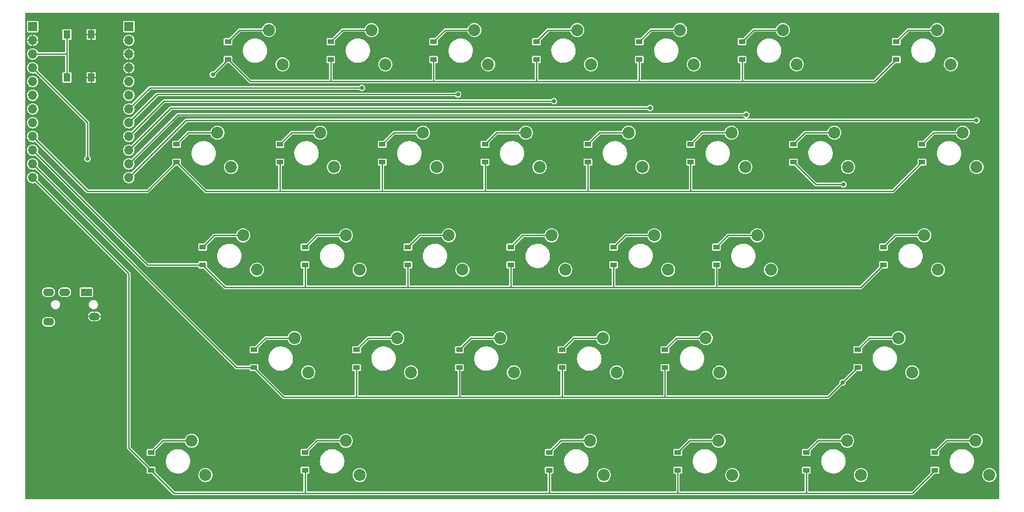
<source format=gbr>
%TF.GenerationSoftware,KiCad,Pcbnew,(6.0.4)*%
%TF.CreationDate,2022-03-31T09:00:27-07:00*%
%TF.ProjectId,hip-factor-3-r,6869702d-6661-4637-946f-722d332d722e,rev?*%
%TF.SameCoordinates,Original*%
%TF.FileFunction,Copper,L2,Bot*%
%TF.FilePolarity,Positive*%
%FSLAX46Y46*%
G04 Gerber Fmt 4.6, Leading zero omitted, Abs format (unit mm)*
G04 Created by KiCad (PCBNEW (6.0.4)) date 2022-03-31 09:00:27*
%MOMM*%
%LPD*%
G01*
G04 APERTURE LIST*
%TA.AperFunction,ComponentPad*%
%ADD10C,2.200000*%
%TD*%
%TA.AperFunction,ComponentPad*%
%ADD11R,1.700000X1.700000*%
%TD*%
%TA.AperFunction,ComponentPad*%
%ADD12O,1.700000X1.700000*%
%TD*%
%TA.AperFunction,SMDPad,CuDef*%
%ADD13R,1.200000X0.900000*%
%TD*%
%TA.AperFunction,ComponentPad*%
%ADD14O,2.000000X1.400000*%
%TD*%
%TA.AperFunction,ComponentPad*%
%ADD15R,2.000000X1.400000*%
%TD*%
%TA.AperFunction,SMDPad,CuDef*%
%ADD16R,1.300000X1.550000*%
%TD*%
%TA.AperFunction,ViaPad*%
%ADD17C,0.800000*%
%TD*%
%TA.AperFunction,Conductor*%
%ADD18C,0.250000*%
%TD*%
G04 APERTURE END LIST*
D10*
%TO.P,SW9,1,1*%
%TO.N,/col2*%
X81080000Y-61540000D03*
%TO.P,SW9,2,2*%
%TO.N,Net-(D9-Pad2)*%
X78540000Y-55190000D03*
%TD*%
%TO.P,SW25,1,1*%
%TO.N,/col4*%
X133330000Y-99540000D03*
%TO.P,SW25,2,2*%
%TO.N,Net-(D25-Pad2)*%
X130790000Y-93190000D03*
%TD*%
%TO.P,SW10,1,1*%
%TO.N,/col3*%
X100080000Y-61540000D03*
%TO.P,SW10,2,2*%
%TO.N,Net-(D10-Pad2)*%
X97540000Y-55190000D03*
%TD*%
%TO.P,SW13,1,1*%
%TO.N,/col6*%
X157080000Y-61540000D03*
%TO.P,SW13,2,2*%
%TO.N,Net-(D13-Pad2)*%
X154540000Y-55190000D03*
%TD*%
%TO.P,SW5,1,1*%
%TO.N,/col5*%
X147580000Y-42540000D03*
%TO.P,SW5,2,2*%
%TO.N,Net-(D5-Pad2)*%
X145040000Y-36190000D03*
%TD*%
%TO.P,SW34,1,1*%
%TO.N,/col7*%
X202205000Y-118540000D03*
%TO.P,SW34,2,2*%
%TO.N,Net-(D34-Pad2)*%
X199665000Y-112190000D03*
%TD*%
%TO.P,SW8,1,1*%
%TO.N,/col1*%
X62080000Y-61540000D03*
%TO.P,SW8,2,2*%
%TO.N,Net-(D8-Pad2)*%
X59540000Y-55190000D03*
%TD*%
%TO.P,SW18,1,1*%
%TO.N,/col4*%
X123830000Y-80540000D03*
%TO.P,SW18,2,2*%
%TO.N,Net-(D18-Pad2)*%
X121290000Y-74190000D03*
%TD*%
%TO.P,SW32,1,1*%
%TO.N,/col5*%
X154705000Y-118540000D03*
%TO.P,SW32,2,2*%
%TO.N,Net-(D32-Pad2)*%
X152165000Y-112190000D03*
%TD*%
%TO.P,SW27,1,1*%
%TO.N,/col6*%
X176080000Y-61540000D03*
%TO.P,SW27,2,2*%
%TO.N,Net-(D27-Pad2)*%
X173540000Y-55190000D03*
%TD*%
%TO.P,SW1,1,1*%
%TO.N,/col1*%
X71580000Y-42540000D03*
%TO.P,SW1,2,2*%
%TO.N,Net-(D1-Pad2)*%
X69040000Y-36190000D03*
%TD*%
%TO.P,SW21,1,1*%
%TO.N,/col7*%
X192705000Y-80540000D03*
%TO.P,SW21,2,2*%
%TO.N,Net-(D21-Pad2)*%
X190165000Y-74190000D03*
%TD*%
%TO.P,SW17,1,1*%
%TO.N,/col3*%
X104830000Y-80540000D03*
%TO.P,SW17,2,2*%
%TO.N,Net-(D17-Pad2)*%
X102290000Y-74190000D03*
%TD*%
%TO.P,SW14,1,1*%
%TO.N,/col7*%
X199830000Y-61540000D03*
%TO.P,SW14,2,2*%
%TO.N,Net-(D14-Pad2)*%
X197290000Y-55190000D03*
%TD*%
D11*
%TO.P,J1,1,Pin_1*%
%TO.N,unconnected-(J1-Pad1)*%
X43180000Y-35560000D03*
D12*
%TO.P,J1,2,Pin_2*%
%TO.N,unconnected-(J1-Pad2)*%
X43180000Y-38100000D03*
%TO.P,J1,3,Pin_3*%
%TO.N,GND*%
X43180000Y-40640000D03*
%TO.P,J1,4,Pin_4*%
X43180000Y-43180000D03*
%TO.P,J1,5,Pin_5*%
%TO.N,/col1*%
X43180000Y-45720000D03*
%TO.P,J1,6,Pin_6*%
%TO.N,/comm*%
X43180000Y-48260000D03*
%TO.P,J1,7,Pin_7*%
%TO.N,/col2*%
X43180000Y-50800000D03*
%TO.P,J1,8,Pin_8*%
%TO.N,/col3*%
X43180000Y-53340000D03*
%TO.P,J1,9,Pin_9*%
%TO.N,/col4*%
X43180000Y-55880000D03*
%TO.P,J1,10,Pin_10*%
%TO.N,/col5*%
X43180000Y-58420000D03*
%TO.P,J1,11,Pin_11*%
%TO.N,/col6*%
X43180000Y-60960000D03*
%TO.P,J1,12,Pin_12*%
%TO.N,/col7*%
X43180000Y-63500000D03*
%TD*%
D10*
%TO.P,SW29,1,1*%
%TO.N,/col1*%
X57330000Y-118540000D03*
%TO.P,SW29,2,2*%
%TO.N,Net-(D29-Pad2)*%
X54790000Y-112190000D03*
%TD*%
%TO.P,SW31,1,1*%
%TO.N,/col4*%
X130955000Y-118540000D03*
%TO.P,SW31,2,2*%
%TO.N,Net-(D31-Pad2)*%
X128415000Y-112190000D03*
%TD*%
%TO.P,SW23,1,1*%
%TO.N,/col2*%
X95330000Y-99540000D03*
%TO.P,SW23,2,2*%
%TO.N,Net-(D23-Pad2)*%
X92790000Y-93190000D03*
%TD*%
%TO.P,SW12,1,1*%
%TO.N,/col5*%
X138080000Y-61540000D03*
%TO.P,SW12,2,2*%
%TO.N,Net-(D12-Pad2)*%
X135540000Y-55190000D03*
%TD*%
%TO.P,SW19,1,1*%
%TO.N,/col5*%
X142830000Y-80540000D03*
%TO.P,SW19,2,2*%
%TO.N,Net-(D19-Pad2)*%
X140290000Y-74190000D03*
%TD*%
%TO.P,SW2,1,1*%
%TO.N,/col2*%
X90580000Y-42540000D03*
%TO.P,SW2,2,2*%
%TO.N,Net-(D2-Pad2)*%
X88040000Y-36190000D03*
%TD*%
%TO.P,SW16,1,1*%
%TO.N,/col2*%
X85830000Y-80540000D03*
%TO.P,SW16,2,2*%
%TO.N,Net-(D16-Pad2)*%
X83290000Y-74190000D03*
%TD*%
%TO.P,SW26,1,1*%
%TO.N,/col5*%
X152330000Y-99540000D03*
%TO.P,SW26,2,2*%
%TO.N,Net-(D26-Pad2)*%
X149790000Y-93190000D03*
%TD*%
%TO.P,SW7,1,1*%
%TO.N,/col7*%
X195080000Y-42540000D03*
%TO.P,SW7,2,2*%
%TO.N,Net-(D7-Pad2)*%
X192540000Y-36190000D03*
%TD*%
%TO.P,SW20,1,1*%
%TO.N,/col6*%
X161830000Y-80540000D03*
%TO.P,SW20,2,2*%
%TO.N,Net-(D20-Pad2)*%
X159290000Y-74190000D03*
%TD*%
%TO.P,SW4,1,1*%
%TO.N,/col4*%
X128580000Y-42540000D03*
%TO.P,SW4,2,2*%
%TO.N,Net-(D4-Pad2)*%
X126040000Y-36190000D03*
%TD*%
%TO.P,SW11,1,1*%
%TO.N,/col4*%
X119080000Y-61540000D03*
%TO.P,SW11,2,2*%
%TO.N,Net-(D11-Pad2)*%
X116540000Y-55190000D03*
%TD*%
%TO.P,SW33,1,1*%
%TO.N,/col6*%
X178455000Y-118540000D03*
%TO.P,SW33,2,2*%
%TO.N,Net-(D33-Pad2)*%
X175915000Y-112190000D03*
%TD*%
%TO.P,SW3,1,1*%
%TO.N,/col3*%
X109580000Y-42540000D03*
%TO.P,SW3,2,2*%
%TO.N,Net-(D3-Pad2)*%
X107040000Y-36190000D03*
%TD*%
%TO.P,SW28,1,1*%
%TO.N,/col7*%
X187955000Y-99540000D03*
%TO.P,SW28,2,2*%
%TO.N,Net-(D28-Pad2)*%
X185415000Y-93190000D03*
%TD*%
%TO.P,SW15,1,1*%
%TO.N,/col1*%
X66830000Y-80540000D03*
%TO.P,SW15,2,2*%
%TO.N,Net-(D15-Pad2)*%
X64290000Y-74190000D03*
%TD*%
%TO.P,SW22,1,1*%
%TO.N,/col1*%
X76330000Y-99540000D03*
%TO.P,SW22,2,2*%
%TO.N,Net-(D22-Pad2)*%
X73790000Y-93190000D03*
%TD*%
%TO.P,SW6,1,1*%
%TO.N,/col6*%
X166580000Y-42540000D03*
%TO.P,SW6,2,2*%
%TO.N,Net-(D6-Pad2)*%
X164040000Y-36190000D03*
%TD*%
D11*
%TO.P,J2,1,Pin_1*%
%TO.N,unconnected-(J2-Pad1)*%
X25400000Y-35560000D03*
D12*
%TO.P,J2,2,Pin_2*%
%TO.N,GND*%
X25400000Y-38100000D03*
%TO.P,J2,3,Pin_3*%
%TO.N,/res*%
X25400000Y-40640000D03*
%TO.P,J2,4,Pin_4*%
%TO.N,+5V*%
X25400000Y-43180000D03*
%TO.P,J2,5,Pin_5*%
%TO.N,unconnected-(J2-Pad5)*%
X25400000Y-45720000D03*
%TO.P,J2,6,Pin_6*%
%TO.N,unconnected-(J2-Pad6)*%
X25400000Y-48260000D03*
%TO.P,J2,7,Pin_7*%
%TO.N,unconnected-(J2-Pad7)*%
X25400000Y-50800000D03*
%TO.P,J2,8,Pin_8*%
%TO.N,/row1*%
X25400000Y-53340000D03*
%TO.P,J2,9,Pin_9*%
%TO.N,/row2*%
X25400000Y-55880000D03*
%TO.P,J2,10,Pin_10*%
%TO.N,/row3*%
X25400000Y-58420000D03*
%TO.P,J2,11,Pin_11*%
%TO.N,/row4*%
X25400000Y-60960000D03*
%TO.P,J2,12,Pin_12*%
%TO.N,/row5*%
X25400000Y-63500000D03*
%TD*%
D10*
%TO.P,SW24,1,1*%
%TO.N,/col3*%
X114330000Y-99540000D03*
%TO.P,SW24,2,2*%
%TO.N,Net-(D24-Pad2)*%
X111790000Y-93190000D03*
%TD*%
%TO.P,SW30,1,1*%
%TO.N,/col2*%
X85830000Y-118540000D03*
%TO.P,SW30,2,2*%
%TO.N,Net-(D30-Pad2)*%
X83290000Y-112190000D03*
%TD*%
D13*
%TO.P,D16,1,K*%
%TO.N,/row3*%
X75750000Y-79650000D03*
%TO.P,D16,2,A*%
%TO.N,Net-(D16-Pad2)*%
X75750000Y-76350000D03*
%TD*%
%TO.P,D21,1,K*%
%TO.N,/row3*%
X182625000Y-79650000D03*
%TO.P,D21,2,A*%
%TO.N,Net-(D21-Pad2)*%
X182625000Y-76350000D03*
%TD*%
%TO.P,D17,1,K*%
%TO.N,/row3*%
X94750000Y-79650000D03*
%TO.P,D17,2,A*%
%TO.N,Net-(D17-Pad2)*%
X94750000Y-76350000D03*
%TD*%
%TO.P,D26,1,K*%
%TO.N,/row4*%
X142250000Y-98650000D03*
%TO.P,D26,2,A*%
%TO.N,Net-(D26-Pad2)*%
X142250000Y-95350000D03*
%TD*%
%TO.P,D34,1,K*%
%TO.N,/row5*%
X192125000Y-117650000D03*
%TO.P,D34,2,A*%
%TO.N,Net-(D34-Pad2)*%
X192125000Y-114350000D03*
%TD*%
%TO.P,D24,1,K*%
%TO.N,/row4*%
X104250000Y-98650000D03*
%TO.P,D24,2,A*%
%TO.N,Net-(D24-Pad2)*%
X104250000Y-95350000D03*
%TD*%
%TO.P,D14,1,K*%
%TO.N,/row2*%
X189750000Y-60650000D03*
%TO.P,D14,2,A*%
%TO.N,Net-(D14-Pad2)*%
X189750000Y-57350000D03*
%TD*%
%TO.P,D5,1,K*%
%TO.N,/row1*%
X137500000Y-41650000D03*
%TO.P,D5,2,A*%
%TO.N,Net-(D5-Pad2)*%
X137500000Y-38350000D03*
%TD*%
%TO.P,D6,1,K*%
%TO.N,/row1*%
X156500000Y-41650000D03*
%TO.P,D6,2,A*%
%TO.N,Net-(D6-Pad2)*%
X156500000Y-38350000D03*
%TD*%
%TO.P,D10,1,K*%
%TO.N,/row2*%
X90000000Y-60650000D03*
%TO.P,D10,2,A*%
%TO.N,Net-(D10-Pad2)*%
X90000000Y-57350000D03*
%TD*%
%TO.P,D9,1,K*%
%TO.N,/row2*%
X71100000Y-60650000D03*
%TO.P,D9,2,A*%
%TO.N,Net-(D9-Pad2)*%
X71100000Y-57350000D03*
%TD*%
%TO.P,D18,1,K*%
%TO.N,/row3*%
X113750000Y-79650000D03*
%TO.P,D18,2,A*%
%TO.N,Net-(D18-Pad2)*%
X113750000Y-76350000D03*
%TD*%
%TO.P,D30,1,K*%
%TO.N,/row5*%
X75750000Y-117650000D03*
%TO.P,D30,2,A*%
%TO.N,Net-(D30-Pad2)*%
X75750000Y-114350000D03*
%TD*%
D14*
%TO.P,J3,*%
%TO.N,*%
X28330000Y-90200000D03*
%TO.P,J3,R1*%
%TO.N,/comm*%
X31330000Y-84700000D03*
%TO.P,J3,R2*%
%TO.N,unconnected-(J3-PadR2)*%
X28330000Y-84700000D03*
%TO.P,J3,S*%
%TO.N,GND*%
X36830000Y-89200000D03*
D15*
%TO.P,J3,T*%
%TO.N,+5V*%
X35330000Y-84700000D03*
%TD*%
D13*
%TO.P,D7,1,K*%
%TO.N,/row1*%
X185000000Y-41650000D03*
%TO.P,D7,2,A*%
%TO.N,Net-(D7-Pad2)*%
X185000000Y-38350000D03*
%TD*%
%TO.P,D2,1,K*%
%TO.N,/row1*%
X80500000Y-41650000D03*
%TO.P,D2,2,A*%
%TO.N,Net-(D2-Pad2)*%
X80500000Y-38350000D03*
%TD*%
%TO.P,D33,1,K*%
%TO.N,/row5*%
X168375000Y-117650000D03*
%TO.P,D33,2,A*%
%TO.N,Net-(D33-Pad2)*%
X168375000Y-114350000D03*
%TD*%
%TO.P,D15,1,K*%
%TO.N,/row3*%
X56800000Y-79650000D03*
%TO.P,D15,2,A*%
%TO.N,Net-(D15-Pad2)*%
X56800000Y-76350000D03*
%TD*%
%TO.P,D28,1,K*%
%TO.N,/row4*%
X177875000Y-98650000D03*
%TO.P,D28,2,A*%
%TO.N,Net-(D28-Pad2)*%
X177875000Y-95350000D03*
%TD*%
%TO.P,D23,1,K*%
%TO.N,/row4*%
X85250000Y-98650000D03*
%TO.P,D23,2,A*%
%TO.N,Net-(D23-Pad2)*%
X85250000Y-95350000D03*
%TD*%
%TO.P,D4,1,K*%
%TO.N,/row1*%
X118500000Y-41650000D03*
%TO.P,D4,2,A*%
%TO.N,Net-(D4-Pad2)*%
X118500000Y-38350000D03*
%TD*%
%TO.P,D11,1,K*%
%TO.N,/row2*%
X109000000Y-60650000D03*
%TO.P,D11,2,A*%
%TO.N,Net-(D11-Pad2)*%
X109000000Y-57350000D03*
%TD*%
%TO.P,D27,1,K*%
%TO.N,/row4*%
X166000000Y-60650000D03*
%TO.P,D27,2,A*%
%TO.N,Net-(D27-Pad2)*%
X166000000Y-57350000D03*
%TD*%
%TO.P,D32,1,K*%
%TO.N,/row5*%
X144625000Y-117650000D03*
%TO.P,D32,2,A*%
%TO.N,Net-(D32-Pad2)*%
X144625000Y-114350000D03*
%TD*%
%TO.P,D25,1,K*%
%TO.N,/row4*%
X123250000Y-98650000D03*
%TO.P,D25,2,A*%
%TO.N,Net-(D25-Pad2)*%
X123250000Y-95350000D03*
%TD*%
%TO.P,D12,1,K*%
%TO.N,/row2*%
X128000000Y-60650000D03*
%TO.P,D12,2,A*%
%TO.N,Net-(D12-Pad2)*%
X128000000Y-57350000D03*
%TD*%
%TO.P,D13,1,K*%
%TO.N,/row2*%
X147000000Y-60650000D03*
%TO.P,D13,2,A*%
%TO.N,Net-(D13-Pad2)*%
X147000000Y-57350000D03*
%TD*%
%TO.P,D22,1,K*%
%TO.N,/row4*%
X66300000Y-98650000D03*
%TO.P,D22,2,A*%
%TO.N,Net-(D22-Pad2)*%
X66300000Y-95350000D03*
%TD*%
%TO.P,D1,1,K*%
%TO.N,/row1*%
X61500000Y-41650000D03*
%TO.P,D1,2,A*%
%TO.N,Net-(D1-Pad2)*%
X61500000Y-38350000D03*
%TD*%
%TO.P,D31,1,K*%
%TO.N,/row5*%
X120875000Y-117650000D03*
%TO.P,D31,2,A*%
%TO.N,Net-(D31-Pad2)*%
X120875000Y-114350000D03*
%TD*%
%TO.P,D8,1,K*%
%TO.N,/row2*%
X52000000Y-60650000D03*
%TO.P,D8,2,A*%
%TO.N,Net-(D8-Pad2)*%
X52000000Y-57350000D03*
%TD*%
%TO.P,D20,1,K*%
%TO.N,/row3*%
X151750000Y-79650000D03*
%TO.P,D20,2,A*%
%TO.N,Net-(D20-Pad2)*%
X151750000Y-76350000D03*
%TD*%
%TO.P,D19,1,K*%
%TO.N,/row3*%
X132750000Y-79650000D03*
%TO.P,D19,2,A*%
%TO.N,Net-(D19-Pad2)*%
X132750000Y-76350000D03*
%TD*%
%TO.P,D3,1,K*%
%TO.N,/row1*%
X99500000Y-41650000D03*
%TO.P,D3,2,A*%
%TO.N,Net-(D3-Pad2)*%
X99500000Y-38350000D03*
%TD*%
%TO.P,D29,1,K*%
%TO.N,/row5*%
X47300000Y-117650000D03*
%TO.P,D29,2,A*%
%TO.N,Net-(D29-Pad2)*%
X47300000Y-114350000D03*
%TD*%
D16*
%TO.P,SW36,1,1*%
%TO.N,/res*%
X31750000Y-44980000D03*
X31750000Y-37020000D03*
%TO.P,SW36,2,2*%
%TO.N,GND*%
X36250000Y-44980000D03*
X36250000Y-37020000D03*
%TD*%
D17*
%TO.N,/row1*%
X58700000Y-44450000D03*
%TO.N,/row4*%
X175092500Y-101432500D03*
X175260000Y-64770000D03*
%TO.N,/col6*%
X157265000Y-51855000D03*
%TO.N,/col7*%
X199830000Y-52900000D03*
%TO.N,/col5*%
X139510000Y-50610000D03*
%TO.N,/col2*%
X86245000Y-46875000D03*
%TO.N,/col3*%
X104000000Y-48120000D03*
%TO.N,/col4*%
X121755000Y-49365000D03*
%TO.N,+5V*%
X35560000Y-60000000D03*
%TD*%
D18*
%TO.N,/row1*%
X99500000Y-45665001D02*
X99445001Y-45720000D01*
X156695503Y-45720000D02*
X137405273Y-45720000D01*
X80500000Y-41650000D02*
X80500000Y-45693725D01*
X156500000Y-45524497D02*
X156695503Y-45720000D01*
X99500000Y-41650000D02*
X99500000Y-45665001D01*
X137405273Y-45720000D02*
X118292240Y-45720000D01*
X99445001Y-45720000D02*
X80473725Y-45720000D01*
X65570000Y-45720000D02*
X61500000Y-41650000D01*
X80500000Y-45693725D02*
X80473725Y-45720000D01*
X61500000Y-41650000D02*
X58700000Y-44450000D01*
X118500000Y-41650000D02*
X118500000Y-45512240D01*
X185000000Y-41650000D02*
X180930000Y-45720000D01*
X118500000Y-45512240D02*
X118292240Y-45720000D01*
X137500000Y-41650000D02*
X137500000Y-45625273D01*
X156500000Y-41650000D02*
X156500000Y-45524497D01*
X137500000Y-45625273D02*
X137405273Y-45720000D01*
X118292240Y-45720000D02*
X99445001Y-45720000D01*
X180930000Y-45720000D02*
X156695503Y-45720000D01*
X80473725Y-45720000D02*
X65570000Y-45720000D01*
%TO.N,Net-(D1-Pad2)*%
X63660000Y-36190000D02*
X61500000Y-38350000D01*
X69040000Y-36190000D02*
X63660000Y-36190000D01*
%TO.N,Net-(D2-Pad2)*%
X82660000Y-36190000D02*
X80500000Y-38350000D01*
X88040000Y-36190000D02*
X82660000Y-36190000D01*
%TO.N,Net-(D3-Pad2)*%
X107040000Y-36190000D02*
X101660000Y-36190000D01*
X101660000Y-36190000D02*
X99500000Y-38350000D01*
%TO.N,Net-(D4-Pad2)*%
X126040000Y-36190000D02*
X120660000Y-36190000D01*
X120660000Y-36190000D02*
X118500000Y-38350000D01*
%TO.N,Net-(D5-Pad2)*%
X145040000Y-36190000D02*
X139660000Y-36190000D01*
X139660000Y-36190000D02*
X137500000Y-38350000D01*
%TO.N,Net-(D6-Pad2)*%
X158660000Y-36190000D02*
X156500000Y-38350000D01*
X164040000Y-36190000D02*
X158660000Y-36190000D01*
%TO.N,Net-(D7-Pad2)*%
X192540000Y-36190000D02*
X187160000Y-36190000D01*
X187160000Y-36190000D02*
X185000000Y-38350000D01*
%TO.N,/row2*%
X71100000Y-60650000D02*
X71100000Y-66033680D01*
X128000000Y-60650000D02*
X128000000Y-66026690D01*
X109000000Y-65979064D02*
X108939064Y-66040000D01*
X128000000Y-66026690D02*
X128013310Y-66040000D01*
X46610000Y-66040000D02*
X35560000Y-66040000D01*
X52000000Y-60650000D02*
X46610000Y-66040000D01*
X147161783Y-66040000D02*
X128013310Y-66040000D01*
X57390000Y-66040000D02*
X52000000Y-60650000D01*
X108939064Y-66040000D02*
X89991146Y-66040000D01*
X71106320Y-66040000D02*
X57390000Y-66040000D01*
X35560000Y-66040000D02*
X25400000Y-55880000D01*
X90000000Y-60650000D02*
X90000000Y-66031146D01*
X184360000Y-66040000D02*
X147161783Y-66040000D01*
X147000000Y-60650000D02*
X147000000Y-65878217D01*
X189750000Y-60650000D02*
X184360000Y-66040000D01*
X89991146Y-66040000D02*
X71106320Y-66040000D01*
X128013310Y-66040000D02*
X108939064Y-66040000D01*
X147000000Y-65878217D02*
X147161783Y-66040000D01*
X90000000Y-66031146D02*
X89991146Y-66040000D01*
X109000000Y-60650000D02*
X109000000Y-65979064D01*
X71100000Y-66033680D02*
X71106320Y-66040000D01*
%TO.N,Net-(D8-Pad2)*%
X59540000Y-55190000D02*
X54160000Y-55190000D01*
X54160000Y-55190000D02*
X52000000Y-57350000D01*
%TO.N,Net-(D9-Pad2)*%
X78540000Y-55190000D02*
X73260000Y-55190000D01*
X73260000Y-55190000D02*
X71100000Y-57350000D01*
%TO.N,Net-(D10-Pad2)*%
X92160000Y-55190000D02*
X90000000Y-57350000D01*
X97540000Y-55190000D02*
X92160000Y-55190000D01*
%TO.N,Net-(D11-Pad2)*%
X111160000Y-55190000D02*
X109000000Y-57350000D01*
X116540000Y-55190000D02*
X111160000Y-55190000D01*
%TO.N,Net-(D12-Pad2)*%
X135540000Y-55190000D02*
X130160000Y-55190000D01*
X130160000Y-55190000D02*
X128000000Y-57350000D01*
%TO.N,Net-(D13-Pad2)*%
X154540000Y-55190000D02*
X149160000Y-55190000D01*
X149160000Y-55190000D02*
X147000000Y-57350000D01*
%TO.N,Net-(D14-Pad2)*%
X191910000Y-55190000D02*
X189750000Y-57350000D01*
X197290000Y-55190000D02*
X191910000Y-55190000D01*
%TO.N,/row3*%
X151750000Y-83799719D02*
X151729719Y-83820000D01*
X46630000Y-79650000D02*
X56800000Y-79650000D01*
X113750000Y-83765651D02*
X113804349Y-83820000D01*
X75774273Y-83820000D02*
X60970000Y-83820000D01*
X132710653Y-83820000D02*
X113804349Y-83820000D01*
X178455000Y-83820000D02*
X151729719Y-83820000D01*
X94750000Y-79650000D02*
X94750000Y-83814249D01*
X132750000Y-79650000D02*
X132750000Y-83780653D01*
X75750000Y-83795727D02*
X75774273Y-83820000D01*
X75750000Y-79650000D02*
X75750000Y-83795727D01*
X151750000Y-79650000D02*
X151750000Y-83799719D01*
X25400000Y-58420000D02*
X46630000Y-79650000D01*
X182625000Y-79650000D02*
X178455000Y-83820000D01*
X132750000Y-83780653D02*
X132710653Y-83820000D01*
X94750000Y-83814249D02*
X94755751Y-83820000D01*
X60970000Y-83820000D02*
X56800000Y-79650000D01*
X94755751Y-83820000D02*
X75774273Y-83820000D01*
X151729719Y-83820000D02*
X132710653Y-83820000D01*
X113750000Y-79650000D02*
X113750000Y-83765651D01*
X113804349Y-83820000D02*
X94755751Y-83820000D01*
%TO.N,Net-(D15-Pad2)*%
X58960000Y-74190000D02*
X56800000Y-76350000D01*
X64290000Y-74190000D02*
X58960000Y-74190000D01*
%TO.N,Net-(D16-Pad2)*%
X77910000Y-74190000D02*
X75750000Y-76350000D01*
X83290000Y-74190000D02*
X77910000Y-74190000D01*
%TO.N,Net-(D18-Pad2)*%
X115910000Y-74190000D02*
X113750000Y-76350000D01*
X121290000Y-74190000D02*
X115910000Y-74190000D01*
%TO.N,Net-(D19-Pad2)*%
X134910000Y-74190000D02*
X132750000Y-76350000D01*
X140290000Y-74190000D02*
X134910000Y-74190000D01*
%TO.N,Net-(D20-Pad2)*%
X153910000Y-74190000D02*
X151750000Y-76350000D01*
X159290000Y-74190000D02*
X153910000Y-74190000D01*
%TO.N,Net-(D17-Pad2)*%
X96910000Y-74190000D02*
X94750000Y-76350000D01*
X102290000Y-74190000D02*
X96910000Y-74190000D01*
%TO.N,/row4*%
X25400000Y-60960000D02*
X63090000Y-98650000D01*
X166000000Y-60650000D02*
X170120000Y-64770000D01*
X170120000Y-64770000D02*
X170180000Y-64770000D01*
X172385000Y-104140000D02*
X142317671Y-104140000D01*
X71790000Y-104140000D02*
X66300000Y-98650000D01*
X123375391Y-104140000D02*
X104263822Y-104140000D01*
X142317671Y-104140000D02*
X123375391Y-104140000D01*
X85278317Y-104140000D02*
X71790000Y-104140000D01*
X175092500Y-101432500D02*
X172385000Y-104140000D01*
X123250000Y-104014609D02*
X123375391Y-104140000D01*
X142250000Y-104072329D02*
X142317671Y-104140000D01*
X104250000Y-104126178D02*
X104263822Y-104140000D01*
X85250000Y-104111683D02*
X85278317Y-104140000D01*
X104250000Y-98650000D02*
X104250000Y-104126178D01*
X142250000Y-98650000D02*
X142250000Y-104072329D01*
X170180000Y-64770000D02*
X175260000Y-64770000D01*
X104263822Y-104140000D02*
X85278317Y-104140000D01*
X123250000Y-98650000D02*
X123250000Y-104014609D01*
X63090000Y-98650000D02*
X66300000Y-98650000D01*
X177875000Y-98650000D02*
X175092500Y-101432500D01*
X85250000Y-98650000D02*
X85250000Y-104111683D01*
%TO.N,Net-(D22-Pad2)*%
X73790000Y-93190000D02*
X68460000Y-93190000D01*
X68460000Y-93190000D02*
X66300000Y-95350000D01*
%TO.N,Net-(D21-Pad2)*%
X190165000Y-74190000D02*
X184785000Y-74190000D01*
X184785000Y-74190000D02*
X182625000Y-76350000D01*
%TO.N,Net-(D23-Pad2)*%
X92790000Y-93190000D02*
X87410000Y-93190000D01*
X87410000Y-93190000D02*
X85250000Y-95350000D01*
%TO.N,Net-(D25-Pad2)*%
X130790000Y-93190000D02*
X125410000Y-93190000D01*
X125410000Y-93190000D02*
X123250000Y-95350000D01*
%TO.N,Net-(D26-Pad2)*%
X144410000Y-93190000D02*
X142250000Y-95350000D01*
X149790000Y-93190000D02*
X144410000Y-93190000D01*
%TO.N,Net-(D24-Pad2)*%
X106410000Y-93190000D02*
X104250000Y-95350000D01*
X111790000Y-93190000D02*
X106410000Y-93190000D01*
%TO.N,Net-(D27-Pad2)*%
X173540000Y-55190000D02*
X168160000Y-55190000D01*
X168160000Y-55190000D02*
X166000000Y-57350000D01*
%TO.N,Net-(D28-Pad2)*%
X185415000Y-93190000D02*
X180035000Y-93190000D01*
X180035000Y-93190000D02*
X177875000Y-95350000D01*
%TO.N,Net-(D29-Pad2)*%
X54790000Y-112190000D02*
X49460000Y-112190000D01*
X49460000Y-112190000D02*
X47300000Y-114350000D01*
%TO.N,Net-(D30-Pad2)*%
X83290000Y-112190000D02*
X77910000Y-112190000D01*
X77910000Y-112190000D02*
X75750000Y-114350000D01*
%TO.N,Net-(D32-Pad2)*%
X152165000Y-112190000D02*
X146785000Y-112190000D01*
X146785000Y-112190000D02*
X144625000Y-114350000D01*
%TO.N,Net-(D31-Pad2)*%
X123035000Y-112190000D02*
X120875000Y-114350000D01*
X128415000Y-112190000D02*
X123035000Y-112190000D01*
%TO.N,Net-(D33-Pad2)*%
X170535000Y-112190000D02*
X168375000Y-114350000D01*
X175915000Y-112190000D02*
X170535000Y-112190000D01*
%TO.N,Net-(D34-Pad2)*%
X199665000Y-112190000D02*
X194285000Y-112190000D01*
X194285000Y-112190000D02*
X192125000Y-114350000D01*
%TO.N,/col6*%
X52285000Y-51855000D02*
X157265000Y-51855000D01*
X43180000Y-60960000D02*
X52285000Y-51855000D01*
%TO.N,/col7*%
X53780000Y-52900000D02*
X199830000Y-52900000D01*
X43180000Y-63500000D02*
X53780000Y-52900000D01*
%TO.N,/col5*%
X50990000Y-50610000D02*
X139510000Y-50610000D01*
X43180000Y-58420000D02*
X50990000Y-50610000D01*
%TO.N,/col2*%
X47105000Y-46875000D02*
X86245000Y-46875000D01*
X43180000Y-50800000D02*
X47105000Y-46875000D01*
%TO.N,/col3*%
X43180000Y-53340000D02*
X48400000Y-48120000D01*
X48400000Y-48120000D02*
X104000000Y-48120000D01*
%TO.N,/col4*%
X43180000Y-55880000D02*
X49695000Y-49365000D01*
X49695000Y-49365000D02*
X121755000Y-49365000D01*
%TO.N,/row5*%
X43180000Y-81280000D02*
X43180000Y-113530000D01*
X168375000Y-121822813D02*
X168472187Y-121920000D01*
X168375000Y-117650000D02*
X168375000Y-121822813D01*
X120875000Y-121877166D02*
X120832166Y-121920000D01*
X192125000Y-117755000D02*
X187960000Y-121920000D01*
X144611904Y-121920000D02*
X120832166Y-121920000D01*
X75750000Y-121834569D02*
X75664569Y-121920000D01*
X187960000Y-121920000D02*
X168472187Y-121920000D01*
X144625000Y-121906904D02*
X144611904Y-121920000D01*
X75664569Y-121920000D02*
X51570000Y-121920000D01*
X120832166Y-121920000D02*
X75664569Y-121920000D01*
X168472187Y-121920000D02*
X144611904Y-121920000D01*
X120875000Y-117650000D02*
X120875000Y-121877166D01*
X192125000Y-117650000D02*
X192125000Y-117755000D01*
X144625000Y-117650000D02*
X144625000Y-121906904D01*
X75750000Y-117650000D02*
X75750000Y-121834569D01*
X51570000Y-121920000D02*
X47300000Y-117650000D01*
X25400000Y-63500000D02*
X43180000Y-81280000D01*
X43180000Y-113530000D02*
X47300000Y-117650000D01*
%TO.N,+5V*%
X35560000Y-60000000D02*
X35560000Y-53340000D01*
X35560000Y-53340000D02*
X25400000Y-43180000D01*
%TO.N,/res*%
X25400000Y-40640000D02*
X31640000Y-40640000D01*
X31750000Y-40750000D02*
X31750000Y-44980000D01*
X31640000Y-40640000D02*
X31750000Y-40750000D01*
X31750000Y-37020000D02*
X31750000Y-40750000D01*
%TD*%
%TA.AperFunction,Conductor*%
%TO.N,GND*%
G36*
X203959191Y-33018907D02*
G01*
X203995155Y-33068407D01*
X204000000Y-33099000D01*
X204000000Y-122901000D01*
X203981093Y-122959191D01*
X203931593Y-122995155D01*
X203901000Y-123000000D01*
X24099000Y-123000000D01*
X24040809Y-122981093D01*
X24004845Y-122931593D01*
X24000000Y-122901000D01*
X24000000Y-90294646D01*
X27129500Y-90294646D01*
X27168856Y-90479803D01*
X27245849Y-90652730D01*
X27357112Y-90805871D01*
X27360962Y-90809337D01*
X27360965Y-90809341D01*
X27488356Y-90924044D01*
X27497784Y-90932533D01*
X27502274Y-90935125D01*
X27502275Y-90935126D01*
X27657226Y-91024587D01*
X27657228Y-91024588D01*
X27661716Y-91027179D01*
X27666645Y-91028780D01*
X27666646Y-91028781D01*
X27836812Y-91084072D01*
X27836817Y-91084073D01*
X27841744Y-91085674D01*
X27982808Y-91100500D01*
X28677192Y-91100500D01*
X28818256Y-91085674D01*
X28823183Y-91084073D01*
X28823188Y-91084072D01*
X28993354Y-91028781D01*
X28993355Y-91028780D01*
X28998284Y-91027179D01*
X29002772Y-91024588D01*
X29002774Y-91024587D01*
X29157725Y-90935126D01*
X29157726Y-90935125D01*
X29162216Y-90932533D01*
X29171644Y-90924044D01*
X29299035Y-90809341D01*
X29299038Y-90809337D01*
X29302888Y-90805871D01*
X29414151Y-90652730D01*
X29491144Y-90479803D01*
X29530500Y-90294646D01*
X29530500Y-90105354D01*
X29491144Y-89920197D01*
X29414151Y-89747270D01*
X29302888Y-89594129D01*
X29299038Y-89590663D01*
X29299035Y-89590659D01*
X29166072Y-89470939D01*
X29162216Y-89467467D01*
X29157725Y-89464874D01*
X29002774Y-89375413D01*
X29002772Y-89375412D01*
X28998284Y-89372821D01*
X28993354Y-89371219D01*
X28823188Y-89315928D01*
X28823183Y-89315927D01*
X28818256Y-89314326D01*
X28803223Y-89312746D01*
X35633858Y-89312746D01*
X35668257Y-89474575D01*
X35671445Y-89484387D01*
X35744176Y-89647744D01*
X35749329Y-89656669D01*
X35854440Y-89801341D01*
X35861339Y-89809004D01*
X35994224Y-89928654D01*
X36002571Y-89934719D01*
X36157428Y-90024125D01*
X36166860Y-90028324D01*
X36336910Y-90083577D01*
X36347010Y-90085724D01*
X36480272Y-90099730D01*
X36485417Y-90100000D01*
X36714320Y-90100000D01*
X36727005Y-90095878D01*
X36730000Y-90091757D01*
X36730000Y-90084320D01*
X36930000Y-90084320D01*
X36934122Y-90097005D01*
X36938243Y-90100000D01*
X37174583Y-90100000D01*
X37179728Y-90099730D01*
X37312990Y-90085724D01*
X37323090Y-90083577D01*
X37493140Y-90028324D01*
X37502572Y-90024125D01*
X37657429Y-89934719D01*
X37665776Y-89928654D01*
X37798658Y-89809006D01*
X37805565Y-89801335D01*
X37910666Y-89656676D01*
X37915825Y-89647741D01*
X37988555Y-89484387D01*
X37991743Y-89474575D01*
X38025591Y-89315338D01*
X38024215Y-89302250D01*
X38015818Y-89300000D01*
X36945680Y-89300000D01*
X36932995Y-89304122D01*
X36930000Y-89308243D01*
X36930000Y-90084320D01*
X36730000Y-90084320D01*
X36730000Y-89315680D01*
X36725878Y-89302995D01*
X36721757Y-89300000D01*
X35646829Y-89300000D01*
X35634313Y-89304067D01*
X35633858Y-89312746D01*
X28803223Y-89312746D01*
X28677192Y-89299500D01*
X27982808Y-89299500D01*
X27841744Y-89314326D01*
X27836817Y-89315927D01*
X27836812Y-89315928D01*
X27666646Y-89371219D01*
X27661716Y-89372821D01*
X27657228Y-89375412D01*
X27657226Y-89375413D01*
X27502275Y-89464874D01*
X27497784Y-89467467D01*
X27493928Y-89470939D01*
X27360965Y-89590659D01*
X27360962Y-89590663D01*
X27357112Y-89594129D01*
X27245849Y-89747270D01*
X27168856Y-89920197D01*
X27129500Y-90105354D01*
X27129500Y-90294646D01*
X24000000Y-90294646D01*
X24000000Y-89084662D01*
X35634409Y-89084662D01*
X35635785Y-89097750D01*
X35644182Y-89100000D01*
X36714320Y-89100000D01*
X36727005Y-89095878D01*
X36730000Y-89091757D01*
X36730000Y-89084320D01*
X36930000Y-89084320D01*
X36934122Y-89097005D01*
X36938243Y-89100000D01*
X38013171Y-89100000D01*
X38025687Y-89095933D01*
X38026142Y-89087254D01*
X37991743Y-88925425D01*
X37988555Y-88915613D01*
X37915824Y-88752256D01*
X37910671Y-88743331D01*
X37805560Y-88598659D01*
X37798661Y-88590996D01*
X37665776Y-88471346D01*
X37657429Y-88465281D01*
X37502572Y-88375875D01*
X37493140Y-88371676D01*
X37323090Y-88316423D01*
X37312990Y-88314276D01*
X37179728Y-88300270D01*
X37174583Y-88300000D01*
X36945680Y-88300000D01*
X36932995Y-88304122D01*
X36930000Y-88308243D01*
X36930000Y-89084320D01*
X36730000Y-89084320D01*
X36730000Y-88315680D01*
X36725878Y-88302995D01*
X36721757Y-88300000D01*
X36485417Y-88300000D01*
X36480272Y-88300270D01*
X36347010Y-88314276D01*
X36336910Y-88316423D01*
X36166860Y-88371676D01*
X36157428Y-88375875D01*
X36002571Y-88465281D01*
X35994224Y-88471346D01*
X35861342Y-88590994D01*
X35854435Y-88598665D01*
X35749334Y-88743324D01*
X35744175Y-88752259D01*
X35671445Y-88915613D01*
X35668257Y-88925425D01*
X35634409Y-89084662D01*
X24000000Y-89084662D01*
X24000000Y-86952244D01*
X28775819Y-86952244D01*
X28785490Y-87136781D01*
X28834562Y-87314936D01*
X28920746Y-87478398D01*
X28924205Y-87482492D01*
X28924207Y-87482494D01*
X28988147Y-87558157D01*
X29040020Y-87619540D01*
X29186820Y-87731777D01*
X29354297Y-87809873D01*
X29359524Y-87811041D01*
X29359526Y-87811042D01*
X29461561Y-87833849D01*
X29534637Y-87850183D01*
X29538788Y-87850415D01*
X29538921Y-87850423D01*
X29538938Y-87850423D01*
X29540307Y-87850500D01*
X29676164Y-87850500D01*
X29706564Y-87847198D01*
X29808384Y-87836137D01*
X29808389Y-87836136D01*
X29813709Y-87835558D01*
X29988848Y-87776617D01*
X30147244Y-87681443D01*
X30151138Y-87677761D01*
X30277615Y-87558157D01*
X30277617Y-87558154D01*
X30281507Y-87554476D01*
X30330427Y-87482494D01*
X30382364Y-87406071D01*
X30382365Y-87406069D01*
X30385375Y-87401640D01*
X30454000Y-87230065D01*
X30484181Y-87047756D01*
X30479176Y-86952244D01*
X35775819Y-86952244D01*
X35785490Y-87136781D01*
X35834562Y-87314936D01*
X35920746Y-87478398D01*
X35924205Y-87482492D01*
X35924207Y-87482494D01*
X35988147Y-87558157D01*
X36040020Y-87619540D01*
X36186820Y-87731777D01*
X36354297Y-87809873D01*
X36359524Y-87811041D01*
X36359526Y-87811042D01*
X36461561Y-87833849D01*
X36534637Y-87850183D01*
X36538788Y-87850415D01*
X36538921Y-87850423D01*
X36538938Y-87850423D01*
X36540307Y-87850500D01*
X36676164Y-87850500D01*
X36706564Y-87847198D01*
X36808384Y-87836137D01*
X36808389Y-87836136D01*
X36813709Y-87835558D01*
X36988848Y-87776617D01*
X37147244Y-87681443D01*
X37151138Y-87677761D01*
X37277615Y-87558157D01*
X37277617Y-87558154D01*
X37281507Y-87554476D01*
X37330427Y-87482494D01*
X37382364Y-87406071D01*
X37382365Y-87406069D01*
X37385375Y-87401640D01*
X37454000Y-87230065D01*
X37484181Y-87047756D01*
X37474510Y-86863219D01*
X37425438Y-86685064D01*
X37339254Y-86521602D01*
X37274964Y-86445524D01*
X37223440Y-86384554D01*
X37223438Y-86384552D01*
X37219980Y-86380460D01*
X37073180Y-86268223D01*
X36905703Y-86190127D01*
X36900476Y-86188959D01*
X36900474Y-86188958D01*
X36729322Y-86150702D01*
X36729323Y-86150702D01*
X36725363Y-86149817D01*
X36721212Y-86149585D01*
X36721079Y-86149577D01*
X36721062Y-86149577D01*
X36719693Y-86149500D01*
X36583836Y-86149500D01*
X36553436Y-86152802D01*
X36451616Y-86163863D01*
X36451611Y-86163864D01*
X36446291Y-86164442D01*
X36271152Y-86223383D01*
X36112756Y-86318557D01*
X36108864Y-86322237D01*
X36108862Y-86322239D01*
X35982385Y-86441843D01*
X35982383Y-86441846D01*
X35978493Y-86445524D01*
X35975484Y-86449952D01*
X35975482Y-86449954D01*
X35877636Y-86593929D01*
X35874625Y-86598360D01*
X35806000Y-86769935D01*
X35775819Y-86952244D01*
X30479176Y-86952244D01*
X30474510Y-86863219D01*
X30425438Y-86685064D01*
X30339254Y-86521602D01*
X30274964Y-86445524D01*
X30223440Y-86384554D01*
X30223438Y-86384552D01*
X30219980Y-86380460D01*
X30073180Y-86268223D01*
X29905703Y-86190127D01*
X29900476Y-86188959D01*
X29900474Y-86188958D01*
X29729322Y-86150702D01*
X29729323Y-86150702D01*
X29725363Y-86149817D01*
X29721212Y-86149585D01*
X29721079Y-86149577D01*
X29721062Y-86149577D01*
X29719693Y-86149500D01*
X29583836Y-86149500D01*
X29553436Y-86152802D01*
X29451616Y-86163863D01*
X29451611Y-86163864D01*
X29446291Y-86164442D01*
X29271152Y-86223383D01*
X29112756Y-86318557D01*
X29108864Y-86322237D01*
X29108862Y-86322239D01*
X28982385Y-86441843D01*
X28982383Y-86441846D01*
X28978493Y-86445524D01*
X28975484Y-86449952D01*
X28975482Y-86449954D01*
X28877636Y-86593929D01*
X28874625Y-86598360D01*
X28806000Y-86769935D01*
X28775819Y-86952244D01*
X24000000Y-86952244D01*
X24000000Y-84794646D01*
X27129500Y-84794646D01*
X27168856Y-84979803D01*
X27245849Y-85152730D01*
X27357112Y-85305871D01*
X27360962Y-85309337D01*
X27360965Y-85309341D01*
X27483585Y-85419748D01*
X27497784Y-85432533D01*
X27502274Y-85435125D01*
X27502275Y-85435126D01*
X27657226Y-85524587D01*
X27657228Y-85524588D01*
X27661716Y-85527179D01*
X27666645Y-85528780D01*
X27666646Y-85528781D01*
X27836812Y-85584072D01*
X27836817Y-85584073D01*
X27841744Y-85585674D01*
X27982808Y-85600500D01*
X28677192Y-85600500D01*
X28818256Y-85585674D01*
X28823183Y-85584073D01*
X28823188Y-85584072D01*
X28993354Y-85528781D01*
X28993355Y-85528780D01*
X28998284Y-85527179D01*
X29002772Y-85524588D01*
X29002774Y-85524587D01*
X29157725Y-85435126D01*
X29157726Y-85435125D01*
X29162216Y-85432533D01*
X29176415Y-85419748D01*
X29299035Y-85309341D01*
X29299038Y-85309337D01*
X29302888Y-85305871D01*
X29414151Y-85152730D01*
X29491144Y-84979803D01*
X29530500Y-84794646D01*
X30129500Y-84794646D01*
X30168856Y-84979803D01*
X30245849Y-85152730D01*
X30357112Y-85305871D01*
X30360962Y-85309337D01*
X30360965Y-85309341D01*
X30483585Y-85419748D01*
X30497784Y-85432533D01*
X30502274Y-85435125D01*
X30502275Y-85435126D01*
X30657226Y-85524587D01*
X30657228Y-85524588D01*
X30661716Y-85527179D01*
X30666645Y-85528780D01*
X30666646Y-85528781D01*
X30836812Y-85584072D01*
X30836817Y-85584073D01*
X30841744Y-85585674D01*
X30982808Y-85600500D01*
X31677192Y-85600500D01*
X31818256Y-85585674D01*
X31823183Y-85584073D01*
X31823188Y-85584072D01*
X31993354Y-85528781D01*
X31993355Y-85528780D01*
X31998284Y-85527179D01*
X32002772Y-85524588D01*
X32002774Y-85524587D01*
X32157725Y-85435126D01*
X32157726Y-85435125D01*
X32162216Y-85432533D01*
X32176415Y-85419748D01*
X34129500Y-85419748D01*
X34141133Y-85478231D01*
X34185448Y-85544552D01*
X34251769Y-85588867D01*
X34261332Y-85590769D01*
X34261334Y-85590770D01*
X34284005Y-85595279D01*
X34310252Y-85600500D01*
X36349748Y-85600500D01*
X36375995Y-85595279D01*
X36398666Y-85590770D01*
X36398668Y-85590769D01*
X36408231Y-85588867D01*
X36474552Y-85544552D01*
X36518867Y-85478231D01*
X36530500Y-85419748D01*
X36530500Y-83980252D01*
X36518867Y-83921769D01*
X36474552Y-83855448D01*
X36408231Y-83811133D01*
X36398668Y-83809231D01*
X36398666Y-83809230D01*
X36375995Y-83804721D01*
X36349748Y-83799500D01*
X34310252Y-83799500D01*
X34284005Y-83804721D01*
X34261334Y-83809230D01*
X34261332Y-83809231D01*
X34251769Y-83811133D01*
X34185448Y-83855448D01*
X34141133Y-83921769D01*
X34129500Y-83980252D01*
X34129500Y-85419748D01*
X32176415Y-85419748D01*
X32299035Y-85309341D01*
X32299038Y-85309337D01*
X32302888Y-85305871D01*
X32414151Y-85152730D01*
X32491144Y-84979803D01*
X32530500Y-84794646D01*
X32530500Y-84605354D01*
X32491144Y-84420197D01*
X32414151Y-84247270D01*
X32302888Y-84094129D01*
X32299038Y-84090663D01*
X32299035Y-84090659D01*
X32166072Y-83970939D01*
X32162216Y-83967467D01*
X32083065Y-83921769D01*
X32002774Y-83875413D01*
X32002772Y-83875412D01*
X31998284Y-83872821D01*
X31944816Y-83855448D01*
X31823188Y-83815928D01*
X31823183Y-83815927D01*
X31818256Y-83814326D01*
X31677192Y-83799500D01*
X30982808Y-83799500D01*
X30841744Y-83814326D01*
X30836817Y-83815927D01*
X30836812Y-83815928D01*
X30715184Y-83855448D01*
X30661716Y-83872821D01*
X30657228Y-83875412D01*
X30657226Y-83875413D01*
X30576935Y-83921769D01*
X30497784Y-83967467D01*
X30493928Y-83970939D01*
X30360965Y-84090659D01*
X30360962Y-84090663D01*
X30357112Y-84094129D01*
X30245849Y-84247270D01*
X30168856Y-84420197D01*
X30129500Y-84605354D01*
X30129500Y-84794646D01*
X29530500Y-84794646D01*
X29530500Y-84605354D01*
X29491144Y-84420197D01*
X29414151Y-84247270D01*
X29302888Y-84094129D01*
X29299038Y-84090663D01*
X29299035Y-84090659D01*
X29166072Y-83970939D01*
X29162216Y-83967467D01*
X29083065Y-83921769D01*
X29002774Y-83875413D01*
X29002772Y-83875412D01*
X28998284Y-83872821D01*
X28944816Y-83855448D01*
X28823188Y-83815928D01*
X28823183Y-83815927D01*
X28818256Y-83814326D01*
X28677192Y-83799500D01*
X27982808Y-83799500D01*
X27841744Y-83814326D01*
X27836817Y-83815927D01*
X27836812Y-83815928D01*
X27715184Y-83855448D01*
X27661716Y-83872821D01*
X27657228Y-83875412D01*
X27657226Y-83875413D01*
X27576935Y-83921769D01*
X27497784Y-83967467D01*
X27493928Y-83970939D01*
X27360965Y-84090659D01*
X27360962Y-84090663D01*
X27357112Y-84094129D01*
X27245849Y-84247270D01*
X27168856Y-84420197D01*
X27129500Y-84605354D01*
X27129500Y-84794646D01*
X24000000Y-84794646D01*
X24000000Y-63485262D01*
X24344520Y-63485262D01*
X24361759Y-63690553D01*
X24418544Y-63888586D01*
X24512712Y-64071818D01*
X24640677Y-64233270D01*
X24644357Y-64236402D01*
X24644359Y-64236404D01*
X24757017Y-64332283D01*
X24797564Y-64366791D01*
X24801787Y-64369151D01*
X24801791Y-64369154D01*
X24918702Y-64434493D01*
X24977398Y-64467297D01*
X24981996Y-64468791D01*
X25168724Y-64529463D01*
X25168726Y-64529464D01*
X25173329Y-64530959D01*
X25377894Y-64555351D01*
X25382716Y-64554980D01*
X25382719Y-64554980D01*
X25450541Y-64549761D01*
X25583300Y-64539546D01*
X25781725Y-64484145D01*
X25812164Y-64468769D01*
X25872629Y-64459408D01*
X25926805Y-64487131D01*
X42825504Y-81385830D01*
X42853281Y-81440347D01*
X42854500Y-81455834D01*
X42854500Y-113511466D01*
X42854123Y-113520095D01*
X42850736Y-113558807D01*
X42852978Y-113567174D01*
X42860796Y-113596349D01*
X42862666Y-113604783D01*
X42869412Y-113643045D01*
X42873742Y-113650544D01*
X42875738Y-113656029D01*
X42878204Y-113661316D01*
X42880446Y-113669684D01*
X42900470Y-113698281D01*
X42902732Y-113701511D01*
X42907371Y-113708792D01*
X42926806Y-113742455D01*
X42952812Y-113764277D01*
X42956571Y-113767431D01*
X42962939Y-113773265D01*
X46470504Y-117280830D01*
X46498281Y-117335347D01*
X46499500Y-117350834D01*
X46499500Y-118119748D01*
X46511133Y-118178231D01*
X46555448Y-118244552D01*
X46621769Y-118288867D01*
X46631332Y-118290769D01*
X46631334Y-118290770D01*
X46654005Y-118295279D01*
X46680252Y-118300500D01*
X47449166Y-118300500D01*
X47507357Y-118319407D01*
X47519170Y-118329496D01*
X51326731Y-122137057D01*
X51332565Y-122143424D01*
X51357545Y-122173194D01*
X51391205Y-122192627D01*
X51398489Y-122197268D01*
X51430316Y-122219554D01*
X51438684Y-122221796D01*
X51443971Y-122224262D01*
X51449456Y-122226258D01*
X51456955Y-122230588D01*
X51465481Y-122232091D01*
X51465483Y-122232092D01*
X51495216Y-122237334D01*
X51503650Y-122239204D01*
X51541193Y-122249264D01*
X51549822Y-122248509D01*
X51549834Y-122248508D01*
X51579905Y-122245877D01*
X51588534Y-122245500D01*
X75646035Y-122245500D01*
X75654664Y-122245877D01*
X75693376Y-122249264D01*
X75701743Y-122247022D01*
X75710371Y-122246267D01*
X75710420Y-122246822D01*
X75720455Y-122245500D01*
X120813632Y-122245500D01*
X120822261Y-122245877D01*
X120860973Y-122249264D01*
X120869340Y-122247022D01*
X120877968Y-122246267D01*
X120878017Y-122246822D01*
X120888052Y-122245500D01*
X144593370Y-122245500D01*
X144601999Y-122245877D01*
X144640711Y-122249264D01*
X144649078Y-122247022D01*
X144657706Y-122246267D01*
X144657755Y-122246822D01*
X144667790Y-122245500D01*
X168416301Y-122245500D01*
X168426336Y-122246821D01*
X168426384Y-122246267D01*
X168435016Y-122247022D01*
X168443380Y-122249263D01*
X168482083Y-122245877D01*
X168490712Y-122245500D01*
X187941466Y-122245500D01*
X187950095Y-122245877D01*
X187988807Y-122249264D01*
X188026350Y-122239204D01*
X188034784Y-122237334D01*
X188064517Y-122232092D01*
X188064519Y-122232091D01*
X188073045Y-122230588D01*
X188080544Y-122226258D01*
X188086029Y-122224262D01*
X188091316Y-122221796D01*
X188099684Y-122219554D01*
X188131511Y-122197268D01*
X188138795Y-122192627D01*
X188172455Y-122173194D01*
X188197431Y-122143429D01*
X188203265Y-122137061D01*
X191800327Y-118540000D01*
X200899532Y-118540000D01*
X200919365Y-118766692D01*
X200978261Y-118986496D01*
X201074432Y-119192734D01*
X201204953Y-119379139D01*
X201365861Y-119540047D01*
X201552266Y-119670568D01*
X201758504Y-119766739D01*
X201847563Y-119790602D01*
X201974131Y-119824516D01*
X201974133Y-119824516D01*
X201978308Y-119825635D01*
X202205000Y-119845468D01*
X202431692Y-119825635D01*
X202435867Y-119824516D01*
X202435869Y-119824516D01*
X202562437Y-119790602D01*
X202651496Y-119766739D01*
X202857734Y-119670568D01*
X203044139Y-119540047D01*
X203205047Y-119379139D01*
X203335568Y-119192734D01*
X203431739Y-118986496D01*
X203490635Y-118766692D01*
X203510468Y-118540000D01*
X203490635Y-118313308D01*
X203488502Y-118305345D01*
X203451878Y-118168666D01*
X203431739Y-118093504D01*
X203335568Y-117887266D01*
X203299469Y-117835711D01*
X203207526Y-117704401D01*
X203207524Y-117704399D01*
X203205047Y-117700861D01*
X203044139Y-117539953D01*
X202884207Y-117427968D01*
X202861279Y-117411914D01*
X202861277Y-117411913D01*
X202857734Y-117409432D01*
X202651496Y-117313261D01*
X202530461Y-117280830D01*
X202435869Y-117255484D01*
X202435867Y-117255484D01*
X202431692Y-117254365D01*
X202205000Y-117234532D01*
X201978308Y-117254365D01*
X201974133Y-117255484D01*
X201974131Y-117255484D01*
X201879539Y-117280830D01*
X201758504Y-117313261D01*
X201552266Y-117409432D01*
X201548723Y-117411913D01*
X201548721Y-117411914D01*
X201525794Y-117427968D01*
X201365861Y-117539953D01*
X201204953Y-117700861D01*
X201202476Y-117704399D01*
X201202474Y-117704401D01*
X201110531Y-117835711D01*
X201074432Y-117887266D01*
X200978261Y-118093504D01*
X200958122Y-118168666D01*
X200921499Y-118305345D01*
X200919365Y-118313308D01*
X200899532Y-118540000D01*
X191800327Y-118540000D01*
X192010831Y-118329496D01*
X192065348Y-118301719D01*
X192080835Y-118300500D01*
X192744748Y-118300500D01*
X192770995Y-118295279D01*
X192793666Y-118290770D01*
X192793668Y-118290769D01*
X192803231Y-118288867D01*
X192869552Y-118244552D01*
X192913867Y-118178231D01*
X192925500Y-118119748D01*
X192925500Y-117180252D01*
X192913867Y-117121769D01*
X192869552Y-117055448D01*
X192803231Y-117011133D01*
X192793668Y-117009231D01*
X192793666Y-117009230D01*
X192770995Y-117004721D01*
X192744748Y-116999500D01*
X191505252Y-116999500D01*
X191479005Y-117004721D01*
X191456334Y-117009230D01*
X191456332Y-117009231D01*
X191446769Y-117011133D01*
X191380448Y-117055448D01*
X191336133Y-117121769D01*
X191324500Y-117180252D01*
X191324500Y-118054165D01*
X191305593Y-118112356D01*
X191295504Y-118124169D01*
X187854170Y-121565504D01*
X187799653Y-121593281D01*
X187784166Y-121594500D01*
X168799500Y-121594500D01*
X168741309Y-121575593D01*
X168705345Y-121526093D01*
X168700500Y-121495500D01*
X168700500Y-118540000D01*
X177149532Y-118540000D01*
X177169365Y-118766692D01*
X177228261Y-118986496D01*
X177324432Y-119192734D01*
X177454953Y-119379139D01*
X177615861Y-119540047D01*
X177802266Y-119670568D01*
X178008504Y-119766739D01*
X178097563Y-119790602D01*
X178224131Y-119824516D01*
X178224133Y-119824516D01*
X178228308Y-119825635D01*
X178455000Y-119845468D01*
X178681692Y-119825635D01*
X178685867Y-119824516D01*
X178685869Y-119824516D01*
X178812437Y-119790602D01*
X178901496Y-119766739D01*
X179107734Y-119670568D01*
X179294139Y-119540047D01*
X179455047Y-119379139D01*
X179585568Y-119192734D01*
X179681739Y-118986496D01*
X179740635Y-118766692D01*
X179760468Y-118540000D01*
X179740635Y-118313308D01*
X179738502Y-118305345D01*
X179701878Y-118168666D01*
X179681739Y-118093504D01*
X179585568Y-117887266D01*
X179549469Y-117835711D01*
X179457526Y-117704401D01*
X179457524Y-117704399D01*
X179455047Y-117700861D01*
X179294139Y-117539953D01*
X179134207Y-117427968D01*
X179111279Y-117411914D01*
X179111277Y-117411913D01*
X179107734Y-117409432D01*
X178901496Y-117313261D01*
X178780461Y-117280830D01*
X178685869Y-117255484D01*
X178685867Y-117255484D01*
X178681692Y-117254365D01*
X178455000Y-117234532D01*
X178228308Y-117254365D01*
X178224133Y-117255484D01*
X178224131Y-117255484D01*
X178129539Y-117280830D01*
X178008504Y-117313261D01*
X177802266Y-117409432D01*
X177798723Y-117411913D01*
X177798721Y-117411914D01*
X177775794Y-117427968D01*
X177615861Y-117539953D01*
X177454953Y-117700861D01*
X177452476Y-117704399D01*
X177452474Y-117704401D01*
X177360531Y-117835711D01*
X177324432Y-117887266D01*
X177228261Y-118093504D01*
X177208122Y-118168666D01*
X177171499Y-118305345D01*
X177169365Y-118313308D01*
X177149532Y-118540000D01*
X168700500Y-118540000D01*
X168700500Y-118399500D01*
X168719407Y-118341309D01*
X168768907Y-118305345D01*
X168799500Y-118300500D01*
X168994748Y-118300500D01*
X169020995Y-118295279D01*
X169043666Y-118290770D01*
X169043668Y-118290769D01*
X169053231Y-118288867D01*
X169119552Y-118244552D01*
X169163867Y-118178231D01*
X169175500Y-118119748D01*
X169175500Y-117180252D01*
X169163867Y-117121769D01*
X169119552Y-117055448D01*
X169053231Y-117011133D01*
X169043668Y-117009231D01*
X169043666Y-117009230D01*
X169020995Y-117004721D01*
X168994748Y-116999500D01*
X167755252Y-116999500D01*
X167729005Y-117004721D01*
X167706334Y-117009230D01*
X167706332Y-117009231D01*
X167696769Y-117011133D01*
X167630448Y-117055448D01*
X167586133Y-117121769D01*
X167574500Y-117180252D01*
X167574500Y-118119748D01*
X167586133Y-118178231D01*
X167630448Y-118244552D01*
X167696769Y-118288867D01*
X167706332Y-118290769D01*
X167706334Y-118290770D01*
X167729005Y-118295279D01*
X167755252Y-118300500D01*
X167950500Y-118300500D01*
X168008691Y-118319407D01*
X168044655Y-118368907D01*
X168049500Y-118399500D01*
X168049500Y-121495500D01*
X168030593Y-121553691D01*
X167981093Y-121589655D01*
X167950500Y-121594500D01*
X145049500Y-121594500D01*
X144991309Y-121575593D01*
X144955345Y-121526093D01*
X144950500Y-121495500D01*
X144950500Y-118540000D01*
X153399532Y-118540000D01*
X153419365Y-118766692D01*
X153478261Y-118986496D01*
X153574432Y-119192734D01*
X153704953Y-119379139D01*
X153865861Y-119540047D01*
X154052266Y-119670568D01*
X154258504Y-119766739D01*
X154347563Y-119790602D01*
X154474131Y-119824516D01*
X154474133Y-119824516D01*
X154478308Y-119825635D01*
X154705000Y-119845468D01*
X154931692Y-119825635D01*
X154935867Y-119824516D01*
X154935869Y-119824516D01*
X155062437Y-119790602D01*
X155151496Y-119766739D01*
X155357734Y-119670568D01*
X155544139Y-119540047D01*
X155705047Y-119379139D01*
X155835568Y-119192734D01*
X155931739Y-118986496D01*
X155990635Y-118766692D01*
X156010468Y-118540000D01*
X155990635Y-118313308D01*
X155988502Y-118305345D01*
X155951878Y-118168666D01*
X155931739Y-118093504D01*
X155835568Y-117887266D01*
X155799469Y-117835711D01*
X155707526Y-117704401D01*
X155707524Y-117704399D01*
X155705047Y-117700861D01*
X155544139Y-117539953D01*
X155384207Y-117427968D01*
X155361279Y-117411914D01*
X155361277Y-117411913D01*
X155357734Y-117409432D01*
X155151496Y-117313261D01*
X155030461Y-117280830D01*
X154935869Y-117255484D01*
X154935867Y-117255484D01*
X154931692Y-117254365D01*
X154705000Y-117234532D01*
X154478308Y-117254365D01*
X154474133Y-117255484D01*
X154474131Y-117255484D01*
X154379539Y-117280830D01*
X154258504Y-117313261D01*
X154052266Y-117409432D01*
X154048723Y-117411913D01*
X154048721Y-117411914D01*
X154025794Y-117427968D01*
X153865861Y-117539953D01*
X153704953Y-117700861D01*
X153702476Y-117704399D01*
X153702474Y-117704401D01*
X153610531Y-117835711D01*
X153574432Y-117887266D01*
X153478261Y-118093504D01*
X153458122Y-118168666D01*
X153421499Y-118305345D01*
X153419365Y-118313308D01*
X153399532Y-118540000D01*
X144950500Y-118540000D01*
X144950500Y-118399500D01*
X144969407Y-118341309D01*
X145018907Y-118305345D01*
X145049500Y-118300500D01*
X145244748Y-118300500D01*
X145270995Y-118295279D01*
X145293666Y-118290770D01*
X145293668Y-118290769D01*
X145303231Y-118288867D01*
X145369552Y-118244552D01*
X145413867Y-118178231D01*
X145425500Y-118119748D01*
X145425500Y-117180252D01*
X145413867Y-117121769D01*
X145369552Y-117055448D01*
X145303231Y-117011133D01*
X145293668Y-117009231D01*
X145293666Y-117009230D01*
X145270995Y-117004721D01*
X145244748Y-116999500D01*
X144005252Y-116999500D01*
X143979005Y-117004721D01*
X143956334Y-117009230D01*
X143956332Y-117009231D01*
X143946769Y-117011133D01*
X143880448Y-117055448D01*
X143836133Y-117121769D01*
X143824500Y-117180252D01*
X143824500Y-118119748D01*
X143836133Y-118178231D01*
X143880448Y-118244552D01*
X143946769Y-118288867D01*
X143956332Y-118290769D01*
X143956334Y-118290770D01*
X143979005Y-118295279D01*
X144005252Y-118300500D01*
X144200500Y-118300500D01*
X144258691Y-118319407D01*
X144294655Y-118368907D01*
X144299500Y-118399500D01*
X144299500Y-121495500D01*
X144280593Y-121553691D01*
X144231093Y-121589655D01*
X144200500Y-121594500D01*
X121299500Y-121594500D01*
X121241309Y-121575593D01*
X121205345Y-121526093D01*
X121200500Y-121495500D01*
X121200500Y-118540000D01*
X129649532Y-118540000D01*
X129669365Y-118766692D01*
X129728261Y-118986496D01*
X129824432Y-119192734D01*
X129954953Y-119379139D01*
X130115861Y-119540047D01*
X130302266Y-119670568D01*
X130508504Y-119766739D01*
X130597563Y-119790602D01*
X130724131Y-119824516D01*
X130724133Y-119824516D01*
X130728308Y-119825635D01*
X130955000Y-119845468D01*
X131181692Y-119825635D01*
X131185867Y-119824516D01*
X131185869Y-119824516D01*
X131312437Y-119790602D01*
X131401496Y-119766739D01*
X131607734Y-119670568D01*
X131794139Y-119540047D01*
X131955047Y-119379139D01*
X132085568Y-119192734D01*
X132181739Y-118986496D01*
X132240635Y-118766692D01*
X132260468Y-118540000D01*
X132240635Y-118313308D01*
X132238502Y-118305345D01*
X132201878Y-118168666D01*
X132181739Y-118093504D01*
X132085568Y-117887266D01*
X132049469Y-117835711D01*
X131957526Y-117704401D01*
X131957524Y-117704399D01*
X131955047Y-117700861D01*
X131794139Y-117539953D01*
X131634207Y-117427968D01*
X131611279Y-117411914D01*
X131611277Y-117411913D01*
X131607734Y-117409432D01*
X131401496Y-117313261D01*
X131280461Y-117280830D01*
X131185869Y-117255484D01*
X131185867Y-117255484D01*
X131181692Y-117254365D01*
X130955000Y-117234532D01*
X130728308Y-117254365D01*
X130724133Y-117255484D01*
X130724131Y-117255484D01*
X130629539Y-117280830D01*
X130508504Y-117313261D01*
X130302266Y-117409432D01*
X130298723Y-117411913D01*
X130298721Y-117411914D01*
X130275794Y-117427968D01*
X130115861Y-117539953D01*
X129954953Y-117700861D01*
X129952476Y-117704399D01*
X129952474Y-117704401D01*
X129860531Y-117835711D01*
X129824432Y-117887266D01*
X129728261Y-118093504D01*
X129708122Y-118168666D01*
X129671499Y-118305345D01*
X129669365Y-118313308D01*
X129649532Y-118540000D01*
X121200500Y-118540000D01*
X121200500Y-118399500D01*
X121219407Y-118341309D01*
X121268907Y-118305345D01*
X121299500Y-118300500D01*
X121494748Y-118300500D01*
X121520995Y-118295279D01*
X121543666Y-118290770D01*
X121543668Y-118290769D01*
X121553231Y-118288867D01*
X121619552Y-118244552D01*
X121663867Y-118178231D01*
X121675500Y-118119748D01*
X121675500Y-117180252D01*
X121663867Y-117121769D01*
X121619552Y-117055448D01*
X121553231Y-117011133D01*
X121543668Y-117009231D01*
X121543666Y-117009230D01*
X121520995Y-117004721D01*
X121494748Y-116999500D01*
X120255252Y-116999500D01*
X120229005Y-117004721D01*
X120206334Y-117009230D01*
X120206332Y-117009231D01*
X120196769Y-117011133D01*
X120130448Y-117055448D01*
X120086133Y-117121769D01*
X120074500Y-117180252D01*
X120074500Y-118119748D01*
X120086133Y-118178231D01*
X120130448Y-118244552D01*
X120196769Y-118288867D01*
X120206332Y-118290769D01*
X120206334Y-118290770D01*
X120229005Y-118295279D01*
X120255252Y-118300500D01*
X120450500Y-118300500D01*
X120508691Y-118319407D01*
X120544655Y-118368907D01*
X120549500Y-118399500D01*
X120549500Y-121495500D01*
X120530593Y-121553691D01*
X120481093Y-121589655D01*
X120450500Y-121594500D01*
X76174500Y-121594500D01*
X76116309Y-121575593D01*
X76080345Y-121526093D01*
X76075500Y-121495500D01*
X76075500Y-118540000D01*
X84524532Y-118540000D01*
X84544365Y-118766692D01*
X84603261Y-118986496D01*
X84699432Y-119192734D01*
X84829953Y-119379139D01*
X84990861Y-119540047D01*
X85177266Y-119670568D01*
X85383504Y-119766739D01*
X85472563Y-119790602D01*
X85599131Y-119824516D01*
X85599133Y-119824516D01*
X85603308Y-119825635D01*
X85830000Y-119845468D01*
X86056692Y-119825635D01*
X86060867Y-119824516D01*
X86060869Y-119824516D01*
X86187437Y-119790602D01*
X86276496Y-119766739D01*
X86482734Y-119670568D01*
X86669139Y-119540047D01*
X86830047Y-119379139D01*
X86960568Y-119192734D01*
X87056739Y-118986496D01*
X87115635Y-118766692D01*
X87135468Y-118540000D01*
X87115635Y-118313308D01*
X87113502Y-118305345D01*
X87076878Y-118168666D01*
X87056739Y-118093504D01*
X86960568Y-117887266D01*
X86924469Y-117835711D01*
X86832526Y-117704401D01*
X86832524Y-117704399D01*
X86830047Y-117700861D01*
X86669139Y-117539953D01*
X86509207Y-117427968D01*
X86486279Y-117411914D01*
X86486277Y-117411913D01*
X86482734Y-117409432D01*
X86276496Y-117313261D01*
X86155461Y-117280830D01*
X86060869Y-117255484D01*
X86060867Y-117255484D01*
X86056692Y-117254365D01*
X85830000Y-117234532D01*
X85603308Y-117254365D01*
X85599133Y-117255484D01*
X85599131Y-117255484D01*
X85504539Y-117280830D01*
X85383504Y-117313261D01*
X85177266Y-117409432D01*
X85173723Y-117411913D01*
X85173721Y-117411914D01*
X85150794Y-117427968D01*
X84990861Y-117539953D01*
X84829953Y-117700861D01*
X84827476Y-117704399D01*
X84827474Y-117704401D01*
X84735531Y-117835711D01*
X84699432Y-117887266D01*
X84603261Y-118093504D01*
X84583122Y-118168666D01*
X84546499Y-118305345D01*
X84544365Y-118313308D01*
X84524532Y-118540000D01*
X76075500Y-118540000D01*
X76075500Y-118399500D01*
X76094407Y-118341309D01*
X76143907Y-118305345D01*
X76174500Y-118300500D01*
X76369748Y-118300500D01*
X76395995Y-118295279D01*
X76418666Y-118290770D01*
X76418668Y-118290769D01*
X76428231Y-118288867D01*
X76494552Y-118244552D01*
X76538867Y-118178231D01*
X76550500Y-118119748D01*
X76550500Y-117180252D01*
X76538867Y-117121769D01*
X76494552Y-117055448D01*
X76428231Y-117011133D01*
X76418668Y-117009231D01*
X76418666Y-117009230D01*
X76395995Y-117004721D01*
X76369748Y-116999500D01*
X75130252Y-116999500D01*
X75104005Y-117004721D01*
X75081334Y-117009230D01*
X75081332Y-117009231D01*
X75071769Y-117011133D01*
X75005448Y-117055448D01*
X74961133Y-117121769D01*
X74949500Y-117180252D01*
X74949500Y-118119748D01*
X74961133Y-118178231D01*
X75005448Y-118244552D01*
X75071769Y-118288867D01*
X75081332Y-118290769D01*
X75081334Y-118290770D01*
X75104005Y-118295279D01*
X75130252Y-118300500D01*
X75325500Y-118300500D01*
X75383691Y-118319407D01*
X75419655Y-118368907D01*
X75424500Y-118399500D01*
X75424500Y-121495500D01*
X75405593Y-121553691D01*
X75356093Y-121589655D01*
X75325500Y-121594500D01*
X51745834Y-121594500D01*
X51687643Y-121575593D01*
X51675830Y-121565504D01*
X48650326Y-118540000D01*
X56024532Y-118540000D01*
X56044365Y-118766692D01*
X56103261Y-118986496D01*
X56199432Y-119192734D01*
X56329953Y-119379139D01*
X56490861Y-119540047D01*
X56677266Y-119670568D01*
X56883504Y-119766739D01*
X56972563Y-119790602D01*
X57099131Y-119824516D01*
X57099133Y-119824516D01*
X57103308Y-119825635D01*
X57330000Y-119845468D01*
X57556692Y-119825635D01*
X57560867Y-119824516D01*
X57560869Y-119824516D01*
X57687437Y-119790602D01*
X57776496Y-119766739D01*
X57982734Y-119670568D01*
X58169139Y-119540047D01*
X58330047Y-119379139D01*
X58460568Y-119192734D01*
X58556739Y-118986496D01*
X58615635Y-118766692D01*
X58635468Y-118540000D01*
X58615635Y-118313308D01*
X58613502Y-118305345D01*
X58576878Y-118168666D01*
X58556739Y-118093504D01*
X58460568Y-117887266D01*
X58424469Y-117835711D01*
X58332526Y-117704401D01*
X58332524Y-117704399D01*
X58330047Y-117700861D01*
X58169139Y-117539953D01*
X58009207Y-117427968D01*
X57986279Y-117411914D01*
X57986277Y-117411913D01*
X57982734Y-117409432D01*
X57776496Y-117313261D01*
X57655461Y-117280830D01*
X57560869Y-117255484D01*
X57560867Y-117255484D01*
X57556692Y-117254365D01*
X57330000Y-117234532D01*
X57103308Y-117254365D01*
X57099133Y-117255484D01*
X57099131Y-117255484D01*
X57004539Y-117280830D01*
X56883504Y-117313261D01*
X56677266Y-117409432D01*
X56673723Y-117411913D01*
X56673721Y-117411914D01*
X56650794Y-117427968D01*
X56490861Y-117539953D01*
X56329953Y-117700861D01*
X56327476Y-117704399D01*
X56327474Y-117704401D01*
X56235531Y-117835711D01*
X56199432Y-117887266D01*
X56103261Y-118093504D01*
X56083122Y-118168666D01*
X56046499Y-118305345D01*
X56044365Y-118313308D01*
X56024532Y-118540000D01*
X48650326Y-118540000D01*
X48129496Y-118019170D01*
X48101719Y-117964653D01*
X48100500Y-117949166D01*
X48100500Y-117180252D01*
X48088867Y-117121769D01*
X48044552Y-117055448D01*
X47978231Y-117011133D01*
X47968668Y-117009231D01*
X47968666Y-117009230D01*
X47945995Y-117004721D01*
X47919748Y-116999500D01*
X47150834Y-116999500D01*
X47092643Y-116980593D01*
X47080830Y-116970504D01*
X46157562Y-116047236D01*
X49994958Y-116047236D01*
X50021014Y-116345065D01*
X50021730Y-116348267D01*
X50066554Y-116548796D01*
X50086232Y-116636832D01*
X50189464Y-116917410D01*
X50190992Y-116920308D01*
X50287387Y-117103137D01*
X50328898Y-117181870D01*
X50330800Y-117184546D01*
X50330801Y-117184548D01*
X50366323Y-117234532D01*
X50502084Y-117425565D01*
X50705979Y-117644216D01*
X50708515Y-117646299D01*
X50708516Y-117646300D01*
X50934461Y-117831894D01*
X50934466Y-117831898D01*
X50937000Y-117833979D01*
X51029274Y-117891191D01*
X51119132Y-117946905D01*
X51191090Y-117991521D01*
X51194087Y-117992868D01*
X51194091Y-117992870D01*
X51330479Y-118054165D01*
X51463783Y-118114074D01*
X51750289Y-118199485D01*
X51753530Y-118199998D01*
X51753533Y-118199999D01*
X51841913Y-118213997D01*
X52045575Y-118246254D01*
X52116545Y-118249477D01*
X52137974Y-118250450D01*
X52137980Y-118250450D01*
X52139078Y-118250500D01*
X52325834Y-118250500D01*
X52548309Y-118235723D01*
X52732681Y-118198547D01*
X52838150Y-118177281D01*
X52838155Y-118177280D01*
X52841377Y-118176630D01*
X52884632Y-118161736D01*
X53120944Y-118080368D01*
X53120950Y-118080365D01*
X53124056Y-118079296D01*
X53174242Y-118054165D01*
X53257310Y-118012567D01*
X53391378Y-117945431D01*
X53638647Y-117777387D01*
X53861520Y-117578117D01*
X53863661Y-117575619D01*
X53863665Y-117575615D01*
X54053942Y-117353614D01*
X54053946Y-117353608D01*
X54056079Y-117351120D01*
X54218908Y-117100386D01*
X54347145Y-116830319D01*
X54438538Y-116545664D01*
X54491480Y-116251422D01*
X54500752Y-116047236D01*
X78494958Y-116047236D01*
X78521014Y-116345065D01*
X78521730Y-116348267D01*
X78566554Y-116548796D01*
X78586232Y-116636832D01*
X78689464Y-116917410D01*
X78690992Y-116920308D01*
X78787387Y-117103137D01*
X78828898Y-117181870D01*
X78830800Y-117184546D01*
X78830801Y-117184548D01*
X78866323Y-117234532D01*
X79002084Y-117425565D01*
X79205979Y-117644216D01*
X79208515Y-117646299D01*
X79208516Y-117646300D01*
X79434461Y-117831894D01*
X79434466Y-117831898D01*
X79437000Y-117833979D01*
X79529274Y-117891191D01*
X79619132Y-117946905D01*
X79691090Y-117991521D01*
X79694087Y-117992868D01*
X79694091Y-117992870D01*
X79830479Y-118054165D01*
X79963783Y-118114074D01*
X80250289Y-118199485D01*
X80253530Y-118199998D01*
X80253533Y-118199999D01*
X80341913Y-118213997D01*
X80545575Y-118246254D01*
X80616545Y-118249477D01*
X80637974Y-118250450D01*
X80637980Y-118250450D01*
X80639078Y-118250500D01*
X80825834Y-118250500D01*
X81048309Y-118235723D01*
X81232681Y-118198547D01*
X81338150Y-118177281D01*
X81338155Y-118177280D01*
X81341377Y-118176630D01*
X81384632Y-118161736D01*
X81620944Y-118080368D01*
X81620950Y-118080365D01*
X81624056Y-118079296D01*
X81674242Y-118054165D01*
X81757310Y-118012567D01*
X81891378Y-117945431D01*
X82138647Y-117777387D01*
X82361520Y-117578117D01*
X82363661Y-117575619D01*
X82363665Y-117575615D01*
X82553942Y-117353614D01*
X82553946Y-117353608D01*
X82556079Y-117351120D01*
X82718908Y-117100386D01*
X82847145Y-116830319D01*
X82938538Y-116545664D01*
X82991480Y-116251422D01*
X83000752Y-116047236D01*
X123619958Y-116047236D01*
X123646014Y-116345065D01*
X123646730Y-116348267D01*
X123691554Y-116548796D01*
X123711232Y-116636832D01*
X123814464Y-116917410D01*
X123815992Y-116920308D01*
X123912387Y-117103137D01*
X123953898Y-117181870D01*
X123955800Y-117184546D01*
X123955801Y-117184548D01*
X123991323Y-117234532D01*
X124127084Y-117425565D01*
X124330979Y-117644216D01*
X124333515Y-117646299D01*
X124333516Y-117646300D01*
X124559461Y-117831894D01*
X124559466Y-117831898D01*
X124562000Y-117833979D01*
X124654274Y-117891191D01*
X124744132Y-117946905D01*
X124816090Y-117991521D01*
X124819087Y-117992868D01*
X124819091Y-117992870D01*
X124955479Y-118054165D01*
X125088783Y-118114074D01*
X125375289Y-118199485D01*
X125378530Y-118199998D01*
X125378533Y-118199999D01*
X125466913Y-118213997D01*
X125670575Y-118246254D01*
X125741545Y-118249477D01*
X125762974Y-118250450D01*
X125762980Y-118250450D01*
X125764078Y-118250500D01*
X125950834Y-118250500D01*
X126173309Y-118235723D01*
X126357681Y-118198547D01*
X126463150Y-118177281D01*
X126463155Y-118177280D01*
X126466377Y-118176630D01*
X126509632Y-118161736D01*
X126745944Y-118080368D01*
X126745950Y-118080365D01*
X126749056Y-118079296D01*
X126799242Y-118054165D01*
X126882310Y-118012567D01*
X127016378Y-117945431D01*
X127263647Y-117777387D01*
X127486520Y-117578117D01*
X127488661Y-117575619D01*
X127488665Y-117575615D01*
X127678942Y-117353614D01*
X127678946Y-117353608D01*
X127681079Y-117351120D01*
X127843908Y-117100386D01*
X127972145Y-116830319D01*
X128063538Y-116545664D01*
X128116480Y-116251422D01*
X128125752Y-116047236D01*
X147369958Y-116047236D01*
X147396014Y-116345065D01*
X147396730Y-116348267D01*
X147441554Y-116548796D01*
X147461232Y-116636832D01*
X147564464Y-116917410D01*
X147565992Y-116920308D01*
X147662387Y-117103137D01*
X147703898Y-117181870D01*
X147705800Y-117184546D01*
X147705801Y-117184548D01*
X147741323Y-117234532D01*
X147877084Y-117425565D01*
X148080979Y-117644216D01*
X148083515Y-117646299D01*
X148083516Y-117646300D01*
X148309461Y-117831894D01*
X148309466Y-117831898D01*
X148312000Y-117833979D01*
X148404274Y-117891191D01*
X148494132Y-117946905D01*
X148566090Y-117991521D01*
X148569087Y-117992868D01*
X148569091Y-117992870D01*
X148705479Y-118054165D01*
X148838783Y-118114074D01*
X149125289Y-118199485D01*
X149128530Y-118199998D01*
X149128533Y-118199999D01*
X149216913Y-118213997D01*
X149420575Y-118246254D01*
X149491545Y-118249477D01*
X149512974Y-118250450D01*
X149512980Y-118250450D01*
X149514078Y-118250500D01*
X149700834Y-118250500D01*
X149923309Y-118235723D01*
X150107681Y-118198547D01*
X150213150Y-118177281D01*
X150213155Y-118177280D01*
X150216377Y-118176630D01*
X150259632Y-118161736D01*
X150495944Y-118080368D01*
X150495950Y-118080365D01*
X150499056Y-118079296D01*
X150549242Y-118054165D01*
X150632310Y-118012567D01*
X150766378Y-117945431D01*
X151013647Y-117777387D01*
X151236520Y-117578117D01*
X151238661Y-117575619D01*
X151238665Y-117575615D01*
X151428942Y-117353614D01*
X151428946Y-117353608D01*
X151431079Y-117351120D01*
X151593908Y-117100386D01*
X151722145Y-116830319D01*
X151813538Y-116545664D01*
X151866480Y-116251422D01*
X151875752Y-116047236D01*
X171119958Y-116047236D01*
X171146014Y-116345065D01*
X171146730Y-116348267D01*
X171191554Y-116548796D01*
X171211232Y-116636832D01*
X171314464Y-116917410D01*
X171315992Y-116920308D01*
X171412387Y-117103137D01*
X171453898Y-117181870D01*
X171455800Y-117184546D01*
X171455801Y-117184548D01*
X171491323Y-117234532D01*
X171627084Y-117425565D01*
X171830979Y-117644216D01*
X171833515Y-117646299D01*
X171833516Y-117646300D01*
X172059461Y-117831894D01*
X172059466Y-117831898D01*
X172062000Y-117833979D01*
X172154274Y-117891191D01*
X172244132Y-117946905D01*
X172316090Y-117991521D01*
X172319087Y-117992868D01*
X172319091Y-117992870D01*
X172455479Y-118054165D01*
X172588783Y-118114074D01*
X172875289Y-118199485D01*
X172878530Y-118199998D01*
X172878533Y-118199999D01*
X172966913Y-118213997D01*
X173170575Y-118246254D01*
X173241545Y-118249477D01*
X173262974Y-118250450D01*
X173262980Y-118250450D01*
X173264078Y-118250500D01*
X173450834Y-118250500D01*
X173673309Y-118235723D01*
X173857681Y-118198547D01*
X173963150Y-118177281D01*
X173963155Y-118177280D01*
X173966377Y-118176630D01*
X174009632Y-118161736D01*
X174245944Y-118080368D01*
X174245950Y-118080365D01*
X174249056Y-118079296D01*
X174299242Y-118054165D01*
X174382310Y-118012567D01*
X174516378Y-117945431D01*
X174763647Y-117777387D01*
X174986520Y-117578117D01*
X174988661Y-117575619D01*
X174988665Y-117575615D01*
X175178942Y-117353614D01*
X175178946Y-117353608D01*
X175181079Y-117351120D01*
X175343908Y-117100386D01*
X175472145Y-116830319D01*
X175563538Y-116545664D01*
X175616480Y-116251422D01*
X175625752Y-116047236D01*
X194869958Y-116047236D01*
X194896014Y-116345065D01*
X194896730Y-116348267D01*
X194941554Y-116548796D01*
X194961232Y-116636832D01*
X195064464Y-116917410D01*
X195065992Y-116920308D01*
X195162387Y-117103137D01*
X195203898Y-117181870D01*
X195205800Y-117184546D01*
X195205801Y-117184548D01*
X195241323Y-117234532D01*
X195377084Y-117425565D01*
X195580979Y-117644216D01*
X195583515Y-117646299D01*
X195583516Y-117646300D01*
X195809461Y-117831894D01*
X195809466Y-117831898D01*
X195812000Y-117833979D01*
X195904274Y-117891191D01*
X195994132Y-117946905D01*
X196066090Y-117991521D01*
X196069087Y-117992868D01*
X196069091Y-117992870D01*
X196205479Y-118054165D01*
X196338783Y-118114074D01*
X196625289Y-118199485D01*
X196628530Y-118199998D01*
X196628533Y-118199999D01*
X196716913Y-118213997D01*
X196920575Y-118246254D01*
X196991545Y-118249477D01*
X197012974Y-118250450D01*
X197012980Y-118250450D01*
X197014078Y-118250500D01*
X197200834Y-118250500D01*
X197423309Y-118235723D01*
X197607681Y-118198547D01*
X197713150Y-118177281D01*
X197713155Y-118177280D01*
X197716377Y-118176630D01*
X197759632Y-118161736D01*
X197995944Y-118080368D01*
X197995950Y-118080365D01*
X197999056Y-118079296D01*
X198049242Y-118054165D01*
X198132310Y-118012567D01*
X198266378Y-117945431D01*
X198513647Y-117777387D01*
X198736520Y-117578117D01*
X198738661Y-117575619D01*
X198738665Y-117575615D01*
X198928942Y-117353614D01*
X198928946Y-117353608D01*
X198931079Y-117351120D01*
X199093908Y-117100386D01*
X199222145Y-116830319D01*
X199313538Y-116545664D01*
X199366480Y-116251422D01*
X199380042Y-115952764D01*
X199353986Y-115654935D01*
X199309147Y-115454336D01*
X199289485Y-115366375D01*
X199289484Y-115366373D01*
X199288768Y-115363168D01*
X199185536Y-115082590D01*
X199137125Y-114990770D01*
X199047632Y-114821031D01*
X199047629Y-114821026D01*
X199046102Y-114818130D01*
X199043800Y-114814890D01*
X198874822Y-114577117D01*
X198872916Y-114574435D01*
X198669021Y-114355784D01*
X198509566Y-114224806D01*
X198440539Y-114168106D01*
X198440534Y-114168102D01*
X198438000Y-114166021D01*
X198258246Y-114054569D01*
X198186707Y-114010213D01*
X198186705Y-114010212D01*
X198183910Y-114008479D01*
X198180913Y-114007132D01*
X198180909Y-114007130D01*
X197991879Y-113922177D01*
X197911217Y-113885926D01*
X197624711Y-113800515D01*
X197621470Y-113800002D01*
X197621467Y-113800001D01*
X197533087Y-113786003D01*
X197329425Y-113753746D01*
X197258455Y-113750523D01*
X197237026Y-113749550D01*
X197237020Y-113749550D01*
X197235922Y-113749500D01*
X197049166Y-113749500D01*
X196826691Y-113764277D01*
X196678358Y-113794186D01*
X196536850Y-113822719D01*
X196536845Y-113822720D01*
X196533623Y-113823370D01*
X196530506Y-113824443D01*
X196530507Y-113824443D01*
X196254056Y-113919632D01*
X196254050Y-113919635D01*
X196250944Y-113920704D01*
X195983622Y-114054569D01*
X195736353Y-114222613D01*
X195513480Y-114421883D01*
X195511339Y-114424381D01*
X195511335Y-114424385D01*
X195321058Y-114646386D01*
X195321054Y-114646392D01*
X195318921Y-114648880D01*
X195156092Y-114899614D01*
X195027855Y-115169681D01*
X194936462Y-115454336D01*
X194883520Y-115748578D01*
X194869958Y-116047236D01*
X175625752Y-116047236D01*
X175630042Y-115952764D01*
X175603986Y-115654935D01*
X175559147Y-115454336D01*
X175539485Y-115366375D01*
X175539484Y-115366373D01*
X175538768Y-115363168D01*
X175435536Y-115082590D01*
X175387125Y-114990770D01*
X175297632Y-114821031D01*
X175297629Y-114821026D01*
X175296955Y-114819748D01*
X191324500Y-114819748D01*
X191336133Y-114878231D01*
X191380448Y-114944552D01*
X191446769Y-114988867D01*
X191456332Y-114990769D01*
X191456334Y-114990770D01*
X191479005Y-114995279D01*
X191505252Y-115000500D01*
X192744748Y-115000500D01*
X192770995Y-114995279D01*
X192793666Y-114990770D01*
X192793668Y-114990769D01*
X192803231Y-114988867D01*
X192869552Y-114944552D01*
X192913867Y-114878231D01*
X192925500Y-114819748D01*
X192925500Y-114050834D01*
X192944407Y-113992643D01*
X192954496Y-113980830D01*
X194390831Y-112544496D01*
X194445348Y-112516719D01*
X194460835Y-112515500D01*
X198329874Y-112515500D01*
X198388065Y-112534407D01*
X198425500Y-112588876D01*
X198437140Y-112632315D01*
X198437143Y-112632322D01*
X198438261Y-112636496D01*
X198534432Y-112842734D01*
X198664953Y-113029139D01*
X198825861Y-113190047D01*
X199012266Y-113320568D01*
X199218504Y-113416739D01*
X199246237Y-113424170D01*
X199434131Y-113474516D01*
X199434133Y-113474516D01*
X199438308Y-113475635D01*
X199665000Y-113495468D01*
X199891692Y-113475635D01*
X199895867Y-113474516D01*
X199895869Y-113474516D01*
X200083763Y-113424170D01*
X200111496Y-113416739D01*
X200317734Y-113320568D01*
X200504139Y-113190047D01*
X200665047Y-113029139D01*
X200795568Y-112842734D01*
X200891739Y-112636496D01*
X200950635Y-112416692D01*
X200970468Y-112190000D01*
X200950635Y-111963308D01*
X200891739Y-111743504D01*
X200795568Y-111537266D01*
X200665047Y-111350861D01*
X200504139Y-111189953D01*
X200317734Y-111059432D01*
X200111496Y-110963261D01*
X200022437Y-110939398D01*
X199895869Y-110905484D01*
X199895867Y-110905484D01*
X199891692Y-110904365D01*
X199665000Y-110884532D01*
X199438308Y-110904365D01*
X199434133Y-110905484D01*
X199434131Y-110905484D01*
X199307563Y-110939398D01*
X199218504Y-110963261D01*
X199012266Y-111059432D01*
X198825861Y-111189953D01*
X198664953Y-111350861D01*
X198534432Y-111537266D01*
X198438261Y-111743504D01*
X198437143Y-111747677D01*
X198437140Y-111747685D01*
X198425500Y-111791124D01*
X198392176Y-111842438D01*
X198329874Y-111864500D01*
X194303526Y-111864500D01*
X194294898Y-111864123D01*
X194291576Y-111863832D01*
X194256193Y-111860737D01*
X194247830Y-111862978D01*
X194247827Y-111862978D01*
X194218656Y-111870794D01*
X194210229Y-111872663D01*
X194171955Y-111879412D01*
X194164454Y-111883743D01*
X194158960Y-111885742D01*
X194153678Y-111888205D01*
X194145316Y-111890446D01*
X194138223Y-111895413D01*
X194138222Y-111895413D01*
X194113478Y-111912739D01*
X194106219Y-111917364D01*
X194072545Y-111936806D01*
X194066978Y-111943441D01*
X194047574Y-111966566D01*
X194041739Y-111972935D01*
X192344170Y-113670504D01*
X192289653Y-113698281D01*
X192274166Y-113699500D01*
X191505252Y-113699500D01*
X191479005Y-113704721D01*
X191456334Y-113709230D01*
X191456332Y-113709231D01*
X191446769Y-113711133D01*
X191380448Y-113755448D01*
X191336133Y-113821769D01*
X191324500Y-113880252D01*
X191324500Y-114819748D01*
X175296955Y-114819748D01*
X175296102Y-114818130D01*
X175293800Y-114814890D01*
X175124822Y-114577117D01*
X175122916Y-114574435D01*
X174919021Y-114355784D01*
X174759566Y-114224806D01*
X174690539Y-114168106D01*
X174690534Y-114168102D01*
X174688000Y-114166021D01*
X174508246Y-114054569D01*
X174436707Y-114010213D01*
X174436705Y-114010212D01*
X174433910Y-114008479D01*
X174430913Y-114007132D01*
X174430909Y-114007130D01*
X174241879Y-113922177D01*
X174161217Y-113885926D01*
X173874711Y-113800515D01*
X173871470Y-113800002D01*
X173871467Y-113800001D01*
X173783087Y-113786003D01*
X173579425Y-113753746D01*
X173508455Y-113750523D01*
X173487026Y-113749550D01*
X173487020Y-113749550D01*
X173485922Y-113749500D01*
X173299166Y-113749500D01*
X173076691Y-113764277D01*
X172928358Y-113794186D01*
X172786850Y-113822719D01*
X172786845Y-113822720D01*
X172783623Y-113823370D01*
X172780506Y-113824443D01*
X172780507Y-113824443D01*
X172504056Y-113919632D01*
X172504050Y-113919635D01*
X172500944Y-113920704D01*
X172233622Y-114054569D01*
X171986353Y-114222613D01*
X171763480Y-114421883D01*
X171761339Y-114424381D01*
X171761335Y-114424385D01*
X171571058Y-114646386D01*
X171571054Y-114646392D01*
X171568921Y-114648880D01*
X171406092Y-114899614D01*
X171277855Y-115169681D01*
X171186462Y-115454336D01*
X171133520Y-115748578D01*
X171119958Y-116047236D01*
X151875752Y-116047236D01*
X151880042Y-115952764D01*
X151853986Y-115654935D01*
X151809147Y-115454336D01*
X151789485Y-115366375D01*
X151789484Y-115366373D01*
X151788768Y-115363168D01*
X151685536Y-115082590D01*
X151637125Y-114990770D01*
X151547632Y-114821031D01*
X151547629Y-114821026D01*
X151546955Y-114819748D01*
X167574500Y-114819748D01*
X167586133Y-114878231D01*
X167630448Y-114944552D01*
X167696769Y-114988867D01*
X167706332Y-114990769D01*
X167706334Y-114990770D01*
X167729005Y-114995279D01*
X167755252Y-115000500D01*
X168994748Y-115000500D01*
X169020995Y-114995279D01*
X169043666Y-114990770D01*
X169043668Y-114990769D01*
X169053231Y-114988867D01*
X169119552Y-114944552D01*
X169163867Y-114878231D01*
X169175500Y-114819748D01*
X169175500Y-114050834D01*
X169194407Y-113992643D01*
X169204496Y-113980830D01*
X170640831Y-112544496D01*
X170695348Y-112516719D01*
X170710835Y-112515500D01*
X174579874Y-112515500D01*
X174638065Y-112534407D01*
X174675500Y-112588876D01*
X174687140Y-112632315D01*
X174687143Y-112632322D01*
X174688261Y-112636496D01*
X174784432Y-112842734D01*
X174914953Y-113029139D01*
X175075861Y-113190047D01*
X175262266Y-113320568D01*
X175468504Y-113416739D01*
X175496237Y-113424170D01*
X175684131Y-113474516D01*
X175684133Y-113474516D01*
X175688308Y-113475635D01*
X175915000Y-113495468D01*
X176141692Y-113475635D01*
X176145867Y-113474516D01*
X176145869Y-113474516D01*
X176333763Y-113424170D01*
X176361496Y-113416739D01*
X176567734Y-113320568D01*
X176754139Y-113190047D01*
X176915047Y-113029139D01*
X177045568Y-112842734D01*
X177141739Y-112636496D01*
X177200635Y-112416692D01*
X177220468Y-112190000D01*
X177200635Y-111963308D01*
X177141739Y-111743504D01*
X177045568Y-111537266D01*
X176915047Y-111350861D01*
X176754139Y-111189953D01*
X176567734Y-111059432D01*
X176361496Y-110963261D01*
X176272437Y-110939398D01*
X176145869Y-110905484D01*
X176145867Y-110905484D01*
X176141692Y-110904365D01*
X175915000Y-110884532D01*
X175688308Y-110904365D01*
X175684133Y-110905484D01*
X175684131Y-110905484D01*
X175557563Y-110939398D01*
X175468504Y-110963261D01*
X175262266Y-111059432D01*
X175075861Y-111189953D01*
X174914953Y-111350861D01*
X174784432Y-111537266D01*
X174688261Y-111743504D01*
X174687143Y-111747677D01*
X174687140Y-111747685D01*
X174675500Y-111791124D01*
X174642176Y-111842438D01*
X174579874Y-111864500D01*
X170553526Y-111864500D01*
X170544898Y-111864123D01*
X170541576Y-111863832D01*
X170506193Y-111860737D01*
X170497830Y-111862978D01*
X170497827Y-111862978D01*
X170468656Y-111870794D01*
X170460229Y-111872663D01*
X170421955Y-111879412D01*
X170414454Y-111883743D01*
X170408960Y-111885742D01*
X170403678Y-111888205D01*
X170395316Y-111890446D01*
X170388223Y-111895413D01*
X170388222Y-111895413D01*
X170363478Y-111912739D01*
X170356219Y-111917364D01*
X170322545Y-111936806D01*
X170316978Y-111943441D01*
X170297574Y-111966566D01*
X170291739Y-111972935D01*
X168594170Y-113670504D01*
X168539653Y-113698281D01*
X168524166Y-113699500D01*
X167755252Y-113699500D01*
X167729005Y-113704721D01*
X167706334Y-113709230D01*
X167706332Y-113709231D01*
X167696769Y-113711133D01*
X167630448Y-113755448D01*
X167586133Y-113821769D01*
X167574500Y-113880252D01*
X167574500Y-114819748D01*
X151546955Y-114819748D01*
X151546102Y-114818130D01*
X151543800Y-114814890D01*
X151374822Y-114577117D01*
X151372916Y-114574435D01*
X151169021Y-114355784D01*
X151009566Y-114224806D01*
X150940539Y-114168106D01*
X150940534Y-114168102D01*
X150938000Y-114166021D01*
X150758246Y-114054569D01*
X150686707Y-114010213D01*
X150686705Y-114010212D01*
X150683910Y-114008479D01*
X150680913Y-114007132D01*
X150680909Y-114007130D01*
X150491879Y-113922177D01*
X150411217Y-113885926D01*
X150124711Y-113800515D01*
X150121470Y-113800002D01*
X150121467Y-113800001D01*
X150033087Y-113786003D01*
X149829425Y-113753746D01*
X149758455Y-113750523D01*
X149737026Y-113749550D01*
X149737020Y-113749550D01*
X149735922Y-113749500D01*
X149549166Y-113749500D01*
X149326691Y-113764277D01*
X149178358Y-113794186D01*
X149036850Y-113822719D01*
X149036845Y-113822720D01*
X149033623Y-113823370D01*
X149030506Y-113824443D01*
X149030507Y-113824443D01*
X148754056Y-113919632D01*
X148754050Y-113919635D01*
X148750944Y-113920704D01*
X148483622Y-114054569D01*
X148236353Y-114222613D01*
X148013480Y-114421883D01*
X148011339Y-114424381D01*
X148011335Y-114424385D01*
X147821058Y-114646386D01*
X147821054Y-114646392D01*
X147818921Y-114648880D01*
X147656092Y-114899614D01*
X147527855Y-115169681D01*
X147436462Y-115454336D01*
X147383520Y-115748578D01*
X147369958Y-116047236D01*
X128125752Y-116047236D01*
X128130042Y-115952764D01*
X128103986Y-115654935D01*
X128059147Y-115454336D01*
X128039485Y-115366375D01*
X128039484Y-115366373D01*
X128038768Y-115363168D01*
X127935536Y-115082590D01*
X127887125Y-114990770D01*
X127797632Y-114821031D01*
X127797629Y-114821026D01*
X127796955Y-114819748D01*
X143824500Y-114819748D01*
X143836133Y-114878231D01*
X143880448Y-114944552D01*
X143946769Y-114988867D01*
X143956332Y-114990769D01*
X143956334Y-114990770D01*
X143979005Y-114995279D01*
X144005252Y-115000500D01*
X145244748Y-115000500D01*
X145270995Y-114995279D01*
X145293666Y-114990770D01*
X145293668Y-114990769D01*
X145303231Y-114988867D01*
X145369552Y-114944552D01*
X145413867Y-114878231D01*
X145425500Y-114819748D01*
X145425500Y-114050834D01*
X145444407Y-113992643D01*
X145454496Y-113980830D01*
X146890831Y-112544496D01*
X146945348Y-112516719D01*
X146960835Y-112515500D01*
X150829874Y-112515500D01*
X150888065Y-112534407D01*
X150925500Y-112588876D01*
X150937140Y-112632315D01*
X150937143Y-112632322D01*
X150938261Y-112636496D01*
X151034432Y-112842734D01*
X151164953Y-113029139D01*
X151325861Y-113190047D01*
X151512266Y-113320568D01*
X151718504Y-113416739D01*
X151746237Y-113424170D01*
X151934131Y-113474516D01*
X151934133Y-113474516D01*
X151938308Y-113475635D01*
X152165000Y-113495468D01*
X152391692Y-113475635D01*
X152395867Y-113474516D01*
X152395869Y-113474516D01*
X152583763Y-113424170D01*
X152611496Y-113416739D01*
X152817734Y-113320568D01*
X153004139Y-113190047D01*
X153165047Y-113029139D01*
X153295568Y-112842734D01*
X153391739Y-112636496D01*
X153450635Y-112416692D01*
X153470468Y-112190000D01*
X153450635Y-111963308D01*
X153391739Y-111743504D01*
X153295568Y-111537266D01*
X153165047Y-111350861D01*
X153004139Y-111189953D01*
X152817734Y-111059432D01*
X152611496Y-110963261D01*
X152522437Y-110939398D01*
X152395869Y-110905484D01*
X152395867Y-110905484D01*
X152391692Y-110904365D01*
X152165000Y-110884532D01*
X151938308Y-110904365D01*
X151934133Y-110905484D01*
X151934131Y-110905484D01*
X151807563Y-110939398D01*
X151718504Y-110963261D01*
X151512266Y-111059432D01*
X151325861Y-111189953D01*
X151164953Y-111350861D01*
X151034432Y-111537266D01*
X150938261Y-111743504D01*
X150937143Y-111747677D01*
X150937140Y-111747685D01*
X150925500Y-111791124D01*
X150892176Y-111842438D01*
X150829874Y-111864500D01*
X146803526Y-111864500D01*
X146794898Y-111864123D01*
X146791576Y-111863832D01*
X146756193Y-111860737D01*
X146747830Y-111862978D01*
X146747827Y-111862978D01*
X146718656Y-111870794D01*
X146710229Y-111872663D01*
X146671955Y-111879412D01*
X146664454Y-111883743D01*
X146658960Y-111885742D01*
X146653678Y-111888205D01*
X146645316Y-111890446D01*
X146638223Y-111895413D01*
X146638222Y-111895413D01*
X146613478Y-111912739D01*
X146606219Y-111917364D01*
X146572545Y-111936806D01*
X146566978Y-111943441D01*
X146547574Y-111966566D01*
X146541739Y-111972935D01*
X144844170Y-113670504D01*
X144789653Y-113698281D01*
X144774166Y-113699500D01*
X144005252Y-113699500D01*
X143979005Y-113704721D01*
X143956334Y-113709230D01*
X143956332Y-113709231D01*
X143946769Y-113711133D01*
X143880448Y-113755448D01*
X143836133Y-113821769D01*
X143824500Y-113880252D01*
X143824500Y-114819748D01*
X127796955Y-114819748D01*
X127796102Y-114818130D01*
X127793800Y-114814890D01*
X127624822Y-114577117D01*
X127622916Y-114574435D01*
X127419021Y-114355784D01*
X127259566Y-114224806D01*
X127190539Y-114168106D01*
X127190534Y-114168102D01*
X127188000Y-114166021D01*
X127008246Y-114054569D01*
X126936707Y-114010213D01*
X126936705Y-114010212D01*
X126933910Y-114008479D01*
X126930913Y-114007132D01*
X126930909Y-114007130D01*
X126741879Y-113922177D01*
X126661217Y-113885926D01*
X126374711Y-113800515D01*
X126371470Y-113800002D01*
X126371467Y-113800001D01*
X126283087Y-113786003D01*
X126079425Y-113753746D01*
X126008455Y-113750523D01*
X125987026Y-113749550D01*
X125987020Y-113749550D01*
X125985922Y-113749500D01*
X125799166Y-113749500D01*
X125576691Y-113764277D01*
X125428358Y-113794186D01*
X125286850Y-113822719D01*
X125286845Y-113822720D01*
X125283623Y-113823370D01*
X125280506Y-113824443D01*
X125280507Y-113824443D01*
X125004056Y-113919632D01*
X125004050Y-113919635D01*
X125000944Y-113920704D01*
X124733622Y-114054569D01*
X124486353Y-114222613D01*
X124263480Y-114421883D01*
X124261339Y-114424381D01*
X124261335Y-114424385D01*
X124071058Y-114646386D01*
X124071054Y-114646392D01*
X124068921Y-114648880D01*
X123906092Y-114899614D01*
X123777855Y-115169681D01*
X123686462Y-115454336D01*
X123633520Y-115748578D01*
X123619958Y-116047236D01*
X83000752Y-116047236D01*
X83005042Y-115952764D01*
X82978986Y-115654935D01*
X82934147Y-115454336D01*
X82914485Y-115366375D01*
X82914484Y-115366373D01*
X82913768Y-115363168D01*
X82810536Y-115082590D01*
X82762125Y-114990770D01*
X82672632Y-114821031D01*
X82672629Y-114821026D01*
X82671955Y-114819748D01*
X120074500Y-114819748D01*
X120086133Y-114878231D01*
X120130448Y-114944552D01*
X120196769Y-114988867D01*
X120206332Y-114990769D01*
X120206334Y-114990770D01*
X120229005Y-114995279D01*
X120255252Y-115000500D01*
X121494748Y-115000500D01*
X121520995Y-114995279D01*
X121543666Y-114990770D01*
X121543668Y-114990769D01*
X121553231Y-114988867D01*
X121619552Y-114944552D01*
X121663867Y-114878231D01*
X121675500Y-114819748D01*
X121675500Y-114050834D01*
X121694407Y-113992643D01*
X121704496Y-113980830D01*
X123140831Y-112544496D01*
X123195348Y-112516719D01*
X123210835Y-112515500D01*
X127079874Y-112515500D01*
X127138065Y-112534407D01*
X127175500Y-112588876D01*
X127187140Y-112632315D01*
X127187143Y-112632322D01*
X127188261Y-112636496D01*
X127284432Y-112842734D01*
X127414953Y-113029139D01*
X127575861Y-113190047D01*
X127762266Y-113320568D01*
X127968504Y-113416739D01*
X127996237Y-113424170D01*
X128184131Y-113474516D01*
X128184133Y-113474516D01*
X128188308Y-113475635D01*
X128415000Y-113495468D01*
X128641692Y-113475635D01*
X128645867Y-113474516D01*
X128645869Y-113474516D01*
X128833763Y-113424170D01*
X128861496Y-113416739D01*
X129067734Y-113320568D01*
X129254139Y-113190047D01*
X129415047Y-113029139D01*
X129545568Y-112842734D01*
X129641739Y-112636496D01*
X129700635Y-112416692D01*
X129720468Y-112190000D01*
X129700635Y-111963308D01*
X129641739Y-111743504D01*
X129545568Y-111537266D01*
X129415047Y-111350861D01*
X129254139Y-111189953D01*
X129067734Y-111059432D01*
X128861496Y-110963261D01*
X128772437Y-110939398D01*
X128645869Y-110905484D01*
X128645867Y-110905484D01*
X128641692Y-110904365D01*
X128415000Y-110884532D01*
X128188308Y-110904365D01*
X128184133Y-110905484D01*
X128184131Y-110905484D01*
X128057563Y-110939398D01*
X127968504Y-110963261D01*
X127762266Y-111059432D01*
X127575861Y-111189953D01*
X127414953Y-111350861D01*
X127284432Y-111537266D01*
X127188261Y-111743504D01*
X127187143Y-111747677D01*
X127187140Y-111747685D01*
X127175500Y-111791124D01*
X127142176Y-111842438D01*
X127079874Y-111864500D01*
X123053526Y-111864500D01*
X123044898Y-111864123D01*
X123041576Y-111863832D01*
X123006193Y-111860737D01*
X122997830Y-111862978D01*
X122997827Y-111862978D01*
X122968656Y-111870794D01*
X122960229Y-111872663D01*
X122921955Y-111879412D01*
X122914454Y-111883743D01*
X122908960Y-111885742D01*
X122903678Y-111888205D01*
X122895316Y-111890446D01*
X122888223Y-111895413D01*
X122888222Y-111895413D01*
X122863478Y-111912739D01*
X122856219Y-111917364D01*
X122822545Y-111936806D01*
X122816978Y-111943441D01*
X122797574Y-111966566D01*
X122791739Y-111972935D01*
X121094170Y-113670504D01*
X121039653Y-113698281D01*
X121024166Y-113699500D01*
X120255252Y-113699500D01*
X120229005Y-113704721D01*
X120206334Y-113709230D01*
X120206332Y-113709231D01*
X120196769Y-113711133D01*
X120130448Y-113755448D01*
X120086133Y-113821769D01*
X120074500Y-113880252D01*
X120074500Y-114819748D01*
X82671955Y-114819748D01*
X82671102Y-114818130D01*
X82668800Y-114814890D01*
X82499822Y-114577117D01*
X82497916Y-114574435D01*
X82294021Y-114355784D01*
X82134566Y-114224806D01*
X82065539Y-114168106D01*
X82065534Y-114168102D01*
X82063000Y-114166021D01*
X81883246Y-114054569D01*
X81811707Y-114010213D01*
X81811705Y-114010212D01*
X81808910Y-114008479D01*
X81805913Y-114007132D01*
X81805909Y-114007130D01*
X81616879Y-113922177D01*
X81536217Y-113885926D01*
X81249711Y-113800515D01*
X81246470Y-113800002D01*
X81246467Y-113800001D01*
X81158087Y-113786003D01*
X80954425Y-113753746D01*
X80883455Y-113750523D01*
X80862026Y-113749550D01*
X80862020Y-113749550D01*
X80860922Y-113749500D01*
X80674166Y-113749500D01*
X80451691Y-113764277D01*
X80303358Y-113794186D01*
X80161850Y-113822719D01*
X80161845Y-113822720D01*
X80158623Y-113823370D01*
X80155506Y-113824443D01*
X80155507Y-113824443D01*
X79879056Y-113919632D01*
X79879050Y-113919635D01*
X79875944Y-113920704D01*
X79608622Y-114054569D01*
X79361353Y-114222613D01*
X79138480Y-114421883D01*
X79136339Y-114424381D01*
X79136335Y-114424385D01*
X78946058Y-114646386D01*
X78946054Y-114646392D01*
X78943921Y-114648880D01*
X78781092Y-114899614D01*
X78652855Y-115169681D01*
X78561462Y-115454336D01*
X78508520Y-115748578D01*
X78494958Y-116047236D01*
X54500752Y-116047236D01*
X54505042Y-115952764D01*
X54478986Y-115654935D01*
X54434147Y-115454336D01*
X54414485Y-115366375D01*
X54414484Y-115366373D01*
X54413768Y-115363168D01*
X54310536Y-115082590D01*
X54262125Y-114990770D01*
X54172632Y-114821031D01*
X54172629Y-114821026D01*
X54171955Y-114819748D01*
X74949500Y-114819748D01*
X74961133Y-114878231D01*
X75005448Y-114944552D01*
X75071769Y-114988867D01*
X75081332Y-114990769D01*
X75081334Y-114990770D01*
X75104005Y-114995279D01*
X75130252Y-115000500D01*
X76369748Y-115000500D01*
X76395995Y-114995279D01*
X76418666Y-114990770D01*
X76418668Y-114990769D01*
X76428231Y-114988867D01*
X76494552Y-114944552D01*
X76538867Y-114878231D01*
X76550500Y-114819748D01*
X76550500Y-114050834D01*
X76569407Y-113992643D01*
X76579496Y-113980830D01*
X78015831Y-112544496D01*
X78070348Y-112516719D01*
X78085835Y-112515500D01*
X81954874Y-112515500D01*
X82013065Y-112534407D01*
X82050500Y-112588876D01*
X82062140Y-112632315D01*
X82062143Y-112632322D01*
X82063261Y-112636496D01*
X82159432Y-112842734D01*
X82289953Y-113029139D01*
X82450861Y-113190047D01*
X82637266Y-113320568D01*
X82843504Y-113416739D01*
X82871237Y-113424170D01*
X83059131Y-113474516D01*
X83059133Y-113474516D01*
X83063308Y-113475635D01*
X83290000Y-113495468D01*
X83516692Y-113475635D01*
X83520867Y-113474516D01*
X83520869Y-113474516D01*
X83708763Y-113424170D01*
X83736496Y-113416739D01*
X83942734Y-113320568D01*
X84129139Y-113190047D01*
X84290047Y-113029139D01*
X84420568Y-112842734D01*
X84516739Y-112636496D01*
X84575635Y-112416692D01*
X84595468Y-112190000D01*
X84575635Y-111963308D01*
X84516739Y-111743504D01*
X84420568Y-111537266D01*
X84290047Y-111350861D01*
X84129139Y-111189953D01*
X83942734Y-111059432D01*
X83736496Y-110963261D01*
X83647437Y-110939398D01*
X83520869Y-110905484D01*
X83520867Y-110905484D01*
X83516692Y-110904365D01*
X83290000Y-110884532D01*
X83063308Y-110904365D01*
X83059133Y-110905484D01*
X83059131Y-110905484D01*
X82932563Y-110939398D01*
X82843504Y-110963261D01*
X82637266Y-111059432D01*
X82450861Y-111189953D01*
X82289953Y-111350861D01*
X82159432Y-111537266D01*
X82063261Y-111743504D01*
X82062143Y-111747677D01*
X82062140Y-111747685D01*
X82050500Y-111791124D01*
X82017176Y-111842438D01*
X81954874Y-111864500D01*
X77928526Y-111864500D01*
X77919898Y-111864123D01*
X77916576Y-111863832D01*
X77881193Y-111860737D01*
X77872830Y-111862978D01*
X77872827Y-111862978D01*
X77843656Y-111870794D01*
X77835229Y-111872663D01*
X77796955Y-111879412D01*
X77789454Y-111883743D01*
X77783960Y-111885742D01*
X77778678Y-111888205D01*
X77770316Y-111890446D01*
X77763223Y-111895413D01*
X77763222Y-111895413D01*
X77738478Y-111912739D01*
X77731219Y-111917364D01*
X77697545Y-111936806D01*
X77691978Y-111943441D01*
X77672574Y-111966566D01*
X77666739Y-111972935D01*
X75969170Y-113670504D01*
X75914653Y-113698281D01*
X75899166Y-113699500D01*
X75130252Y-113699500D01*
X75104005Y-113704721D01*
X75081334Y-113709230D01*
X75081332Y-113709231D01*
X75071769Y-113711133D01*
X75005448Y-113755448D01*
X74961133Y-113821769D01*
X74949500Y-113880252D01*
X74949500Y-114819748D01*
X54171955Y-114819748D01*
X54171102Y-114818130D01*
X54168800Y-114814890D01*
X53999822Y-114577117D01*
X53997916Y-114574435D01*
X53794021Y-114355784D01*
X53634566Y-114224806D01*
X53565539Y-114168106D01*
X53565534Y-114168102D01*
X53563000Y-114166021D01*
X53383246Y-114054569D01*
X53311707Y-114010213D01*
X53311705Y-114010212D01*
X53308910Y-114008479D01*
X53305913Y-114007132D01*
X53305909Y-114007130D01*
X53116879Y-113922177D01*
X53036217Y-113885926D01*
X52749711Y-113800515D01*
X52746470Y-113800002D01*
X52746467Y-113800001D01*
X52658087Y-113786003D01*
X52454425Y-113753746D01*
X52383455Y-113750523D01*
X52362026Y-113749550D01*
X52362020Y-113749550D01*
X52360922Y-113749500D01*
X52174166Y-113749500D01*
X51951691Y-113764277D01*
X51803358Y-113794186D01*
X51661850Y-113822719D01*
X51661845Y-113822720D01*
X51658623Y-113823370D01*
X51655506Y-113824443D01*
X51655507Y-113824443D01*
X51379056Y-113919632D01*
X51379050Y-113919635D01*
X51375944Y-113920704D01*
X51108622Y-114054569D01*
X50861353Y-114222613D01*
X50638480Y-114421883D01*
X50636339Y-114424381D01*
X50636335Y-114424385D01*
X50446058Y-114646386D01*
X50446054Y-114646392D01*
X50443921Y-114648880D01*
X50281092Y-114899614D01*
X50152855Y-115169681D01*
X50061462Y-115454336D01*
X50008520Y-115748578D01*
X49994958Y-116047236D01*
X46157562Y-116047236D01*
X44930074Y-114819748D01*
X46499500Y-114819748D01*
X46511133Y-114878231D01*
X46555448Y-114944552D01*
X46621769Y-114988867D01*
X46631332Y-114990769D01*
X46631334Y-114990770D01*
X46654005Y-114995279D01*
X46680252Y-115000500D01*
X47919748Y-115000500D01*
X47945995Y-114995279D01*
X47968666Y-114990770D01*
X47968668Y-114990769D01*
X47978231Y-114988867D01*
X48044552Y-114944552D01*
X48088867Y-114878231D01*
X48100500Y-114819748D01*
X48100500Y-114050834D01*
X48119407Y-113992643D01*
X48129496Y-113980830D01*
X49565831Y-112544496D01*
X49620348Y-112516719D01*
X49635835Y-112515500D01*
X53454874Y-112515500D01*
X53513065Y-112534407D01*
X53550500Y-112588876D01*
X53562140Y-112632315D01*
X53562143Y-112632322D01*
X53563261Y-112636496D01*
X53659432Y-112842734D01*
X53789953Y-113029139D01*
X53950861Y-113190047D01*
X54137266Y-113320568D01*
X54343504Y-113416739D01*
X54371237Y-113424170D01*
X54559131Y-113474516D01*
X54559133Y-113474516D01*
X54563308Y-113475635D01*
X54790000Y-113495468D01*
X55016692Y-113475635D01*
X55020867Y-113474516D01*
X55020869Y-113474516D01*
X55208763Y-113424170D01*
X55236496Y-113416739D01*
X55442734Y-113320568D01*
X55629139Y-113190047D01*
X55790047Y-113029139D01*
X55920568Y-112842734D01*
X56016739Y-112636496D01*
X56075635Y-112416692D01*
X56095468Y-112190000D01*
X56075635Y-111963308D01*
X56016739Y-111743504D01*
X55920568Y-111537266D01*
X55790047Y-111350861D01*
X55629139Y-111189953D01*
X55442734Y-111059432D01*
X55236496Y-110963261D01*
X55147437Y-110939398D01*
X55020869Y-110905484D01*
X55020867Y-110905484D01*
X55016692Y-110904365D01*
X54790000Y-110884532D01*
X54563308Y-110904365D01*
X54559133Y-110905484D01*
X54559131Y-110905484D01*
X54432563Y-110939398D01*
X54343504Y-110963261D01*
X54137266Y-111059432D01*
X53950861Y-111189953D01*
X53789953Y-111350861D01*
X53659432Y-111537266D01*
X53563261Y-111743504D01*
X53562143Y-111747677D01*
X53562140Y-111747685D01*
X53550500Y-111791124D01*
X53517176Y-111842438D01*
X53454874Y-111864500D01*
X49478526Y-111864500D01*
X49469898Y-111864123D01*
X49466576Y-111863832D01*
X49431193Y-111860737D01*
X49422830Y-111862978D01*
X49422827Y-111862978D01*
X49393656Y-111870794D01*
X49385229Y-111872663D01*
X49346955Y-111879412D01*
X49339454Y-111883743D01*
X49333960Y-111885742D01*
X49328678Y-111888205D01*
X49320316Y-111890446D01*
X49313223Y-111895413D01*
X49313222Y-111895413D01*
X49288478Y-111912739D01*
X49281219Y-111917364D01*
X49247545Y-111936806D01*
X49241978Y-111943441D01*
X49222574Y-111966566D01*
X49216739Y-111972935D01*
X47519170Y-113670504D01*
X47464653Y-113698281D01*
X47449166Y-113699500D01*
X46680252Y-113699500D01*
X46654005Y-113704721D01*
X46631334Y-113709230D01*
X46631332Y-113709231D01*
X46621769Y-113711133D01*
X46555448Y-113755448D01*
X46511133Y-113821769D01*
X46499500Y-113880252D01*
X46499500Y-114819748D01*
X44930074Y-114819748D01*
X43534496Y-113424170D01*
X43506719Y-113369653D01*
X43505500Y-113354166D01*
X43505500Y-81298526D01*
X43505877Y-81289898D01*
X43508508Y-81259820D01*
X43509263Y-81251193D01*
X43507022Y-81242830D01*
X43507022Y-81242827D01*
X43499206Y-81213656D01*
X43497337Y-81205228D01*
X43492092Y-81175485D01*
X43490588Y-81166955D01*
X43486257Y-81159452D01*
X43484258Y-81153961D01*
X43481796Y-81148681D01*
X43479554Y-81140316D01*
X43457268Y-81108489D01*
X43452627Y-81101205D01*
X43437523Y-81075044D01*
X43433194Y-81067545D01*
X43403429Y-81042569D01*
X43397061Y-81036735D01*
X26388923Y-64028597D01*
X26361146Y-63974080D01*
X26364988Y-63927344D01*
X26365850Y-63924755D01*
X26429351Y-63733863D01*
X26455171Y-63529474D01*
X26455583Y-63500000D01*
X26435480Y-63294970D01*
X26375935Y-63097749D01*
X26279218Y-62915849D01*
X26149011Y-62756200D01*
X25990275Y-62624882D01*
X25837960Y-62542526D01*
X25813309Y-62529197D01*
X25813308Y-62529197D01*
X25809055Y-62526897D01*
X25745855Y-62507333D01*
X25616875Y-62467407D01*
X25616871Y-62467406D01*
X25612254Y-62465977D01*
X25607446Y-62465472D01*
X25607443Y-62465471D01*
X25412185Y-62444949D01*
X25412183Y-62444949D01*
X25407369Y-62444443D01*
X25347354Y-62449905D01*
X25207022Y-62462675D01*
X25207017Y-62462676D01*
X25202203Y-62463114D01*
X25004572Y-62521280D01*
X25000288Y-62523519D01*
X25000287Y-62523520D01*
X24989428Y-62529197D01*
X24822002Y-62616726D01*
X24818231Y-62619758D01*
X24665220Y-62742781D01*
X24665217Y-62742783D01*
X24661447Y-62745815D01*
X24658333Y-62749526D01*
X24658332Y-62749527D01*
X24643890Y-62766739D01*
X24529024Y-62903630D01*
X24526689Y-62907878D01*
X24526688Y-62907879D01*
X24519955Y-62920126D01*
X24429776Y-63084162D01*
X24428313Y-63088775D01*
X24428311Y-63088779D01*
X24425466Y-63097749D01*
X24367484Y-63280532D01*
X24366944Y-63285344D01*
X24366944Y-63285345D01*
X24365865Y-63294970D01*
X24344520Y-63485262D01*
X24000000Y-63485262D01*
X24000000Y-60945262D01*
X24344520Y-60945262D01*
X24348405Y-60991521D01*
X24358775Y-61115013D01*
X24361759Y-61150553D01*
X24363092Y-61155201D01*
X24363092Y-61155202D01*
X24404756Y-61300500D01*
X24418544Y-61348586D01*
X24512712Y-61531818D01*
X24640677Y-61693270D01*
X24644357Y-61696402D01*
X24644359Y-61696404D01*
X24721882Y-61762381D01*
X24797564Y-61826791D01*
X24801787Y-61829151D01*
X24801791Y-61829154D01*
X24841342Y-61851258D01*
X24977398Y-61927297D01*
X24981996Y-61928791D01*
X25168724Y-61989463D01*
X25168726Y-61989464D01*
X25173329Y-61990959D01*
X25377894Y-62015351D01*
X25382716Y-62014980D01*
X25382719Y-62014980D01*
X25450541Y-62009761D01*
X25583300Y-61999546D01*
X25781725Y-61944145D01*
X25812164Y-61928769D01*
X25872629Y-61919408D01*
X25926805Y-61947131D01*
X44515364Y-80535691D01*
X62846736Y-98867063D01*
X62852571Y-98873431D01*
X62877545Y-98903194D01*
X62911219Y-98922636D01*
X62918478Y-98927261D01*
X62941786Y-98943581D01*
X62950316Y-98949554D01*
X62958678Y-98951795D01*
X62963960Y-98954258D01*
X62969454Y-98956257D01*
X62976955Y-98960588D01*
X63015228Y-98967337D01*
X63023656Y-98969206D01*
X63052827Y-98977022D01*
X63052830Y-98977022D01*
X63061193Y-98979263D01*
X63099896Y-98975877D01*
X63108525Y-98975500D01*
X65400500Y-98975500D01*
X65458691Y-98994407D01*
X65494655Y-99043907D01*
X65499500Y-99074500D01*
X65499500Y-99119748D01*
X65511133Y-99178231D01*
X65555448Y-99244552D01*
X65621769Y-99288867D01*
X65631332Y-99290769D01*
X65631334Y-99290770D01*
X65654005Y-99295279D01*
X65680252Y-99300500D01*
X66449166Y-99300500D01*
X66507357Y-99319407D01*
X66519170Y-99329496D01*
X71546736Y-104357063D01*
X71552571Y-104363431D01*
X71571978Y-104386559D01*
X71577545Y-104393194D01*
X71585042Y-104397523D01*
X71585044Y-104397524D01*
X71611206Y-104412628D01*
X71618484Y-104417264D01*
X71650316Y-104439553D01*
X71658682Y-104441795D01*
X71663973Y-104444262D01*
X71669450Y-104446255D01*
X71676955Y-104450588D01*
X71706038Y-104455716D01*
X71715231Y-104457337D01*
X71723654Y-104459204D01*
X71761193Y-104469263D01*
X71799896Y-104465877D01*
X71808525Y-104465500D01*
X85222431Y-104465500D01*
X85232466Y-104466821D01*
X85232514Y-104466267D01*
X85241146Y-104467022D01*
X85249510Y-104469263D01*
X85288213Y-104465877D01*
X85296842Y-104465500D01*
X104207936Y-104465500D01*
X104217971Y-104466821D01*
X104218019Y-104466267D01*
X104226651Y-104467022D01*
X104235015Y-104469263D01*
X104273718Y-104465877D01*
X104282347Y-104465500D01*
X123319505Y-104465500D01*
X123329540Y-104466822D01*
X123329589Y-104466267D01*
X123338217Y-104467022D01*
X123346584Y-104469264D01*
X123385299Y-104465877D01*
X123393928Y-104465500D01*
X142261785Y-104465500D01*
X142271820Y-104466821D01*
X142271868Y-104466267D01*
X142280500Y-104467022D01*
X142288864Y-104469263D01*
X142327567Y-104465877D01*
X142336196Y-104465500D01*
X172366466Y-104465500D01*
X172375095Y-104465877D01*
X172413807Y-104469264D01*
X172422178Y-104467021D01*
X172451349Y-104459204D01*
X172459784Y-104457334D01*
X172489517Y-104452092D01*
X172489519Y-104452091D01*
X172498045Y-104450588D01*
X172505544Y-104446258D01*
X172511029Y-104444262D01*
X172516316Y-104441796D01*
X172524684Y-104439554D01*
X172554056Y-104418987D01*
X172556511Y-104417268D01*
X172563792Y-104412629D01*
X172597455Y-104393194D01*
X172622431Y-104363429D01*
X172628265Y-104357061D01*
X174929533Y-102055794D01*
X174984050Y-102028017D01*
X175012458Y-102027645D01*
X175086065Y-102037335D01*
X175086066Y-102037335D01*
X175092500Y-102038182D01*
X175249262Y-102017544D01*
X175395341Y-101957036D01*
X175520782Y-101860782D01*
X175617036Y-101735341D01*
X175677544Y-101589262D01*
X175698182Y-101432500D01*
X175687644Y-101352458D01*
X175698794Y-101292299D01*
X175715793Y-101269533D01*
X177445327Y-99540000D01*
X186649532Y-99540000D01*
X186669365Y-99766692D01*
X186728261Y-99986496D01*
X186824432Y-100192734D01*
X186954953Y-100379139D01*
X187115861Y-100540047D01*
X187302266Y-100670568D01*
X187508504Y-100766739D01*
X187597563Y-100790602D01*
X187724131Y-100824516D01*
X187724133Y-100824516D01*
X187728308Y-100825635D01*
X187955000Y-100845468D01*
X188181692Y-100825635D01*
X188185867Y-100824516D01*
X188185869Y-100824516D01*
X188312437Y-100790602D01*
X188401496Y-100766739D01*
X188607734Y-100670568D01*
X188794139Y-100540047D01*
X188955047Y-100379139D01*
X189085568Y-100192734D01*
X189181739Y-99986496D01*
X189240635Y-99766692D01*
X189260468Y-99540000D01*
X189240635Y-99313308D01*
X189238502Y-99305345D01*
X189201878Y-99168666D01*
X189181739Y-99093504D01*
X189085568Y-98887266D01*
X189049469Y-98835711D01*
X188957526Y-98704401D01*
X188957524Y-98704399D01*
X188955047Y-98700861D01*
X188794139Y-98539953D01*
X188634207Y-98427968D01*
X188611279Y-98411914D01*
X188611277Y-98411913D01*
X188607734Y-98409432D01*
X188401496Y-98313261D01*
X188291139Y-98283691D01*
X188185869Y-98255484D01*
X188185867Y-98255484D01*
X188181692Y-98254365D01*
X187955000Y-98234532D01*
X187728308Y-98254365D01*
X187724133Y-98255484D01*
X187724131Y-98255484D01*
X187618861Y-98283691D01*
X187508504Y-98313261D01*
X187302266Y-98409432D01*
X187298723Y-98411913D01*
X187298721Y-98411914D01*
X187275794Y-98427968D01*
X187115861Y-98539953D01*
X186954953Y-98700861D01*
X186952476Y-98704399D01*
X186952474Y-98704401D01*
X186860531Y-98835711D01*
X186824432Y-98887266D01*
X186728261Y-99093504D01*
X186708122Y-99168666D01*
X186671499Y-99305345D01*
X186669365Y-99313308D01*
X186649532Y-99540000D01*
X177445327Y-99540000D01*
X177655831Y-99329496D01*
X177710348Y-99301719D01*
X177725835Y-99300500D01*
X178494748Y-99300500D01*
X178520995Y-99295279D01*
X178543666Y-99290770D01*
X178543668Y-99290769D01*
X178553231Y-99288867D01*
X178619552Y-99244552D01*
X178663867Y-99178231D01*
X178675500Y-99119748D01*
X178675500Y-98180252D01*
X178663867Y-98121769D01*
X178619552Y-98055448D01*
X178553231Y-98011133D01*
X178543668Y-98009231D01*
X178543666Y-98009230D01*
X178520995Y-98004721D01*
X178494748Y-97999500D01*
X177255252Y-97999500D01*
X177229005Y-98004721D01*
X177206334Y-98009230D01*
X177206332Y-98009231D01*
X177196769Y-98011133D01*
X177130448Y-98055448D01*
X177086133Y-98121769D01*
X177074500Y-98180252D01*
X177074500Y-98949165D01*
X177055593Y-99007356D01*
X177045504Y-99019169D01*
X175255467Y-100809207D01*
X175200950Y-100836984D01*
X175172545Y-100837356D01*
X175092500Y-100826818D01*
X174935738Y-100847456D01*
X174789659Y-100907964D01*
X174664218Y-101004218D01*
X174567964Y-101129659D01*
X174507456Y-101275738D01*
X174486818Y-101432500D01*
X174487665Y-101438934D01*
X174487665Y-101438935D01*
X174497355Y-101512542D01*
X174486205Y-101572702D01*
X174469206Y-101595467D01*
X172279170Y-103785504D01*
X172224653Y-103813281D01*
X172209166Y-103814500D01*
X142674500Y-103814500D01*
X142616309Y-103795593D01*
X142580345Y-103746093D01*
X142575500Y-103715500D01*
X142575500Y-99540000D01*
X151024532Y-99540000D01*
X151044365Y-99766692D01*
X151103261Y-99986496D01*
X151199432Y-100192734D01*
X151329953Y-100379139D01*
X151490861Y-100540047D01*
X151677266Y-100670568D01*
X151883504Y-100766739D01*
X151972563Y-100790602D01*
X152099131Y-100824516D01*
X152099133Y-100824516D01*
X152103308Y-100825635D01*
X152330000Y-100845468D01*
X152556692Y-100825635D01*
X152560867Y-100824516D01*
X152560869Y-100824516D01*
X152687437Y-100790602D01*
X152776496Y-100766739D01*
X152982734Y-100670568D01*
X153169139Y-100540047D01*
X153330047Y-100379139D01*
X153460568Y-100192734D01*
X153556739Y-99986496D01*
X153615635Y-99766692D01*
X153635468Y-99540000D01*
X153615635Y-99313308D01*
X153613502Y-99305345D01*
X153576878Y-99168666D01*
X153556739Y-99093504D01*
X153460568Y-98887266D01*
X153424469Y-98835711D01*
X153332526Y-98704401D01*
X153332524Y-98704399D01*
X153330047Y-98700861D01*
X153169139Y-98539953D01*
X153009207Y-98427968D01*
X152986279Y-98411914D01*
X152986277Y-98411913D01*
X152982734Y-98409432D01*
X152776496Y-98313261D01*
X152666139Y-98283691D01*
X152560869Y-98255484D01*
X152560867Y-98255484D01*
X152556692Y-98254365D01*
X152330000Y-98234532D01*
X152103308Y-98254365D01*
X152099133Y-98255484D01*
X152099131Y-98255484D01*
X151993861Y-98283691D01*
X151883504Y-98313261D01*
X151677266Y-98409432D01*
X151673723Y-98411913D01*
X151673721Y-98411914D01*
X151650794Y-98427968D01*
X151490861Y-98539953D01*
X151329953Y-98700861D01*
X151327476Y-98704399D01*
X151327474Y-98704401D01*
X151235531Y-98835711D01*
X151199432Y-98887266D01*
X151103261Y-99093504D01*
X151083122Y-99168666D01*
X151046499Y-99305345D01*
X151044365Y-99313308D01*
X151024532Y-99540000D01*
X142575500Y-99540000D01*
X142575500Y-99399500D01*
X142594407Y-99341309D01*
X142643907Y-99305345D01*
X142674500Y-99300500D01*
X142869748Y-99300500D01*
X142895995Y-99295279D01*
X142918666Y-99290770D01*
X142918668Y-99290769D01*
X142928231Y-99288867D01*
X142994552Y-99244552D01*
X143038867Y-99178231D01*
X143050500Y-99119748D01*
X143050500Y-98180252D01*
X143038867Y-98121769D01*
X142994552Y-98055448D01*
X142928231Y-98011133D01*
X142918668Y-98009231D01*
X142918666Y-98009230D01*
X142895995Y-98004721D01*
X142869748Y-97999500D01*
X141630252Y-97999500D01*
X141604005Y-98004721D01*
X141581334Y-98009230D01*
X141581332Y-98009231D01*
X141571769Y-98011133D01*
X141505448Y-98055448D01*
X141461133Y-98121769D01*
X141449500Y-98180252D01*
X141449500Y-99119748D01*
X141461133Y-99178231D01*
X141505448Y-99244552D01*
X141571769Y-99288867D01*
X141581332Y-99290769D01*
X141581334Y-99290770D01*
X141604005Y-99295279D01*
X141630252Y-99300500D01*
X141825500Y-99300500D01*
X141883691Y-99319407D01*
X141919655Y-99368907D01*
X141924500Y-99399500D01*
X141924500Y-103715500D01*
X141905593Y-103773691D01*
X141856093Y-103809655D01*
X141825500Y-103814500D01*
X123674500Y-103814500D01*
X123616309Y-103795593D01*
X123580345Y-103746093D01*
X123575500Y-103715500D01*
X123575500Y-99540000D01*
X132024532Y-99540000D01*
X132044365Y-99766692D01*
X132103261Y-99986496D01*
X132199432Y-100192734D01*
X132329953Y-100379139D01*
X132490861Y-100540047D01*
X132677266Y-100670568D01*
X132883504Y-100766739D01*
X132972563Y-100790602D01*
X133099131Y-100824516D01*
X133099133Y-100824516D01*
X133103308Y-100825635D01*
X133330000Y-100845468D01*
X133556692Y-100825635D01*
X133560867Y-100824516D01*
X133560869Y-100824516D01*
X133687437Y-100790602D01*
X133776496Y-100766739D01*
X133982734Y-100670568D01*
X134169139Y-100540047D01*
X134330047Y-100379139D01*
X134460568Y-100192734D01*
X134556739Y-99986496D01*
X134615635Y-99766692D01*
X134635468Y-99540000D01*
X134615635Y-99313308D01*
X134613502Y-99305345D01*
X134576878Y-99168666D01*
X134556739Y-99093504D01*
X134460568Y-98887266D01*
X134424469Y-98835711D01*
X134332526Y-98704401D01*
X134332524Y-98704399D01*
X134330047Y-98700861D01*
X134169139Y-98539953D01*
X134009207Y-98427968D01*
X133986279Y-98411914D01*
X133986277Y-98411913D01*
X133982734Y-98409432D01*
X133776496Y-98313261D01*
X133666139Y-98283691D01*
X133560869Y-98255484D01*
X133560867Y-98255484D01*
X133556692Y-98254365D01*
X133330000Y-98234532D01*
X133103308Y-98254365D01*
X133099133Y-98255484D01*
X133099131Y-98255484D01*
X132993861Y-98283691D01*
X132883504Y-98313261D01*
X132677266Y-98409432D01*
X132673723Y-98411913D01*
X132673721Y-98411914D01*
X132650794Y-98427968D01*
X132490861Y-98539953D01*
X132329953Y-98700861D01*
X132327476Y-98704399D01*
X132327474Y-98704401D01*
X132235531Y-98835711D01*
X132199432Y-98887266D01*
X132103261Y-99093504D01*
X132083122Y-99168666D01*
X132046499Y-99305345D01*
X132044365Y-99313308D01*
X132024532Y-99540000D01*
X123575500Y-99540000D01*
X123575500Y-99399500D01*
X123594407Y-99341309D01*
X123643907Y-99305345D01*
X123674500Y-99300500D01*
X123869748Y-99300500D01*
X123895995Y-99295279D01*
X123918666Y-99290770D01*
X123918668Y-99290769D01*
X123928231Y-99288867D01*
X123994552Y-99244552D01*
X124038867Y-99178231D01*
X124050500Y-99119748D01*
X124050500Y-98180252D01*
X124038867Y-98121769D01*
X123994552Y-98055448D01*
X123928231Y-98011133D01*
X123918668Y-98009231D01*
X123918666Y-98009230D01*
X123895995Y-98004721D01*
X123869748Y-97999500D01*
X122630252Y-97999500D01*
X122604005Y-98004721D01*
X122581334Y-98009230D01*
X122581332Y-98009231D01*
X122571769Y-98011133D01*
X122505448Y-98055448D01*
X122461133Y-98121769D01*
X122449500Y-98180252D01*
X122449500Y-99119748D01*
X122461133Y-99178231D01*
X122505448Y-99244552D01*
X122571769Y-99288867D01*
X122581332Y-99290769D01*
X122581334Y-99290770D01*
X122604005Y-99295279D01*
X122630252Y-99300500D01*
X122825500Y-99300500D01*
X122883691Y-99319407D01*
X122919655Y-99368907D01*
X122924500Y-99399500D01*
X122924500Y-103715500D01*
X122905593Y-103773691D01*
X122856093Y-103809655D01*
X122825500Y-103814500D01*
X104674500Y-103814500D01*
X104616309Y-103795593D01*
X104580345Y-103746093D01*
X104575500Y-103715500D01*
X104575500Y-99540000D01*
X113024532Y-99540000D01*
X113044365Y-99766692D01*
X113103261Y-99986496D01*
X113199432Y-100192734D01*
X113329953Y-100379139D01*
X113490861Y-100540047D01*
X113677266Y-100670568D01*
X113883504Y-100766739D01*
X113972563Y-100790602D01*
X114099131Y-100824516D01*
X114099133Y-100824516D01*
X114103308Y-100825635D01*
X114330000Y-100845468D01*
X114556692Y-100825635D01*
X114560867Y-100824516D01*
X114560869Y-100824516D01*
X114687437Y-100790602D01*
X114776496Y-100766739D01*
X114982734Y-100670568D01*
X115169139Y-100540047D01*
X115330047Y-100379139D01*
X115460568Y-100192734D01*
X115556739Y-99986496D01*
X115615635Y-99766692D01*
X115635468Y-99540000D01*
X115615635Y-99313308D01*
X115613502Y-99305345D01*
X115576878Y-99168666D01*
X115556739Y-99093504D01*
X115460568Y-98887266D01*
X115424469Y-98835711D01*
X115332526Y-98704401D01*
X115332524Y-98704399D01*
X115330047Y-98700861D01*
X115169139Y-98539953D01*
X115009207Y-98427968D01*
X114986279Y-98411914D01*
X114986277Y-98411913D01*
X114982734Y-98409432D01*
X114776496Y-98313261D01*
X114666139Y-98283691D01*
X114560869Y-98255484D01*
X114560867Y-98255484D01*
X114556692Y-98254365D01*
X114330000Y-98234532D01*
X114103308Y-98254365D01*
X114099133Y-98255484D01*
X114099131Y-98255484D01*
X113993861Y-98283691D01*
X113883504Y-98313261D01*
X113677266Y-98409432D01*
X113673723Y-98411913D01*
X113673721Y-98411914D01*
X113650794Y-98427968D01*
X113490861Y-98539953D01*
X113329953Y-98700861D01*
X113327476Y-98704399D01*
X113327474Y-98704401D01*
X113235531Y-98835711D01*
X113199432Y-98887266D01*
X113103261Y-99093504D01*
X113083122Y-99168666D01*
X113046499Y-99305345D01*
X113044365Y-99313308D01*
X113024532Y-99540000D01*
X104575500Y-99540000D01*
X104575500Y-99399500D01*
X104594407Y-99341309D01*
X104643907Y-99305345D01*
X104674500Y-99300500D01*
X104869748Y-99300500D01*
X104895995Y-99295279D01*
X104918666Y-99290770D01*
X104918668Y-99290769D01*
X104928231Y-99288867D01*
X104994552Y-99244552D01*
X105038867Y-99178231D01*
X105050500Y-99119748D01*
X105050500Y-98180252D01*
X105038867Y-98121769D01*
X104994552Y-98055448D01*
X104928231Y-98011133D01*
X104918668Y-98009231D01*
X104918666Y-98009230D01*
X104895995Y-98004721D01*
X104869748Y-97999500D01*
X103630252Y-97999500D01*
X103604005Y-98004721D01*
X103581334Y-98009230D01*
X103581332Y-98009231D01*
X103571769Y-98011133D01*
X103505448Y-98055448D01*
X103461133Y-98121769D01*
X103449500Y-98180252D01*
X103449500Y-99119748D01*
X103461133Y-99178231D01*
X103505448Y-99244552D01*
X103571769Y-99288867D01*
X103581332Y-99290769D01*
X103581334Y-99290770D01*
X103604005Y-99295279D01*
X103630252Y-99300500D01*
X103825500Y-99300500D01*
X103883691Y-99319407D01*
X103919655Y-99368907D01*
X103924500Y-99399500D01*
X103924500Y-103715500D01*
X103905593Y-103773691D01*
X103856093Y-103809655D01*
X103825500Y-103814500D01*
X85674500Y-103814500D01*
X85616309Y-103795593D01*
X85580345Y-103746093D01*
X85575500Y-103715500D01*
X85575500Y-99540000D01*
X94024532Y-99540000D01*
X94044365Y-99766692D01*
X94103261Y-99986496D01*
X94199432Y-100192734D01*
X94329953Y-100379139D01*
X94490861Y-100540047D01*
X94677266Y-100670568D01*
X94883504Y-100766739D01*
X94972563Y-100790602D01*
X95099131Y-100824516D01*
X95099133Y-100824516D01*
X95103308Y-100825635D01*
X95330000Y-100845468D01*
X95556692Y-100825635D01*
X95560867Y-100824516D01*
X95560869Y-100824516D01*
X95687437Y-100790602D01*
X95776496Y-100766739D01*
X95982734Y-100670568D01*
X96169139Y-100540047D01*
X96330047Y-100379139D01*
X96460568Y-100192734D01*
X96556739Y-99986496D01*
X96615635Y-99766692D01*
X96635468Y-99540000D01*
X96615635Y-99313308D01*
X96613502Y-99305345D01*
X96576878Y-99168666D01*
X96556739Y-99093504D01*
X96460568Y-98887266D01*
X96424469Y-98835711D01*
X96332526Y-98704401D01*
X96332524Y-98704399D01*
X96330047Y-98700861D01*
X96169139Y-98539953D01*
X96009207Y-98427968D01*
X95986279Y-98411914D01*
X95986277Y-98411913D01*
X95982734Y-98409432D01*
X95776496Y-98313261D01*
X95666139Y-98283691D01*
X95560869Y-98255484D01*
X95560867Y-98255484D01*
X95556692Y-98254365D01*
X95330000Y-98234532D01*
X95103308Y-98254365D01*
X95099133Y-98255484D01*
X95099131Y-98255484D01*
X94993861Y-98283691D01*
X94883504Y-98313261D01*
X94677266Y-98409432D01*
X94673723Y-98411913D01*
X94673721Y-98411914D01*
X94650794Y-98427968D01*
X94490861Y-98539953D01*
X94329953Y-98700861D01*
X94327476Y-98704399D01*
X94327474Y-98704401D01*
X94235531Y-98835711D01*
X94199432Y-98887266D01*
X94103261Y-99093504D01*
X94083122Y-99168666D01*
X94046499Y-99305345D01*
X94044365Y-99313308D01*
X94024532Y-99540000D01*
X85575500Y-99540000D01*
X85575500Y-99399500D01*
X85594407Y-99341309D01*
X85643907Y-99305345D01*
X85674500Y-99300500D01*
X85869748Y-99300500D01*
X85895995Y-99295279D01*
X85918666Y-99290770D01*
X85918668Y-99290769D01*
X85928231Y-99288867D01*
X85994552Y-99244552D01*
X86038867Y-99178231D01*
X86050500Y-99119748D01*
X86050500Y-98180252D01*
X86038867Y-98121769D01*
X85994552Y-98055448D01*
X85928231Y-98011133D01*
X85918668Y-98009231D01*
X85918666Y-98009230D01*
X85895995Y-98004721D01*
X85869748Y-97999500D01*
X84630252Y-97999500D01*
X84604005Y-98004721D01*
X84581334Y-98009230D01*
X84581332Y-98009231D01*
X84571769Y-98011133D01*
X84505448Y-98055448D01*
X84461133Y-98121769D01*
X84449500Y-98180252D01*
X84449500Y-99119748D01*
X84461133Y-99178231D01*
X84505448Y-99244552D01*
X84571769Y-99288867D01*
X84581332Y-99290769D01*
X84581334Y-99290770D01*
X84604005Y-99295279D01*
X84630252Y-99300500D01*
X84825500Y-99300500D01*
X84883691Y-99319407D01*
X84919655Y-99368907D01*
X84924500Y-99399500D01*
X84924500Y-103715500D01*
X84905593Y-103773691D01*
X84856093Y-103809655D01*
X84825500Y-103814500D01*
X71965835Y-103814500D01*
X71907644Y-103795593D01*
X71895831Y-103785504D01*
X67650326Y-99540000D01*
X75024532Y-99540000D01*
X75044365Y-99766692D01*
X75103261Y-99986496D01*
X75199432Y-100192734D01*
X75329953Y-100379139D01*
X75490861Y-100540047D01*
X75677266Y-100670568D01*
X75883504Y-100766739D01*
X75972563Y-100790602D01*
X76099131Y-100824516D01*
X76099133Y-100824516D01*
X76103308Y-100825635D01*
X76330000Y-100845468D01*
X76556692Y-100825635D01*
X76560867Y-100824516D01*
X76560869Y-100824516D01*
X76687437Y-100790602D01*
X76776496Y-100766739D01*
X76982734Y-100670568D01*
X77169139Y-100540047D01*
X77330047Y-100379139D01*
X77460568Y-100192734D01*
X77556739Y-99986496D01*
X77615635Y-99766692D01*
X77635468Y-99540000D01*
X77615635Y-99313308D01*
X77613502Y-99305345D01*
X77576878Y-99168666D01*
X77556739Y-99093504D01*
X77460568Y-98887266D01*
X77424469Y-98835711D01*
X77332526Y-98704401D01*
X77332524Y-98704399D01*
X77330047Y-98700861D01*
X77169139Y-98539953D01*
X77009207Y-98427968D01*
X76986279Y-98411914D01*
X76986277Y-98411913D01*
X76982734Y-98409432D01*
X76776496Y-98313261D01*
X76666139Y-98283691D01*
X76560869Y-98255484D01*
X76560867Y-98255484D01*
X76556692Y-98254365D01*
X76330000Y-98234532D01*
X76103308Y-98254365D01*
X76099133Y-98255484D01*
X76099131Y-98255484D01*
X75993861Y-98283691D01*
X75883504Y-98313261D01*
X75677266Y-98409432D01*
X75673723Y-98411913D01*
X75673721Y-98411914D01*
X75650794Y-98427968D01*
X75490861Y-98539953D01*
X75329953Y-98700861D01*
X75327476Y-98704399D01*
X75327474Y-98704401D01*
X75235531Y-98835711D01*
X75199432Y-98887266D01*
X75103261Y-99093504D01*
X75083122Y-99168666D01*
X75046499Y-99305345D01*
X75044365Y-99313308D01*
X75024532Y-99540000D01*
X67650326Y-99540000D01*
X67129496Y-99019170D01*
X67101719Y-98964653D01*
X67100500Y-98949166D01*
X67100500Y-98180252D01*
X67088867Y-98121769D01*
X67044552Y-98055448D01*
X66978231Y-98011133D01*
X66968668Y-98009231D01*
X66968666Y-98009230D01*
X66945995Y-98004721D01*
X66919748Y-97999500D01*
X65680252Y-97999500D01*
X65654005Y-98004721D01*
X65631334Y-98009230D01*
X65631332Y-98009231D01*
X65621769Y-98011133D01*
X65555448Y-98055448D01*
X65511133Y-98121769D01*
X65499500Y-98180252D01*
X65499500Y-98225500D01*
X65480593Y-98283691D01*
X65431093Y-98319655D01*
X65400500Y-98324500D01*
X63265835Y-98324500D01*
X63207644Y-98305593D01*
X63195831Y-98295504D01*
X61947563Y-97047236D01*
X68994958Y-97047236D01*
X69021014Y-97345065D01*
X69021730Y-97348267D01*
X69066554Y-97548796D01*
X69086232Y-97636832D01*
X69189464Y-97917410D01*
X69190992Y-97920308D01*
X69287387Y-98103137D01*
X69328898Y-98181870D01*
X69330800Y-98184546D01*
X69330801Y-98184548D01*
X69359904Y-98225500D01*
X69502084Y-98425565D01*
X69705979Y-98644216D01*
X69708515Y-98646299D01*
X69708516Y-98646300D01*
X69934461Y-98831894D01*
X69934466Y-98831898D01*
X69937000Y-98833979D01*
X70029274Y-98891191D01*
X70165859Y-98975877D01*
X70191090Y-98991521D01*
X70194087Y-98992868D01*
X70194091Y-98992870D01*
X70307654Y-99043907D01*
X70463783Y-99114074D01*
X70750289Y-99199485D01*
X70753530Y-99199998D01*
X70753533Y-99199999D01*
X70841913Y-99213997D01*
X71045575Y-99246254D01*
X71116545Y-99249477D01*
X71137974Y-99250450D01*
X71137980Y-99250450D01*
X71139078Y-99250500D01*
X71325834Y-99250500D01*
X71548309Y-99235723D01*
X71732681Y-99198547D01*
X71838150Y-99177281D01*
X71838155Y-99177280D01*
X71841377Y-99176630D01*
X71884632Y-99161736D01*
X72120944Y-99080368D01*
X72120950Y-99080365D01*
X72124056Y-99079296D01*
X72133634Y-99074500D01*
X72293575Y-98994407D01*
X72391378Y-98945431D01*
X72638647Y-98777387D01*
X72861520Y-98578117D01*
X72863661Y-98575619D01*
X72863665Y-98575615D01*
X73053942Y-98353614D01*
X73053946Y-98353608D01*
X73056079Y-98351120D01*
X73218908Y-98100386D01*
X73347145Y-97830319D01*
X73438538Y-97545664D01*
X73491480Y-97251422D01*
X73500752Y-97047236D01*
X87994958Y-97047236D01*
X88021014Y-97345065D01*
X88021730Y-97348267D01*
X88066554Y-97548796D01*
X88086232Y-97636832D01*
X88189464Y-97917410D01*
X88190992Y-97920308D01*
X88287387Y-98103137D01*
X88328898Y-98181870D01*
X88330800Y-98184546D01*
X88330801Y-98184548D01*
X88359904Y-98225500D01*
X88502084Y-98425565D01*
X88705979Y-98644216D01*
X88708515Y-98646299D01*
X88708516Y-98646300D01*
X88934461Y-98831894D01*
X88934466Y-98831898D01*
X88937000Y-98833979D01*
X89029274Y-98891191D01*
X89165859Y-98975877D01*
X89191090Y-98991521D01*
X89194087Y-98992868D01*
X89194091Y-98992870D01*
X89307654Y-99043907D01*
X89463783Y-99114074D01*
X89750289Y-99199485D01*
X89753530Y-99199998D01*
X89753533Y-99199999D01*
X89841913Y-99213997D01*
X90045575Y-99246254D01*
X90116545Y-99249477D01*
X90137974Y-99250450D01*
X90137980Y-99250450D01*
X90139078Y-99250500D01*
X90325834Y-99250500D01*
X90548309Y-99235723D01*
X90732681Y-99198547D01*
X90838150Y-99177281D01*
X90838155Y-99177280D01*
X90841377Y-99176630D01*
X90884632Y-99161736D01*
X91120944Y-99080368D01*
X91120950Y-99080365D01*
X91124056Y-99079296D01*
X91133634Y-99074500D01*
X91293575Y-98994407D01*
X91391378Y-98945431D01*
X91638647Y-98777387D01*
X91861520Y-98578117D01*
X91863661Y-98575619D01*
X91863665Y-98575615D01*
X92053942Y-98353614D01*
X92053946Y-98353608D01*
X92056079Y-98351120D01*
X92218908Y-98100386D01*
X92347145Y-97830319D01*
X92438538Y-97545664D01*
X92491480Y-97251422D01*
X92500752Y-97047236D01*
X106994958Y-97047236D01*
X107021014Y-97345065D01*
X107021730Y-97348267D01*
X107066554Y-97548796D01*
X107086232Y-97636832D01*
X107189464Y-97917410D01*
X107190992Y-97920308D01*
X107287387Y-98103137D01*
X107328898Y-98181870D01*
X107330800Y-98184546D01*
X107330801Y-98184548D01*
X107359904Y-98225500D01*
X107502084Y-98425565D01*
X107705979Y-98644216D01*
X107708515Y-98646299D01*
X107708516Y-98646300D01*
X107934461Y-98831894D01*
X107934466Y-98831898D01*
X107937000Y-98833979D01*
X108029274Y-98891191D01*
X108165859Y-98975877D01*
X108191090Y-98991521D01*
X108194087Y-98992868D01*
X108194091Y-98992870D01*
X108307654Y-99043907D01*
X108463783Y-99114074D01*
X108750289Y-99199485D01*
X108753530Y-99199998D01*
X108753533Y-99199999D01*
X108841913Y-99213997D01*
X109045575Y-99246254D01*
X109116545Y-99249477D01*
X109137974Y-99250450D01*
X109137980Y-99250450D01*
X109139078Y-99250500D01*
X109325834Y-99250500D01*
X109548309Y-99235723D01*
X109732681Y-99198547D01*
X109838150Y-99177281D01*
X109838155Y-99177280D01*
X109841377Y-99176630D01*
X109884632Y-99161736D01*
X110120944Y-99080368D01*
X110120950Y-99080365D01*
X110124056Y-99079296D01*
X110133634Y-99074500D01*
X110293575Y-98994407D01*
X110391378Y-98945431D01*
X110638647Y-98777387D01*
X110861520Y-98578117D01*
X110863661Y-98575619D01*
X110863665Y-98575615D01*
X111053942Y-98353614D01*
X111053946Y-98353608D01*
X111056079Y-98351120D01*
X111218908Y-98100386D01*
X111347145Y-97830319D01*
X111438538Y-97545664D01*
X111491480Y-97251422D01*
X111500752Y-97047236D01*
X125994958Y-97047236D01*
X126021014Y-97345065D01*
X126021730Y-97348267D01*
X126066554Y-97548796D01*
X126086232Y-97636832D01*
X126189464Y-97917410D01*
X126190992Y-97920308D01*
X126287387Y-98103137D01*
X126328898Y-98181870D01*
X126330800Y-98184546D01*
X126330801Y-98184548D01*
X126359904Y-98225500D01*
X126502084Y-98425565D01*
X126705979Y-98644216D01*
X126708515Y-98646299D01*
X126708516Y-98646300D01*
X126934461Y-98831894D01*
X126934466Y-98831898D01*
X126937000Y-98833979D01*
X127029274Y-98891191D01*
X127165859Y-98975877D01*
X127191090Y-98991521D01*
X127194087Y-98992868D01*
X127194091Y-98992870D01*
X127307654Y-99043907D01*
X127463783Y-99114074D01*
X127750289Y-99199485D01*
X127753530Y-99199998D01*
X127753533Y-99199999D01*
X127841913Y-99213997D01*
X128045575Y-99246254D01*
X128116545Y-99249477D01*
X128137974Y-99250450D01*
X128137980Y-99250450D01*
X128139078Y-99250500D01*
X128325834Y-99250500D01*
X128548309Y-99235723D01*
X128732681Y-99198547D01*
X128838150Y-99177281D01*
X128838155Y-99177280D01*
X128841377Y-99176630D01*
X128884632Y-99161736D01*
X129120944Y-99080368D01*
X129120950Y-99080365D01*
X129124056Y-99079296D01*
X129133634Y-99074500D01*
X129293575Y-98994407D01*
X129391378Y-98945431D01*
X129638647Y-98777387D01*
X129861520Y-98578117D01*
X129863661Y-98575619D01*
X129863665Y-98575615D01*
X130053942Y-98353614D01*
X130053946Y-98353608D01*
X130056079Y-98351120D01*
X130218908Y-98100386D01*
X130347145Y-97830319D01*
X130438538Y-97545664D01*
X130491480Y-97251422D01*
X130500752Y-97047236D01*
X144994958Y-97047236D01*
X145021014Y-97345065D01*
X145021730Y-97348267D01*
X145066554Y-97548796D01*
X145086232Y-97636832D01*
X145189464Y-97917410D01*
X145190992Y-97920308D01*
X145287387Y-98103137D01*
X145328898Y-98181870D01*
X145330800Y-98184546D01*
X145330801Y-98184548D01*
X145359904Y-98225500D01*
X145502084Y-98425565D01*
X145705979Y-98644216D01*
X145708515Y-98646299D01*
X145708516Y-98646300D01*
X145934461Y-98831894D01*
X145934466Y-98831898D01*
X145937000Y-98833979D01*
X146029274Y-98891191D01*
X146165859Y-98975877D01*
X146191090Y-98991521D01*
X146194087Y-98992868D01*
X146194091Y-98992870D01*
X146307654Y-99043907D01*
X146463783Y-99114074D01*
X146750289Y-99199485D01*
X146753530Y-99199998D01*
X146753533Y-99199999D01*
X146841913Y-99213997D01*
X147045575Y-99246254D01*
X147116545Y-99249477D01*
X147137974Y-99250450D01*
X147137980Y-99250450D01*
X147139078Y-99250500D01*
X147325834Y-99250500D01*
X147548309Y-99235723D01*
X147732681Y-99198547D01*
X147838150Y-99177281D01*
X147838155Y-99177280D01*
X147841377Y-99176630D01*
X147884632Y-99161736D01*
X148120944Y-99080368D01*
X148120950Y-99080365D01*
X148124056Y-99079296D01*
X148133634Y-99074500D01*
X148293575Y-98994407D01*
X148391378Y-98945431D01*
X148638647Y-98777387D01*
X148861520Y-98578117D01*
X148863661Y-98575619D01*
X148863665Y-98575615D01*
X149053942Y-98353614D01*
X149053946Y-98353608D01*
X149056079Y-98351120D01*
X149218908Y-98100386D01*
X149347145Y-97830319D01*
X149438538Y-97545664D01*
X149491480Y-97251422D01*
X149500752Y-97047236D01*
X180619958Y-97047236D01*
X180646014Y-97345065D01*
X180646730Y-97348267D01*
X180691554Y-97548796D01*
X180711232Y-97636832D01*
X180814464Y-97917410D01*
X180815992Y-97920308D01*
X180912387Y-98103137D01*
X180953898Y-98181870D01*
X180955800Y-98184546D01*
X180955801Y-98184548D01*
X180984904Y-98225500D01*
X181127084Y-98425565D01*
X181330979Y-98644216D01*
X181333515Y-98646299D01*
X181333516Y-98646300D01*
X181559461Y-98831894D01*
X181559466Y-98831898D01*
X181562000Y-98833979D01*
X181654274Y-98891191D01*
X181790859Y-98975877D01*
X181816090Y-98991521D01*
X181819087Y-98992868D01*
X181819091Y-98992870D01*
X181932654Y-99043907D01*
X182088783Y-99114074D01*
X182375289Y-99199485D01*
X182378530Y-99199998D01*
X182378533Y-99199999D01*
X182466913Y-99213997D01*
X182670575Y-99246254D01*
X182741545Y-99249477D01*
X182762974Y-99250450D01*
X182762980Y-99250450D01*
X182764078Y-99250500D01*
X182950834Y-99250500D01*
X183173309Y-99235723D01*
X183357681Y-99198547D01*
X183463150Y-99177281D01*
X183463155Y-99177280D01*
X183466377Y-99176630D01*
X183509632Y-99161736D01*
X183745944Y-99080368D01*
X183745950Y-99080365D01*
X183749056Y-99079296D01*
X183758634Y-99074500D01*
X183918575Y-98994407D01*
X184016378Y-98945431D01*
X184263647Y-98777387D01*
X184486520Y-98578117D01*
X184488661Y-98575619D01*
X184488665Y-98575615D01*
X184678942Y-98353614D01*
X184678946Y-98353608D01*
X184681079Y-98351120D01*
X184843908Y-98100386D01*
X184972145Y-97830319D01*
X185063538Y-97545664D01*
X185116480Y-97251422D01*
X185130042Y-96952764D01*
X185103986Y-96654935D01*
X185059147Y-96454336D01*
X185039485Y-96366375D01*
X185039484Y-96366373D01*
X185038768Y-96363168D01*
X184935536Y-96082590D01*
X184887125Y-95990770D01*
X184797632Y-95821031D01*
X184797629Y-95821026D01*
X184796102Y-95818130D01*
X184793800Y-95814890D01*
X184624822Y-95577117D01*
X184622916Y-95574435D01*
X184419021Y-95355784D01*
X184259566Y-95224806D01*
X184190539Y-95168106D01*
X184190534Y-95168102D01*
X184188000Y-95166021D01*
X184008246Y-95054569D01*
X183936707Y-95010213D01*
X183936705Y-95010212D01*
X183933910Y-95008479D01*
X183930913Y-95007132D01*
X183930909Y-95007130D01*
X183741879Y-94922177D01*
X183661217Y-94885926D01*
X183374711Y-94800515D01*
X183371470Y-94800002D01*
X183371467Y-94800001D01*
X183283087Y-94786003D01*
X183079425Y-94753746D01*
X183008455Y-94750523D01*
X182987026Y-94749550D01*
X182987020Y-94749550D01*
X182985922Y-94749500D01*
X182799166Y-94749500D01*
X182576691Y-94764277D01*
X182428358Y-94794186D01*
X182286850Y-94822719D01*
X182286845Y-94822720D01*
X182283623Y-94823370D01*
X182280506Y-94824443D01*
X182280507Y-94824443D01*
X182004056Y-94919632D01*
X182004050Y-94919635D01*
X182000944Y-94920704D01*
X181733622Y-95054569D01*
X181486353Y-95222613D01*
X181263480Y-95421883D01*
X181261339Y-95424381D01*
X181261335Y-95424385D01*
X181071058Y-95646386D01*
X181071054Y-95646392D01*
X181068921Y-95648880D01*
X180906092Y-95899614D01*
X180777855Y-96169681D01*
X180686462Y-96454336D01*
X180633520Y-96748578D01*
X180619958Y-97047236D01*
X149500752Y-97047236D01*
X149505042Y-96952764D01*
X149478986Y-96654935D01*
X149434147Y-96454336D01*
X149414485Y-96366375D01*
X149414484Y-96366373D01*
X149413768Y-96363168D01*
X149310536Y-96082590D01*
X149262125Y-95990770D01*
X149172632Y-95821031D01*
X149172629Y-95821026D01*
X149171955Y-95819748D01*
X177074500Y-95819748D01*
X177086133Y-95878231D01*
X177130448Y-95944552D01*
X177196769Y-95988867D01*
X177206332Y-95990769D01*
X177206334Y-95990770D01*
X177229005Y-95995279D01*
X177255252Y-96000500D01*
X178494748Y-96000500D01*
X178520995Y-95995279D01*
X178543666Y-95990770D01*
X178543668Y-95990769D01*
X178553231Y-95988867D01*
X178619552Y-95944552D01*
X178663867Y-95878231D01*
X178675500Y-95819748D01*
X178675500Y-95050834D01*
X178694407Y-94992643D01*
X178704496Y-94980830D01*
X180140831Y-93544496D01*
X180195348Y-93516719D01*
X180210835Y-93515500D01*
X184079874Y-93515500D01*
X184138065Y-93534407D01*
X184175500Y-93588876D01*
X184187140Y-93632315D01*
X184187143Y-93632322D01*
X184188261Y-93636496D01*
X184284432Y-93842734D01*
X184414953Y-94029139D01*
X184575861Y-94190047D01*
X184762266Y-94320568D01*
X184968504Y-94416739D01*
X185057563Y-94440602D01*
X185184131Y-94474516D01*
X185184133Y-94474516D01*
X185188308Y-94475635D01*
X185415000Y-94495468D01*
X185641692Y-94475635D01*
X185645867Y-94474516D01*
X185645869Y-94474516D01*
X185772437Y-94440602D01*
X185861496Y-94416739D01*
X186067734Y-94320568D01*
X186254139Y-94190047D01*
X186415047Y-94029139D01*
X186545568Y-93842734D01*
X186641739Y-93636496D01*
X186700635Y-93416692D01*
X186720468Y-93190000D01*
X186700635Y-92963308D01*
X186641739Y-92743504D01*
X186545568Y-92537266D01*
X186415047Y-92350861D01*
X186254139Y-92189953D01*
X186067734Y-92059432D01*
X185861496Y-91963261D01*
X185772437Y-91939398D01*
X185645869Y-91905484D01*
X185645867Y-91905484D01*
X185641692Y-91904365D01*
X185415000Y-91884532D01*
X185188308Y-91904365D01*
X185184133Y-91905484D01*
X185184131Y-91905484D01*
X185057563Y-91939398D01*
X184968504Y-91963261D01*
X184762266Y-92059432D01*
X184575861Y-92189953D01*
X184414953Y-92350861D01*
X184284432Y-92537266D01*
X184188261Y-92743504D01*
X184187143Y-92747677D01*
X184187140Y-92747685D01*
X184175500Y-92791124D01*
X184142176Y-92842438D01*
X184079874Y-92864500D01*
X180053526Y-92864500D01*
X180044898Y-92864123D01*
X180041576Y-92863832D01*
X180006193Y-92860737D01*
X179997830Y-92862978D01*
X179997827Y-92862978D01*
X179968656Y-92870794D01*
X179960229Y-92872663D01*
X179921955Y-92879412D01*
X179914454Y-92883743D01*
X179908960Y-92885742D01*
X179903678Y-92888205D01*
X179895316Y-92890446D01*
X179888223Y-92895413D01*
X179888222Y-92895413D01*
X179863478Y-92912739D01*
X179856219Y-92917364D01*
X179822545Y-92936806D01*
X179816978Y-92943441D01*
X179797574Y-92966566D01*
X179791739Y-92972935D01*
X178094170Y-94670504D01*
X178039653Y-94698281D01*
X178024166Y-94699500D01*
X177255252Y-94699500D01*
X177229005Y-94704721D01*
X177206334Y-94709230D01*
X177206332Y-94709231D01*
X177196769Y-94711133D01*
X177130448Y-94755448D01*
X177086133Y-94821769D01*
X177074500Y-94880252D01*
X177074500Y-95819748D01*
X149171955Y-95819748D01*
X149171102Y-95818130D01*
X149168800Y-95814890D01*
X148999822Y-95577117D01*
X148997916Y-95574435D01*
X148794021Y-95355784D01*
X148634566Y-95224806D01*
X148565539Y-95168106D01*
X148565534Y-95168102D01*
X148563000Y-95166021D01*
X148383246Y-95054569D01*
X148311707Y-95010213D01*
X148311705Y-95010212D01*
X148308910Y-95008479D01*
X148305913Y-95007132D01*
X148305909Y-95007130D01*
X148116879Y-94922177D01*
X148036217Y-94885926D01*
X147749711Y-94800515D01*
X147746470Y-94800002D01*
X147746467Y-94800001D01*
X147658087Y-94786003D01*
X147454425Y-94753746D01*
X147383455Y-94750523D01*
X147362026Y-94749550D01*
X147362020Y-94749550D01*
X147360922Y-94749500D01*
X147174166Y-94749500D01*
X146951691Y-94764277D01*
X146803358Y-94794186D01*
X146661850Y-94822719D01*
X146661845Y-94822720D01*
X146658623Y-94823370D01*
X146655506Y-94824443D01*
X146655507Y-94824443D01*
X146379056Y-94919632D01*
X146379050Y-94919635D01*
X146375944Y-94920704D01*
X146108622Y-95054569D01*
X145861353Y-95222613D01*
X145638480Y-95421883D01*
X145636339Y-95424381D01*
X145636335Y-95424385D01*
X145446058Y-95646386D01*
X145446054Y-95646392D01*
X145443921Y-95648880D01*
X145281092Y-95899614D01*
X145152855Y-96169681D01*
X145061462Y-96454336D01*
X145008520Y-96748578D01*
X144994958Y-97047236D01*
X130500752Y-97047236D01*
X130505042Y-96952764D01*
X130478986Y-96654935D01*
X130434147Y-96454336D01*
X130414485Y-96366375D01*
X130414484Y-96366373D01*
X130413768Y-96363168D01*
X130310536Y-96082590D01*
X130262125Y-95990770D01*
X130172632Y-95821031D01*
X130172629Y-95821026D01*
X130171955Y-95819748D01*
X141449500Y-95819748D01*
X141461133Y-95878231D01*
X141505448Y-95944552D01*
X141571769Y-95988867D01*
X141581332Y-95990769D01*
X141581334Y-95990770D01*
X141604005Y-95995279D01*
X141630252Y-96000500D01*
X142869748Y-96000500D01*
X142895995Y-95995279D01*
X142918666Y-95990770D01*
X142918668Y-95990769D01*
X142928231Y-95988867D01*
X142994552Y-95944552D01*
X143038867Y-95878231D01*
X143050500Y-95819748D01*
X143050500Y-95050834D01*
X143069407Y-94992643D01*
X143079496Y-94980830D01*
X144515831Y-93544496D01*
X144570348Y-93516719D01*
X144585835Y-93515500D01*
X148454874Y-93515500D01*
X148513065Y-93534407D01*
X148550500Y-93588876D01*
X148562140Y-93632315D01*
X148562143Y-93632322D01*
X148563261Y-93636496D01*
X148659432Y-93842734D01*
X148789953Y-94029139D01*
X148950861Y-94190047D01*
X149137266Y-94320568D01*
X149343504Y-94416739D01*
X149432563Y-94440602D01*
X149559131Y-94474516D01*
X149559133Y-94474516D01*
X149563308Y-94475635D01*
X149790000Y-94495468D01*
X150016692Y-94475635D01*
X150020867Y-94474516D01*
X150020869Y-94474516D01*
X150147437Y-94440602D01*
X150236496Y-94416739D01*
X150442734Y-94320568D01*
X150629139Y-94190047D01*
X150790047Y-94029139D01*
X150920568Y-93842734D01*
X151016739Y-93636496D01*
X151075635Y-93416692D01*
X151095468Y-93190000D01*
X151075635Y-92963308D01*
X151016739Y-92743504D01*
X150920568Y-92537266D01*
X150790047Y-92350861D01*
X150629139Y-92189953D01*
X150442734Y-92059432D01*
X150236496Y-91963261D01*
X150147437Y-91939398D01*
X150020869Y-91905484D01*
X150020867Y-91905484D01*
X150016692Y-91904365D01*
X149790000Y-91884532D01*
X149563308Y-91904365D01*
X149559133Y-91905484D01*
X149559131Y-91905484D01*
X149432563Y-91939398D01*
X149343504Y-91963261D01*
X149137266Y-92059432D01*
X148950861Y-92189953D01*
X148789953Y-92350861D01*
X148659432Y-92537266D01*
X148563261Y-92743504D01*
X148562143Y-92747677D01*
X148562140Y-92747685D01*
X148550500Y-92791124D01*
X148517176Y-92842438D01*
X148454874Y-92864500D01*
X144428526Y-92864500D01*
X144419898Y-92864123D01*
X144416576Y-92863832D01*
X144381193Y-92860737D01*
X144372830Y-92862978D01*
X144372827Y-92862978D01*
X144343656Y-92870794D01*
X144335229Y-92872663D01*
X144296955Y-92879412D01*
X144289454Y-92883743D01*
X144283960Y-92885742D01*
X144278678Y-92888205D01*
X144270316Y-92890446D01*
X144263223Y-92895413D01*
X144263222Y-92895413D01*
X144238478Y-92912739D01*
X144231219Y-92917364D01*
X144197545Y-92936806D01*
X144191978Y-92943441D01*
X144172574Y-92966566D01*
X144166739Y-92972935D01*
X142469170Y-94670504D01*
X142414653Y-94698281D01*
X142399166Y-94699500D01*
X141630252Y-94699500D01*
X141604005Y-94704721D01*
X141581334Y-94709230D01*
X141581332Y-94709231D01*
X141571769Y-94711133D01*
X141505448Y-94755448D01*
X141461133Y-94821769D01*
X141449500Y-94880252D01*
X141449500Y-95819748D01*
X130171955Y-95819748D01*
X130171102Y-95818130D01*
X130168800Y-95814890D01*
X129999822Y-95577117D01*
X129997916Y-95574435D01*
X129794021Y-95355784D01*
X129634566Y-95224806D01*
X129565539Y-95168106D01*
X129565534Y-95168102D01*
X129563000Y-95166021D01*
X129383246Y-95054569D01*
X129311707Y-95010213D01*
X129311705Y-95010212D01*
X129308910Y-95008479D01*
X129305913Y-95007132D01*
X129305909Y-95007130D01*
X129116879Y-94922177D01*
X129036217Y-94885926D01*
X128749711Y-94800515D01*
X128746470Y-94800002D01*
X128746467Y-94800001D01*
X128658087Y-94786003D01*
X128454425Y-94753746D01*
X128383455Y-94750523D01*
X128362026Y-94749550D01*
X128362020Y-94749550D01*
X128360922Y-94749500D01*
X128174166Y-94749500D01*
X127951691Y-94764277D01*
X127803358Y-94794186D01*
X127661850Y-94822719D01*
X127661845Y-94822720D01*
X127658623Y-94823370D01*
X127655506Y-94824443D01*
X127655507Y-94824443D01*
X127379056Y-94919632D01*
X127379050Y-94919635D01*
X127375944Y-94920704D01*
X127108622Y-95054569D01*
X126861353Y-95222613D01*
X126638480Y-95421883D01*
X126636339Y-95424381D01*
X126636335Y-95424385D01*
X126446058Y-95646386D01*
X126446054Y-95646392D01*
X126443921Y-95648880D01*
X126281092Y-95899614D01*
X126152855Y-96169681D01*
X126061462Y-96454336D01*
X126008520Y-96748578D01*
X125994958Y-97047236D01*
X111500752Y-97047236D01*
X111505042Y-96952764D01*
X111478986Y-96654935D01*
X111434147Y-96454336D01*
X111414485Y-96366375D01*
X111414484Y-96366373D01*
X111413768Y-96363168D01*
X111310536Y-96082590D01*
X111262125Y-95990770D01*
X111172632Y-95821031D01*
X111172629Y-95821026D01*
X111171955Y-95819748D01*
X122449500Y-95819748D01*
X122461133Y-95878231D01*
X122505448Y-95944552D01*
X122571769Y-95988867D01*
X122581332Y-95990769D01*
X122581334Y-95990770D01*
X122604005Y-95995279D01*
X122630252Y-96000500D01*
X123869748Y-96000500D01*
X123895995Y-95995279D01*
X123918666Y-95990770D01*
X123918668Y-95990769D01*
X123928231Y-95988867D01*
X123994552Y-95944552D01*
X124038867Y-95878231D01*
X124050500Y-95819748D01*
X124050500Y-95050834D01*
X124069407Y-94992643D01*
X124079496Y-94980830D01*
X125515831Y-93544496D01*
X125570348Y-93516719D01*
X125585835Y-93515500D01*
X129454874Y-93515500D01*
X129513065Y-93534407D01*
X129550500Y-93588876D01*
X129562140Y-93632315D01*
X129562143Y-93632322D01*
X129563261Y-93636496D01*
X129659432Y-93842734D01*
X129789953Y-94029139D01*
X129950861Y-94190047D01*
X130137266Y-94320568D01*
X130343504Y-94416739D01*
X130432563Y-94440602D01*
X130559131Y-94474516D01*
X130559133Y-94474516D01*
X130563308Y-94475635D01*
X130790000Y-94495468D01*
X131016692Y-94475635D01*
X131020867Y-94474516D01*
X131020869Y-94474516D01*
X131147437Y-94440602D01*
X131236496Y-94416739D01*
X131442734Y-94320568D01*
X131629139Y-94190047D01*
X131790047Y-94029139D01*
X131920568Y-93842734D01*
X132016739Y-93636496D01*
X132075635Y-93416692D01*
X132095468Y-93190000D01*
X132075635Y-92963308D01*
X132016739Y-92743504D01*
X131920568Y-92537266D01*
X131790047Y-92350861D01*
X131629139Y-92189953D01*
X131442734Y-92059432D01*
X131236496Y-91963261D01*
X131147437Y-91939398D01*
X131020869Y-91905484D01*
X131020867Y-91905484D01*
X131016692Y-91904365D01*
X130790000Y-91884532D01*
X130563308Y-91904365D01*
X130559133Y-91905484D01*
X130559131Y-91905484D01*
X130432563Y-91939398D01*
X130343504Y-91963261D01*
X130137266Y-92059432D01*
X129950861Y-92189953D01*
X129789953Y-92350861D01*
X129659432Y-92537266D01*
X129563261Y-92743504D01*
X129562143Y-92747677D01*
X129562140Y-92747685D01*
X129550500Y-92791124D01*
X129517176Y-92842438D01*
X129454874Y-92864500D01*
X125428526Y-92864500D01*
X125419898Y-92864123D01*
X125416576Y-92863832D01*
X125381193Y-92860737D01*
X125372830Y-92862978D01*
X125372827Y-92862978D01*
X125343656Y-92870794D01*
X125335229Y-92872663D01*
X125296955Y-92879412D01*
X125289454Y-92883743D01*
X125283960Y-92885742D01*
X125278678Y-92888205D01*
X125270316Y-92890446D01*
X125263223Y-92895413D01*
X125263222Y-92895413D01*
X125238478Y-92912739D01*
X125231219Y-92917364D01*
X125197545Y-92936806D01*
X125191978Y-92943441D01*
X125172574Y-92966566D01*
X125166739Y-92972935D01*
X123469170Y-94670504D01*
X123414653Y-94698281D01*
X123399166Y-94699500D01*
X122630252Y-94699500D01*
X122604005Y-94704721D01*
X122581334Y-94709230D01*
X122581332Y-94709231D01*
X122571769Y-94711133D01*
X122505448Y-94755448D01*
X122461133Y-94821769D01*
X122449500Y-94880252D01*
X122449500Y-95819748D01*
X111171955Y-95819748D01*
X111171102Y-95818130D01*
X111168800Y-95814890D01*
X110999822Y-95577117D01*
X110997916Y-95574435D01*
X110794021Y-95355784D01*
X110634566Y-95224806D01*
X110565539Y-95168106D01*
X110565534Y-95168102D01*
X110563000Y-95166021D01*
X110383246Y-95054569D01*
X110311707Y-95010213D01*
X110311705Y-95010212D01*
X110308910Y-95008479D01*
X110305913Y-95007132D01*
X110305909Y-95007130D01*
X110116879Y-94922177D01*
X110036217Y-94885926D01*
X109749711Y-94800515D01*
X109746470Y-94800002D01*
X109746467Y-94800001D01*
X109658087Y-94786003D01*
X109454425Y-94753746D01*
X109383455Y-94750523D01*
X109362026Y-94749550D01*
X109362020Y-94749550D01*
X109360922Y-94749500D01*
X109174166Y-94749500D01*
X108951691Y-94764277D01*
X108803358Y-94794186D01*
X108661850Y-94822719D01*
X108661845Y-94822720D01*
X108658623Y-94823370D01*
X108655506Y-94824443D01*
X108655507Y-94824443D01*
X108379056Y-94919632D01*
X108379050Y-94919635D01*
X108375944Y-94920704D01*
X108108622Y-95054569D01*
X107861353Y-95222613D01*
X107638480Y-95421883D01*
X107636339Y-95424381D01*
X107636335Y-95424385D01*
X107446058Y-95646386D01*
X107446054Y-95646392D01*
X107443921Y-95648880D01*
X107281092Y-95899614D01*
X107152855Y-96169681D01*
X107061462Y-96454336D01*
X107008520Y-96748578D01*
X106994958Y-97047236D01*
X92500752Y-97047236D01*
X92505042Y-96952764D01*
X92478986Y-96654935D01*
X92434147Y-96454336D01*
X92414485Y-96366375D01*
X92414484Y-96366373D01*
X92413768Y-96363168D01*
X92310536Y-96082590D01*
X92262125Y-95990770D01*
X92172632Y-95821031D01*
X92172629Y-95821026D01*
X92171955Y-95819748D01*
X103449500Y-95819748D01*
X103461133Y-95878231D01*
X103505448Y-95944552D01*
X103571769Y-95988867D01*
X103581332Y-95990769D01*
X103581334Y-95990770D01*
X103604005Y-95995279D01*
X103630252Y-96000500D01*
X104869748Y-96000500D01*
X104895995Y-95995279D01*
X104918666Y-95990770D01*
X104918668Y-95990769D01*
X104928231Y-95988867D01*
X104994552Y-95944552D01*
X105038867Y-95878231D01*
X105050500Y-95819748D01*
X105050500Y-95050834D01*
X105069407Y-94992643D01*
X105079496Y-94980830D01*
X106515831Y-93544496D01*
X106570348Y-93516719D01*
X106585835Y-93515500D01*
X110454874Y-93515500D01*
X110513065Y-93534407D01*
X110550500Y-93588876D01*
X110562140Y-93632315D01*
X110562143Y-93632322D01*
X110563261Y-93636496D01*
X110659432Y-93842734D01*
X110789953Y-94029139D01*
X110950861Y-94190047D01*
X111137266Y-94320568D01*
X111343504Y-94416739D01*
X111432563Y-94440602D01*
X111559131Y-94474516D01*
X111559133Y-94474516D01*
X111563308Y-94475635D01*
X111790000Y-94495468D01*
X112016692Y-94475635D01*
X112020867Y-94474516D01*
X112020869Y-94474516D01*
X112147437Y-94440602D01*
X112236496Y-94416739D01*
X112442734Y-94320568D01*
X112629139Y-94190047D01*
X112790047Y-94029139D01*
X112920568Y-93842734D01*
X113016739Y-93636496D01*
X113075635Y-93416692D01*
X113095468Y-93190000D01*
X113075635Y-92963308D01*
X113016739Y-92743504D01*
X112920568Y-92537266D01*
X112790047Y-92350861D01*
X112629139Y-92189953D01*
X112442734Y-92059432D01*
X112236496Y-91963261D01*
X112147437Y-91939398D01*
X112020869Y-91905484D01*
X112020867Y-91905484D01*
X112016692Y-91904365D01*
X111790000Y-91884532D01*
X111563308Y-91904365D01*
X111559133Y-91905484D01*
X111559131Y-91905484D01*
X111432563Y-91939398D01*
X111343504Y-91963261D01*
X111137266Y-92059432D01*
X110950861Y-92189953D01*
X110789953Y-92350861D01*
X110659432Y-92537266D01*
X110563261Y-92743504D01*
X110562143Y-92747677D01*
X110562140Y-92747685D01*
X110550500Y-92791124D01*
X110517176Y-92842438D01*
X110454874Y-92864500D01*
X106428526Y-92864500D01*
X106419898Y-92864123D01*
X106416576Y-92863832D01*
X106381193Y-92860737D01*
X106372830Y-92862978D01*
X106372827Y-92862978D01*
X106343656Y-92870794D01*
X106335229Y-92872663D01*
X106296955Y-92879412D01*
X106289454Y-92883743D01*
X106283960Y-92885742D01*
X106278678Y-92888205D01*
X106270316Y-92890446D01*
X106263223Y-92895413D01*
X106263222Y-92895413D01*
X106238478Y-92912739D01*
X106231219Y-92917364D01*
X106197545Y-92936806D01*
X106191978Y-92943441D01*
X106172574Y-92966566D01*
X106166739Y-92972935D01*
X104469170Y-94670504D01*
X104414653Y-94698281D01*
X104399166Y-94699500D01*
X103630252Y-94699500D01*
X103604005Y-94704721D01*
X103581334Y-94709230D01*
X103581332Y-94709231D01*
X103571769Y-94711133D01*
X103505448Y-94755448D01*
X103461133Y-94821769D01*
X103449500Y-94880252D01*
X103449500Y-95819748D01*
X92171955Y-95819748D01*
X92171102Y-95818130D01*
X92168800Y-95814890D01*
X91999822Y-95577117D01*
X91997916Y-95574435D01*
X91794021Y-95355784D01*
X91634566Y-95224806D01*
X91565539Y-95168106D01*
X91565534Y-95168102D01*
X91563000Y-95166021D01*
X91383246Y-95054569D01*
X91311707Y-95010213D01*
X91311705Y-95010212D01*
X91308910Y-95008479D01*
X91305913Y-95007132D01*
X91305909Y-95007130D01*
X91116879Y-94922177D01*
X91036217Y-94885926D01*
X90749711Y-94800515D01*
X90746470Y-94800002D01*
X90746467Y-94800001D01*
X90658087Y-94786003D01*
X90454425Y-94753746D01*
X90383455Y-94750523D01*
X90362026Y-94749550D01*
X90362020Y-94749550D01*
X90360922Y-94749500D01*
X90174166Y-94749500D01*
X89951691Y-94764277D01*
X89803358Y-94794186D01*
X89661850Y-94822719D01*
X89661845Y-94822720D01*
X89658623Y-94823370D01*
X89655506Y-94824443D01*
X89655507Y-94824443D01*
X89379056Y-94919632D01*
X89379050Y-94919635D01*
X89375944Y-94920704D01*
X89108622Y-95054569D01*
X88861353Y-95222613D01*
X88638480Y-95421883D01*
X88636339Y-95424381D01*
X88636335Y-95424385D01*
X88446058Y-95646386D01*
X88446054Y-95646392D01*
X88443921Y-95648880D01*
X88281092Y-95899614D01*
X88152855Y-96169681D01*
X88061462Y-96454336D01*
X88008520Y-96748578D01*
X87994958Y-97047236D01*
X73500752Y-97047236D01*
X73505042Y-96952764D01*
X73478986Y-96654935D01*
X73434147Y-96454336D01*
X73414485Y-96366375D01*
X73414484Y-96366373D01*
X73413768Y-96363168D01*
X73310536Y-96082590D01*
X73262125Y-95990770D01*
X73172632Y-95821031D01*
X73172629Y-95821026D01*
X73171955Y-95819748D01*
X84449500Y-95819748D01*
X84461133Y-95878231D01*
X84505448Y-95944552D01*
X84571769Y-95988867D01*
X84581332Y-95990769D01*
X84581334Y-95990770D01*
X84604005Y-95995279D01*
X84630252Y-96000500D01*
X85869748Y-96000500D01*
X85895995Y-95995279D01*
X85918666Y-95990770D01*
X85918668Y-95990769D01*
X85928231Y-95988867D01*
X85994552Y-95944552D01*
X86038867Y-95878231D01*
X86050500Y-95819748D01*
X86050500Y-95050834D01*
X86069407Y-94992643D01*
X86079496Y-94980830D01*
X87515831Y-93544496D01*
X87570348Y-93516719D01*
X87585835Y-93515500D01*
X91454874Y-93515500D01*
X91513065Y-93534407D01*
X91550500Y-93588876D01*
X91562140Y-93632315D01*
X91562143Y-93632322D01*
X91563261Y-93636496D01*
X91659432Y-93842734D01*
X91789953Y-94029139D01*
X91950861Y-94190047D01*
X92137266Y-94320568D01*
X92343504Y-94416739D01*
X92432563Y-94440602D01*
X92559131Y-94474516D01*
X92559133Y-94474516D01*
X92563308Y-94475635D01*
X92790000Y-94495468D01*
X93016692Y-94475635D01*
X93020867Y-94474516D01*
X93020869Y-94474516D01*
X93147437Y-94440602D01*
X93236496Y-94416739D01*
X93442734Y-94320568D01*
X93629139Y-94190047D01*
X93790047Y-94029139D01*
X93920568Y-93842734D01*
X94016739Y-93636496D01*
X94075635Y-93416692D01*
X94095468Y-93190000D01*
X94075635Y-92963308D01*
X94016739Y-92743504D01*
X93920568Y-92537266D01*
X93790047Y-92350861D01*
X93629139Y-92189953D01*
X93442734Y-92059432D01*
X93236496Y-91963261D01*
X93147437Y-91939398D01*
X93020869Y-91905484D01*
X93020867Y-91905484D01*
X93016692Y-91904365D01*
X92790000Y-91884532D01*
X92563308Y-91904365D01*
X92559133Y-91905484D01*
X92559131Y-91905484D01*
X92432563Y-91939398D01*
X92343504Y-91963261D01*
X92137266Y-92059432D01*
X91950861Y-92189953D01*
X91789953Y-92350861D01*
X91659432Y-92537266D01*
X91563261Y-92743504D01*
X91562143Y-92747677D01*
X91562140Y-92747685D01*
X91550500Y-92791124D01*
X91517176Y-92842438D01*
X91454874Y-92864500D01*
X87428526Y-92864500D01*
X87419898Y-92864123D01*
X87416576Y-92863832D01*
X87381193Y-92860737D01*
X87372830Y-92862978D01*
X87372827Y-92862978D01*
X87343656Y-92870794D01*
X87335229Y-92872663D01*
X87296955Y-92879412D01*
X87289454Y-92883743D01*
X87283960Y-92885742D01*
X87278678Y-92888205D01*
X87270316Y-92890446D01*
X87263223Y-92895413D01*
X87263222Y-92895413D01*
X87238478Y-92912739D01*
X87231219Y-92917364D01*
X87197545Y-92936806D01*
X87191978Y-92943441D01*
X87172574Y-92966566D01*
X87166739Y-92972935D01*
X85469170Y-94670504D01*
X85414653Y-94698281D01*
X85399166Y-94699500D01*
X84630252Y-94699500D01*
X84604005Y-94704721D01*
X84581334Y-94709230D01*
X84581332Y-94709231D01*
X84571769Y-94711133D01*
X84505448Y-94755448D01*
X84461133Y-94821769D01*
X84449500Y-94880252D01*
X84449500Y-95819748D01*
X73171955Y-95819748D01*
X73171102Y-95818130D01*
X73168800Y-95814890D01*
X72999822Y-95577117D01*
X72997916Y-95574435D01*
X72794021Y-95355784D01*
X72634566Y-95224806D01*
X72565539Y-95168106D01*
X72565534Y-95168102D01*
X72563000Y-95166021D01*
X72383246Y-95054569D01*
X72311707Y-95010213D01*
X72311705Y-95010212D01*
X72308910Y-95008479D01*
X72305913Y-95007132D01*
X72305909Y-95007130D01*
X72116879Y-94922177D01*
X72036217Y-94885926D01*
X71749711Y-94800515D01*
X71746470Y-94800002D01*
X71746467Y-94800001D01*
X71658087Y-94786003D01*
X71454425Y-94753746D01*
X71383455Y-94750523D01*
X71362026Y-94749550D01*
X71362020Y-94749550D01*
X71360922Y-94749500D01*
X71174166Y-94749500D01*
X70951691Y-94764277D01*
X70803358Y-94794186D01*
X70661850Y-94822719D01*
X70661845Y-94822720D01*
X70658623Y-94823370D01*
X70655506Y-94824443D01*
X70655507Y-94824443D01*
X70379056Y-94919632D01*
X70379050Y-94919635D01*
X70375944Y-94920704D01*
X70108622Y-95054569D01*
X69861353Y-95222613D01*
X69638480Y-95421883D01*
X69636339Y-95424381D01*
X69636335Y-95424385D01*
X69446058Y-95646386D01*
X69446054Y-95646392D01*
X69443921Y-95648880D01*
X69281092Y-95899614D01*
X69152855Y-96169681D01*
X69061462Y-96454336D01*
X69008520Y-96748578D01*
X68994958Y-97047236D01*
X61947563Y-97047236D01*
X60720075Y-95819748D01*
X65499500Y-95819748D01*
X65511133Y-95878231D01*
X65555448Y-95944552D01*
X65621769Y-95988867D01*
X65631332Y-95990769D01*
X65631334Y-95990770D01*
X65654005Y-95995279D01*
X65680252Y-96000500D01*
X66919748Y-96000500D01*
X66945995Y-95995279D01*
X66968666Y-95990770D01*
X66968668Y-95990769D01*
X66978231Y-95988867D01*
X67044552Y-95944552D01*
X67088867Y-95878231D01*
X67100500Y-95819748D01*
X67100500Y-95050834D01*
X67119407Y-94992643D01*
X67129496Y-94980830D01*
X68565831Y-93544496D01*
X68620348Y-93516719D01*
X68635835Y-93515500D01*
X72454874Y-93515500D01*
X72513065Y-93534407D01*
X72550500Y-93588876D01*
X72562140Y-93632315D01*
X72562143Y-93632322D01*
X72563261Y-93636496D01*
X72659432Y-93842734D01*
X72789953Y-94029139D01*
X72950861Y-94190047D01*
X73137266Y-94320568D01*
X73343504Y-94416739D01*
X73432563Y-94440602D01*
X73559131Y-94474516D01*
X73559133Y-94474516D01*
X73563308Y-94475635D01*
X73790000Y-94495468D01*
X74016692Y-94475635D01*
X74020867Y-94474516D01*
X74020869Y-94474516D01*
X74147437Y-94440602D01*
X74236496Y-94416739D01*
X74442734Y-94320568D01*
X74629139Y-94190047D01*
X74790047Y-94029139D01*
X74920568Y-93842734D01*
X75016739Y-93636496D01*
X75075635Y-93416692D01*
X75095468Y-93190000D01*
X75075635Y-92963308D01*
X75016739Y-92743504D01*
X74920568Y-92537266D01*
X74790047Y-92350861D01*
X74629139Y-92189953D01*
X74442734Y-92059432D01*
X74236496Y-91963261D01*
X74147437Y-91939398D01*
X74020869Y-91905484D01*
X74020867Y-91905484D01*
X74016692Y-91904365D01*
X73790000Y-91884532D01*
X73563308Y-91904365D01*
X73559133Y-91905484D01*
X73559131Y-91905484D01*
X73432563Y-91939398D01*
X73343504Y-91963261D01*
X73137266Y-92059432D01*
X72950861Y-92189953D01*
X72789953Y-92350861D01*
X72659432Y-92537266D01*
X72563261Y-92743504D01*
X72562143Y-92747677D01*
X72562140Y-92747685D01*
X72550500Y-92791124D01*
X72517176Y-92842438D01*
X72454874Y-92864500D01*
X68478526Y-92864500D01*
X68469898Y-92864123D01*
X68466576Y-92863832D01*
X68431193Y-92860737D01*
X68422830Y-92862978D01*
X68422827Y-92862978D01*
X68393656Y-92870794D01*
X68385229Y-92872663D01*
X68346955Y-92879412D01*
X68339454Y-92883743D01*
X68333960Y-92885742D01*
X68328678Y-92888205D01*
X68320316Y-92890446D01*
X68313223Y-92895413D01*
X68313222Y-92895413D01*
X68288478Y-92912739D01*
X68281219Y-92917364D01*
X68247545Y-92936806D01*
X68241978Y-92943441D01*
X68222574Y-92966566D01*
X68216739Y-92972935D01*
X66519170Y-94670504D01*
X66464653Y-94698281D01*
X66449166Y-94699500D01*
X65680252Y-94699500D01*
X65654005Y-94704721D01*
X65631334Y-94709230D01*
X65631332Y-94709231D01*
X65621769Y-94711133D01*
X65555448Y-94755448D01*
X65511133Y-94821769D01*
X65499500Y-94880252D01*
X65499500Y-95819748D01*
X60720075Y-95819748D01*
X44796887Y-79896560D01*
X26388923Y-61488597D01*
X26361146Y-61434080D01*
X26364988Y-61387344D01*
X26365850Y-61384755D01*
X26415187Y-61236442D01*
X26427824Y-61198454D01*
X26427824Y-61198452D01*
X26429351Y-61193863D01*
X26430302Y-61186340D01*
X26454823Y-60992228D01*
X26455171Y-60989474D01*
X26455583Y-60960000D01*
X26453667Y-60940454D01*
X26435952Y-60759780D01*
X26435951Y-60759776D01*
X26435480Y-60754970D01*
X26419144Y-60700861D01*
X26382748Y-60580315D01*
X26375935Y-60557749D01*
X26279218Y-60375849D01*
X26149011Y-60216200D01*
X26111430Y-60185110D01*
X25994002Y-60087965D01*
X25994000Y-60087964D01*
X25990275Y-60084882D01*
X25809055Y-59986897D01*
X25745855Y-59967333D01*
X25616875Y-59927407D01*
X25616871Y-59927406D01*
X25612254Y-59925977D01*
X25607446Y-59925472D01*
X25607443Y-59925471D01*
X25412185Y-59904949D01*
X25412183Y-59904949D01*
X25407369Y-59904443D01*
X25347354Y-59909905D01*
X25207022Y-59922675D01*
X25207017Y-59922676D01*
X25202203Y-59923114D01*
X25004572Y-59981280D01*
X25000288Y-59983519D01*
X25000287Y-59983520D01*
X24968764Y-60000000D01*
X24822002Y-60076726D01*
X24818231Y-60079758D01*
X24665220Y-60202781D01*
X24665217Y-60202783D01*
X24661447Y-60205815D01*
X24658333Y-60209526D01*
X24658332Y-60209527D01*
X24541834Y-60348364D01*
X24529024Y-60363630D01*
X24526689Y-60367878D01*
X24526688Y-60367879D01*
X24519955Y-60380126D01*
X24429776Y-60544162D01*
X24428313Y-60548775D01*
X24428311Y-60548779D01*
X24416539Y-60585891D01*
X24367484Y-60740532D01*
X24366944Y-60745344D01*
X24366944Y-60745345D01*
X24365865Y-60754970D01*
X24344520Y-60945262D01*
X24000000Y-60945262D01*
X24000000Y-58405262D01*
X24344520Y-58405262D01*
X24361759Y-58610553D01*
X24363092Y-58615201D01*
X24363092Y-58615202D01*
X24402280Y-58751865D01*
X24418544Y-58808586D01*
X24512712Y-58991818D01*
X24640677Y-59153270D01*
X24644357Y-59156402D01*
X24644359Y-59156404D01*
X24752143Y-59248135D01*
X24797564Y-59286791D01*
X24801787Y-59289151D01*
X24801791Y-59289154D01*
X24841342Y-59311258D01*
X24977398Y-59387297D01*
X24981996Y-59388791D01*
X25168724Y-59449463D01*
X25168726Y-59449464D01*
X25173329Y-59450959D01*
X25377894Y-59475351D01*
X25382716Y-59474980D01*
X25382719Y-59474980D01*
X25450541Y-59469761D01*
X25583300Y-59459546D01*
X25781725Y-59404145D01*
X25812164Y-59388769D01*
X25872629Y-59379408D01*
X25926805Y-59407131D01*
X46386731Y-79867057D01*
X46392565Y-79873424D01*
X46417545Y-79903194D01*
X46451205Y-79922627D01*
X46458489Y-79927268D01*
X46490316Y-79949554D01*
X46498684Y-79951796D01*
X46503971Y-79954262D01*
X46509456Y-79956258D01*
X46516955Y-79960588D01*
X46525481Y-79962091D01*
X46525483Y-79962092D01*
X46555216Y-79967334D01*
X46563650Y-79969204D01*
X46601193Y-79979264D01*
X46609822Y-79978509D01*
X46639905Y-79975877D01*
X46648534Y-79975500D01*
X55900500Y-79975500D01*
X55958691Y-79994407D01*
X55994655Y-80043907D01*
X55999500Y-80074500D01*
X55999500Y-80119748D01*
X56011133Y-80178231D01*
X56055448Y-80244552D01*
X56121769Y-80288867D01*
X56131332Y-80290769D01*
X56131334Y-80290770D01*
X56154005Y-80295279D01*
X56180252Y-80300500D01*
X56949166Y-80300500D01*
X57007357Y-80319407D01*
X57019170Y-80329496D01*
X60726731Y-84037057D01*
X60732565Y-84043424D01*
X60757545Y-84073194D01*
X60787796Y-84090659D01*
X60791205Y-84092627D01*
X60798489Y-84097268D01*
X60830316Y-84119554D01*
X60838684Y-84121796D01*
X60843971Y-84124262D01*
X60849456Y-84126258D01*
X60856955Y-84130588D01*
X60865481Y-84132091D01*
X60865483Y-84132092D01*
X60895216Y-84137334D01*
X60903650Y-84139204D01*
X60941193Y-84149264D01*
X60979908Y-84145877D01*
X60988537Y-84145500D01*
X75718387Y-84145500D01*
X75728422Y-84146821D01*
X75728470Y-84146267D01*
X75737102Y-84147022D01*
X75745466Y-84149263D01*
X75784169Y-84145877D01*
X75792798Y-84145500D01*
X94699865Y-84145500D01*
X94709900Y-84146821D01*
X94709948Y-84146267D01*
X94718580Y-84147022D01*
X94726944Y-84149263D01*
X94765647Y-84145877D01*
X94774276Y-84145500D01*
X113748463Y-84145500D01*
X113758498Y-84146821D01*
X113758546Y-84146267D01*
X113767178Y-84147022D01*
X113775542Y-84149263D01*
X113814245Y-84145877D01*
X113822874Y-84145500D01*
X132692119Y-84145500D01*
X132700748Y-84145877D01*
X132739460Y-84149264D01*
X132747827Y-84147022D01*
X132756455Y-84146267D01*
X132756504Y-84146822D01*
X132766539Y-84145500D01*
X151711185Y-84145500D01*
X151719814Y-84145877D01*
X151758526Y-84149264D01*
X151766893Y-84147022D01*
X151775521Y-84146267D01*
X151775570Y-84146822D01*
X151785605Y-84145500D01*
X178436466Y-84145500D01*
X178445095Y-84145877D01*
X178483807Y-84149264D01*
X178521350Y-84139204D01*
X178529784Y-84137334D01*
X178559517Y-84132092D01*
X178559519Y-84132091D01*
X178568045Y-84130588D01*
X178575544Y-84126258D01*
X178581029Y-84124262D01*
X178586316Y-84121796D01*
X178594684Y-84119554D01*
X178626511Y-84097268D01*
X178633795Y-84092627D01*
X178637204Y-84090659D01*
X178667455Y-84073194D01*
X178692431Y-84043429D01*
X178698265Y-84037061D01*
X182195326Y-80540000D01*
X191399532Y-80540000D01*
X191419365Y-80766692D01*
X191478261Y-80986496D01*
X191574432Y-81192734D01*
X191576913Y-81196277D01*
X191576914Y-81196279D01*
X191648508Y-81298526D01*
X191704953Y-81379139D01*
X191865861Y-81540047D01*
X192052266Y-81670568D01*
X192258504Y-81766739D01*
X192347563Y-81790602D01*
X192474131Y-81824516D01*
X192474133Y-81824516D01*
X192478308Y-81825635D01*
X192705000Y-81845468D01*
X192931692Y-81825635D01*
X192935867Y-81824516D01*
X192935869Y-81824516D01*
X193062437Y-81790602D01*
X193151496Y-81766739D01*
X193357734Y-81670568D01*
X193544139Y-81540047D01*
X193705047Y-81379139D01*
X193761493Y-81298526D01*
X193833086Y-81196279D01*
X193833087Y-81196277D01*
X193835568Y-81192734D01*
X193931739Y-80986496D01*
X193990635Y-80766692D01*
X194010468Y-80540000D01*
X193990635Y-80313308D01*
X193988502Y-80305345D01*
X193951878Y-80168666D01*
X193931739Y-80093504D01*
X193835568Y-79887266D01*
X193799469Y-79835711D01*
X193707526Y-79704401D01*
X193707524Y-79704399D01*
X193705047Y-79700861D01*
X193544139Y-79539953D01*
X193384207Y-79427968D01*
X193361279Y-79411914D01*
X193361277Y-79411913D01*
X193357734Y-79409432D01*
X193151496Y-79313261D01*
X193041139Y-79283691D01*
X192935869Y-79255484D01*
X192935867Y-79255484D01*
X192931692Y-79254365D01*
X192705000Y-79234532D01*
X192478308Y-79254365D01*
X192474133Y-79255484D01*
X192474131Y-79255484D01*
X192368861Y-79283691D01*
X192258504Y-79313261D01*
X192052266Y-79409432D01*
X192048723Y-79411913D01*
X192048721Y-79411914D01*
X192025794Y-79427968D01*
X191865861Y-79539953D01*
X191704953Y-79700861D01*
X191702476Y-79704399D01*
X191702474Y-79704401D01*
X191610531Y-79835711D01*
X191574432Y-79887266D01*
X191478261Y-80093504D01*
X191458122Y-80168666D01*
X191421499Y-80305345D01*
X191419365Y-80313308D01*
X191399532Y-80540000D01*
X182195326Y-80540000D01*
X182405830Y-80329496D01*
X182460347Y-80301719D01*
X182475834Y-80300500D01*
X183244748Y-80300500D01*
X183270995Y-80295279D01*
X183293666Y-80290770D01*
X183293668Y-80290769D01*
X183303231Y-80288867D01*
X183369552Y-80244552D01*
X183413867Y-80178231D01*
X183425500Y-80119748D01*
X183425500Y-79180252D01*
X183413867Y-79121769D01*
X183369552Y-79055448D01*
X183303231Y-79011133D01*
X183293668Y-79009231D01*
X183293666Y-79009230D01*
X183270995Y-79004721D01*
X183244748Y-78999500D01*
X182005252Y-78999500D01*
X181979005Y-79004721D01*
X181956334Y-79009230D01*
X181956332Y-79009231D01*
X181946769Y-79011133D01*
X181880448Y-79055448D01*
X181836133Y-79121769D01*
X181824500Y-79180252D01*
X181824500Y-79949166D01*
X181805593Y-80007357D01*
X181795504Y-80019170D01*
X178349170Y-83465504D01*
X178294653Y-83493281D01*
X178279166Y-83494500D01*
X152174500Y-83494500D01*
X152116309Y-83475593D01*
X152080345Y-83426093D01*
X152075500Y-83395500D01*
X152075500Y-80540000D01*
X160524532Y-80540000D01*
X160544365Y-80766692D01*
X160603261Y-80986496D01*
X160699432Y-81192734D01*
X160701913Y-81196277D01*
X160701914Y-81196279D01*
X160773508Y-81298526D01*
X160829953Y-81379139D01*
X160990861Y-81540047D01*
X161177266Y-81670568D01*
X161383504Y-81766739D01*
X161472563Y-81790602D01*
X161599131Y-81824516D01*
X161599133Y-81824516D01*
X161603308Y-81825635D01*
X161830000Y-81845468D01*
X162056692Y-81825635D01*
X162060867Y-81824516D01*
X162060869Y-81824516D01*
X162187437Y-81790602D01*
X162276496Y-81766739D01*
X162482734Y-81670568D01*
X162669139Y-81540047D01*
X162830047Y-81379139D01*
X162886493Y-81298526D01*
X162958086Y-81196279D01*
X162958087Y-81196277D01*
X162960568Y-81192734D01*
X163056739Y-80986496D01*
X163115635Y-80766692D01*
X163135468Y-80540000D01*
X163115635Y-80313308D01*
X163113502Y-80305345D01*
X163076878Y-80168666D01*
X163056739Y-80093504D01*
X162960568Y-79887266D01*
X162924469Y-79835711D01*
X162832526Y-79704401D01*
X162832524Y-79704399D01*
X162830047Y-79700861D01*
X162669139Y-79539953D01*
X162509207Y-79427968D01*
X162486279Y-79411914D01*
X162486277Y-79411913D01*
X162482734Y-79409432D01*
X162276496Y-79313261D01*
X162166139Y-79283691D01*
X162060869Y-79255484D01*
X162060867Y-79255484D01*
X162056692Y-79254365D01*
X161830000Y-79234532D01*
X161603308Y-79254365D01*
X161599133Y-79255484D01*
X161599131Y-79255484D01*
X161493861Y-79283691D01*
X161383504Y-79313261D01*
X161177266Y-79409432D01*
X161173723Y-79411913D01*
X161173721Y-79411914D01*
X161150794Y-79427968D01*
X160990861Y-79539953D01*
X160829953Y-79700861D01*
X160827476Y-79704399D01*
X160827474Y-79704401D01*
X160735531Y-79835711D01*
X160699432Y-79887266D01*
X160603261Y-80093504D01*
X160583122Y-80168666D01*
X160546499Y-80305345D01*
X160544365Y-80313308D01*
X160524532Y-80540000D01*
X152075500Y-80540000D01*
X152075500Y-80399500D01*
X152094407Y-80341309D01*
X152143907Y-80305345D01*
X152174500Y-80300500D01*
X152369748Y-80300500D01*
X152395995Y-80295279D01*
X152418666Y-80290770D01*
X152418668Y-80290769D01*
X152428231Y-80288867D01*
X152494552Y-80244552D01*
X152538867Y-80178231D01*
X152550500Y-80119748D01*
X152550500Y-79180252D01*
X152538867Y-79121769D01*
X152494552Y-79055448D01*
X152428231Y-79011133D01*
X152418668Y-79009231D01*
X152418666Y-79009230D01*
X152395995Y-79004721D01*
X152369748Y-78999500D01*
X151130252Y-78999500D01*
X151104005Y-79004721D01*
X151081334Y-79009230D01*
X151081332Y-79009231D01*
X151071769Y-79011133D01*
X151005448Y-79055448D01*
X150961133Y-79121769D01*
X150949500Y-79180252D01*
X150949500Y-80119748D01*
X150961133Y-80178231D01*
X151005448Y-80244552D01*
X151071769Y-80288867D01*
X151081332Y-80290769D01*
X151081334Y-80290770D01*
X151104005Y-80295279D01*
X151130252Y-80300500D01*
X151325500Y-80300500D01*
X151383691Y-80319407D01*
X151419655Y-80368907D01*
X151424500Y-80399500D01*
X151424500Y-83395500D01*
X151405593Y-83453691D01*
X151356093Y-83489655D01*
X151325500Y-83494500D01*
X133174500Y-83494500D01*
X133116309Y-83475593D01*
X133080345Y-83426093D01*
X133075500Y-83395500D01*
X133075500Y-80540000D01*
X141524532Y-80540000D01*
X141544365Y-80766692D01*
X141603261Y-80986496D01*
X141699432Y-81192734D01*
X141701913Y-81196277D01*
X141701914Y-81196279D01*
X141773508Y-81298526D01*
X141829953Y-81379139D01*
X141990861Y-81540047D01*
X142177266Y-81670568D01*
X142383504Y-81766739D01*
X142472563Y-81790602D01*
X142599131Y-81824516D01*
X142599133Y-81824516D01*
X142603308Y-81825635D01*
X142830000Y-81845468D01*
X143056692Y-81825635D01*
X143060867Y-81824516D01*
X143060869Y-81824516D01*
X143187437Y-81790602D01*
X143276496Y-81766739D01*
X143482734Y-81670568D01*
X143669139Y-81540047D01*
X143830047Y-81379139D01*
X143886493Y-81298526D01*
X143958086Y-81196279D01*
X143958087Y-81196277D01*
X143960568Y-81192734D01*
X144056739Y-80986496D01*
X144115635Y-80766692D01*
X144135468Y-80540000D01*
X144115635Y-80313308D01*
X144113502Y-80305345D01*
X144076878Y-80168666D01*
X144056739Y-80093504D01*
X143960568Y-79887266D01*
X143924469Y-79835711D01*
X143832526Y-79704401D01*
X143832524Y-79704399D01*
X143830047Y-79700861D01*
X143669139Y-79539953D01*
X143509207Y-79427968D01*
X143486279Y-79411914D01*
X143486277Y-79411913D01*
X143482734Y-79409432D01*
X143276496Y-79313261D01*
X143166139Y-79283691D01*
X143060869Y-79255484D01*
X143060867Y-79255484D01*
X143056692Y-79254365D01*
X142830000Y-79234532D01*
X142603308Y-79254365D01*
X142599133Y-79255484D01*
X142599131Y-79255484D01*
X142493861Y-79283691D01*
X142383504Y-79313261D01*
X142177266Y-79409432D01*
X142173723Y-79411913D01*
X142173721Y-79411914D01*
X142150794Y-79427968D01*
X141990861Y-79539953D01*
X141829953Y-79700861D01*
X141827476Y-79704399D01*
X141827474Y-79704401D01*
X141735531Y-79835711D01*
X141699432Y-79887266D01*
X141603261Y-80093504D01*
X141583122Y-80168666D01*
X141546499Y-80305345D01*
X141544365Y-80313308D01*
X141524532Y-80540000D01*
X133075500Y-80540000D01*
X133075500Y-80399500D01*
X133094407Y-80341309D01*
X133143907Y-80305345D01*
X133174500Y-80300500D01*
X133369748Y-80300500D01*
X133395995Y-80295279D01*
X133418666Y-80290770D01*
X133418668Y-80290769D01*
X133428231Y-80288867D01*
X133494552Y-80244552D01*
X133538867Y-80178231D01*
X133550500Y-80119748D01*
X133550500Y-79180252D01*
X133538867Y-79121769D01*
X133494552Y-79055448D01*
X133428231Y-79011133D01*
X133418668Y-79009231D01*
X133418666Y-79009230D01*
X133395995Y-79004721D01*
X133369748Y-78999500D01*
X132130252Y-78999500D01*
X132104005Y-79004721D01*
X132081334Y-79009230D01*
X132081332Y-79009231D01*
X132071769Y-79011133D01*
X132005448Y-79055448D01*
X131961133Y-79121769D01*
X131949500Y-79180252D01*
X131949500Y-80119748D01*
X131961133Y-80178231D01*
X132005448Y-80244552D01*
X132071769Y-80288867D01*
X132081332Y-80290769D01*
X132081334Y-80290770D01*
X132104005Y-80295279D01*
X132130252Y-80300500D01*
X132325500Y-80300500D01*
X132383691Y-80319407D01*
X132419655Y-80368907D01*
X132424500Y-80399500D01*
X132424500Y-83395500D01*
X132405593Y-83453691D01*
X132356093Y-83489655D01*
X132325500Y-83494500D01*
X114174500Y-83494500D01*
X114116309Y-83475593D01*
X114080345Y-83426093D01*
X114075500Y-83395500D01*
X114075500Y-80540000D01*
X122524532Y-80540000D01*
X122544365Y-80766692D01*
X122603261Y-80986496D01*
X122699432Y-81192734D01*
X122701913Y-81196277D01*
X122701914Y-81196279D01*
X122773508Y-81298526D01*
X122829953Y-81379139D01*
X122990861Y-81540047D01*
X123177266Y-81670568D01*
X123383504Y-81766739D01*
X123472563Y-81790602D01*
X123599131Y-81824516D01*
X123599133Y-81824516D01*
X123603308Y-81825635D01*
X123830000Y-81845468D01*
X124056692Y-81825635D01*
X124060867Y-81824516D01*
X124060869Y-81824516D01*
X124187437Y-81790602D01*
X124276496Y-81766739D01*
X124482734Y-81670568D01*
X124669139Y-81540047D01*
X124830047Y-81379139D01*
X124886493Y-81298526D01*
X124958086Y-81196279D01*
X124958087Y-81196277D01*
X124960568Y-81192734D01*
X125056739Y-80986496D01*
X125115635Y-80766692D01*
X125135468Y-80540000D01*
X125115635Y-80313308D01*
X125113502Y-80305345D01*
X125076878Y-80168666D01*
X125056739Y-80093504D01*
X124960568Y-79887266D01*
X124924469Y-79835711D01*
X124832526Y-79704401D01*
X124832524Y-79704399D01*
X124830047Y-79700861D01*
X124669139Y-79539953D01*
X124509207Y-79427968D01*
X124486279Y-79411914D01*
X124486277Y-79411913D01*
X124482734Y-79409432D01*
X124276496Y-79313261D01*
X124166139Y-79283691D01*
X124060869Y-79255484D01*
X124060867Y-79255484D01*
X124056692Y-79254365D01*
X123830000Y-79234532D01*
X123603308Y-79254365D01*
X123599133Y-79255484D01*
X123599131Y-79255484D01*
X123493861Y-79283691D01*
X123383504Y-79313261D01*
X123177266Y-79409432D01*
X123173723Y-79411913D01*
X123173721Y-79411914D01*
X123150794Y-79427968D01*
X122990861Y-79539953D01*
X122829953Y-79700861D01*
X122827476Y-79704399D01*
X122827474Y-79704401D01*
X122735531Y-79835711D01*
X122699432Y-79887266D01*
X122603261Y-80093504D01*
X122583122Y-80168666D01*
X122546499Y-80305345D01*
X122544365Y-80313308D01*
X122524532Y-80540000D01*
X114075500Y-80540000D01*
X114075500Y-80399500D01*
X114094407Y-80341309D01*
X114143907Y-80305345D01*
X114174500Y-80300500D01*
X114369748Y-80300500D01*
X114395995Y-80295279D01*
X114418666Y-80290770D01*
X114418668Y-80290769D01*
X114428231Y-80288867D01*
X114494552Y-80244552D01*
X114538867Y-80178231D01*
X114550500Y-80119748D01*
X114550500Y-79180252D01*
X114538867Y-79121769D01*
X114494552Y-79055448D01*
X114428231Y-79011133D01*
X114418668Y-79009231D01*
X114418666Y-79009230D01*
X114395995Y-79004721D01*
X114369748Y-78999500D01*
X113130252Y-78999500D01*
X113104005Y-79004721D01*
X113081334Y-79009230D01*
X113081332Y-79009231D01*
X113071769Y-79011133D01*
X113005448Y-79055448D01*
X112961133Y-79121769D01*
X112949500Y-79180252D01*
X112949500Y-80119748D01*
X112961133Y-80178231D01*
X113005448Y-80244552D01*
X113071769Y-80288867D01*
X113081332Y-80290769D01*
X113081334Y-80290770D01*
X113104005Y-80295279D01*
X113130252Y-80300500D01*
X113325500Y-80300500D01*
X113383691Y-80319407D01*
X113419655Y-80368907D01*
X113424500Y-80399500D01*
X113424500Y-83395500D01*
X113405593Y-83453691D01*
X113356093Y-83489655D01*
X113325500Y-83494500D01*
X95174500Y-83494500D01*
X95116309Y-83475593D01*
X95080345Y-83426093D01*
X95075500Y-83395500D01*
X95075500Y-80540000D01*
X103524532Y-80540000D01*
X103544365Y-80766692D01*
X103603261Y-80986496D01*
X103699432Y-81192734D01*
X103701913Y-81196277D01*
X103701914Y-81196279D01*
X103773508Y-81298526D01*
X103829953Y-81379139D01*
X103990861Y-81540047D01*
X104177266Y-81670568D01*
X104383504Y-81766739D01*
X104472563Y-81790602D01*
X104599131Y-81824516D01*
X104599133Y-81824516D01*
X104603308Y-81825635D01*
X104830000Y-81845468D01*
X105056692Y-81825635D01*
X105060867Y-81824516D01*
X105060869Y-81824516D01*
X105187437Y-81790602D01*
X105276496Y-81766739D01*
X105482734Y-81670568D01*
X105669139Y-81540047D01*
X105830047Y-81379139D01*
X105886493Y-81298526D01*
X105958086Y-81196279D01*
X105958087Y-81196277D01*
X105960568Y-81192734D01*
X106056739Y-80986496D01*
X106115635Y-80766692D01*
X106135468Y-80540000D01*
X106115635Y-80313308D01*
X106113502Y-80305345D01*
X106076878Y-80168666D01*
X106056739Y-80093504D01*
X105960568Y-79887266D01*
X105924469Y-79835711D01*
X105832526Y-79704401D01*
X105832524Y-79704399D01*
X105830047Y-79700861D01*
X105669139Y-79539953D01*
X105509207Y-79427968D01*
X105486279Y-79411914D01*
X105486277Y-79411913D01*
X105482734Y-79409432D01*
X105276496Y-79313261D01*
X105166139Y-79283691D01*
X105060869Y-79255484D01*
X105060867Y-79255484D01*
X105056692Y-79254365D01*
X104830000Y-79234532D01*
X104603308Y-79254365D01*
X104599133Y-79255484D01*
X104599131Y-79255484D01*
X104493861Y-79283691D01*
X104383504Y-79313261D01*
X104177266Y-79409432D01*
X104173723Y-79411913D01*
X104173721Y-79411914D01*
X104150794Y-79427968D01*
X103990861Y-79539953D01*
X103829953Y-79700861D01*
X103827476Y-79704399D01*
X103827474Y-79704401D01*
X103735531Y-79835711D01*
X103699432Y-79887266D01*
X103603261Y-80093504D01*
X103583122Y-80168666D01*
X103546499Y-80305345D01*
X103544365Y-80313308D01*
X103524532Y-80540000D01*
X95075500Y-80540000D01*
X95075500Y-80399500D01*
X95094407Y-80341309D01*
X95143907Y-80305345D01*
X95174500Y-80300500D01*
X95369748Y-80300500D01*
X95395995Y-80295279D01*
X95418666Y-80290770D01*
X95418668Y-80290769D01*
X95428231Y-80288867D01*
X95494552Y-80244552D01*
X95538867Y-80178231D01*
X95550500Y-80119748D01*
X95550500Y-79180252D01*
X95538867Y-79121769D01*
X95494552Y-79055448D01*
X95428231Y-79011133D01*
X95418668Y-79009231D01*
X95418666Y-79009230D01*
X95395995Y-79004721D01*
X95369748Y-78999500D01*
X94130252Y-78999500D01*
X94104005Y-79004721D01*
X94081334Y-79009230D01*
X94081332Y-79009231D01*
X94071769Y-79011133D01*
X94005448Y-79055448D01*
X93961133Y-79121769D01*
X93949500Y-79180252D01*
X93949500Y-80119748D01*
X93961133Y-80178231D01*
X94005448Y-80244552D01*
X94071769Y-80288867D01*
X94081332Y-80290769D01*
X94081334Y-80290770D01*
X94104005Y-80295279D01*
X94130252Y-80300500D01*
X94325500Y-80300500D01*
X94383691Y-80319407D01*
X94419655Y-80368907D01*
X94424500Y-80399500D01*
X94424500Y-83395500D01*
X94405593Y-83453691D01*
X94356093Y-83489655D01*
X94325500Y-83494500D01*
X76174500Y-83494500D01*
X76116309Y-83475593D01*
X76080345Y-83426093D01*
X76075500Y-83395500D01*
X76075500Y-80540000D01*
X84524532Y-80540000D01*
X84544365Y-80766692D01*
X84603261Y-80986496D01*
X84699432Y-81192734D01*
X84701913Y-81196277D01*
X84701914Y-81196279D01*
X84773508Y-81298526D01*
X84829953Y-81379139D01*
X84990861Y-81540047D01*
X85177266Y-81670568D01*
X85383504Y-81766739D01*
X85472563Y-81790602D01*
X85599131Y-81824516D01*
X85599133Y-81824516D01*
X85603308Y-81825635D01*
X85830000Y-81845468D01*
X86056692Y-81825635D01*
X86060867Y-81824516D01*
X86060869Y-81824516D01*
X86187437Y-81790602D01*
X86276496Y-81766739D01*
X86482734Y-81670568D01*
X86669139Y-81540047D01*
X86830047Y-81379139D01*
X86886493Y-81298526D01*
X86958086Y-81196279D01*
X86958087Y-81196277D01*
X86960568Y-81192734D01*
X87056739Y-80986496D01*
X87115635Y-80766692D01*
X87135468Y-80540000D01*
X87115635Y-80313308D01*
X87113502Y-80305345D01*
X87076878Y-80168666D01*
X87056739Y-80093504D01*
X86960568Y-79887266D01*
X86924469Y-79835711D01*
X86832526Y-79704401D01*
X86832524Y-79704399D01*
X86830047Y-79700861D01*
X86669139Y-79539953D01*
X86509207Y-79427968D01*
X86486279Y-79411914D01*
X86486277Y-79411913D01*
X86482734Y-79409432D01*
X86276496Y-79313261D01*
X86166139Y-79283691D01*
X86060869Y-79255484D01*
X86060867Y-79255484D01*
X86056692Y-79254365D01*
X85830000Y-79234532D01*
X85603308Y-79254365D01*
X85599133Y-79255484D01*
X85599131Y-79255484D01*
X85493861Y-79283691D01*
X85383504Y-79313261D01*
X85177266Y-79409432D01*
X85173723Y-79411913D01*
X85173721Y-79411914D01*
X85150794Y-79427968D01*
X84990861Y-79539953D01*
X84829953Y-79700861D01*
X84827476Y-79704399D01*
X84827474Y-79704401D01*
X84735531Y-79835711D01*
X84699432Y-79887266D01*
X84603261Y-80093504D01*
X84583122Y-80168666D01*
X84546499Y-80305345D01*
X84544365Y-80313308D01*
X84524532Y-80540000D01*
X76075500Y-80540000D01*
X76075500Y-80399500D01*
X76094407Y-80341309D01*
X76143907Y-80305345D01*
X76174500Y-80300500D01*
X76369748Y-80300500D01*
X76395995Y-80295279D01*
X76418666Y-80290770D01*
X76418668Y-80290769D01*
X76428231Y-80288867D01*
X76494552Y-80244552D01*
X76538867Y-80178231D01*
X76550500Y-80119748D01*
X76550500Y-79180252D01*
X76538867Y-79121769D01*
X76494552Y-79055448D01*
X76428231Y-79011133D01*
X76418668Y-79009231D01*
X76418666Y-79009230D01*
X76395995Y-79004721D01*
X76369748Y-78999500D01*
X75130252Y-78999500D01*
X75104005Y-79004721D01*
X75081334Y-79009230D01*
X75081332Y-79009231D01*
X75071769Y-79011133D01*
X75005448Y-79055448D01*
X74961133Y-79121769D01*
X74949500Y-79180252D01*
X74949500Y-80119748D01*
X74961133Y-80178231D01*
X75005448Y-80244552D01*
X75071769Y-80288867D01*
X75081332Y-80290769D01*
X75081334Y-80290770D01*
X75104005Y-80295279D01*
X75130252Y-80300500D01*
X75325500Y-80300500D01*
X75383691Y-80319407D01*
X75419655Y-80368907D01*
X75424500Y-80399500D01*
X75424500Y-83395500D01*
X75405593Y-83453691D01*
X75356093Y-83489655D01*
X75325500Y-83494500D01*
X61145834Y-83494500D01*
X61087643Y-83475593D01*
X61075830Y-83465504D01*
X58150326Y-80540000D01*
X65524532Y-80540000D01*
X65544365Y-80766692D01*
X65603261Y-80986496D01*
X65699432Y-81192734D01*
X65701913Y-81196277D01*
X65701914Y-81196279D01*
X65773508Y-81298526D01*
X65829953Y-81379139D01*
X65990861Y-81540047D01*
X66177266Y-81670568D01*
X66383504Y-81766739D01*
X66472563Y-81790602D01*
X66599131Y-81824516D01*
X66599133Y-81824516D01*
X66603308Y-81825635D01*
X66830000Y-81845468D01*
X67056692Y-81825635D01*
X67060867Y-81824516D01*
X67060869Y-81824516D01*
X67187437Y-81790602D01*
X67276496Y-81766739D01*
X67482734Y-81670568D01*
X67669139Y-81540047D01*
X67830047Y-81379139D01*
X67886493Y-81298526D01*
X67958086Y-81196279D01*
X67958087Y-81196277D01*
X67960568Y-81192734D01*
X68056739Y-80986496D01*
X68115635Y-80766692D01*
X68135468Y-80540000D01*
X68115635Y-80313308D01*
X68113502Y-80305345D01*
X68076878Y-80168666D01*
X68056739Y-80093504D01*
X67960568Y-79887266D01*
X67924469Y-79835711D01*
X67832526Y-79704401D01*
X67832524Y-79704399D01*
X67830047Y-79700861D01*
X67669139Y-79539953D01*
X67509207Y-79427968D01*
X67486279Y-79411914D01*
X67486277Y-79411913D01*
X67482734Y-79409432D01*
X67276496Y-79313261D01*
X67166139Y-79283691D01*
X67060869Y-79255484D01*
X67060867Y-79255484D01*
X67056692Y-79254365D01*
X66830000Y-79234532D01*
X66603308Y-79254365D01*
X66599133Y-79255484D01*
X66599131Y-79255484D01*
X66493861Y-79283691D01*
X66383504Y-79313261D01*
X66177266Y-79409432D01*
X66173723Y-79411913D01*
X66173721Y-79411914D01*
X66150794Y-79427968D01*
X65990861Y-79539953D01*
X65829953Y-79700861D01*
X65827476Y-79704399D01*
X65827474Y-79704401D01*
X65735531Y-79835711D01*
X65699432Y-79887266D01*
X65603261Y-80093504D01*
X65583122Y-80168666D01*
X65546499Y-80305345D01*
X65544365Y-80313308D01*
X65524532Y-80540000D01*
X58150326Y-80540000D01*
X57629496Y-80019170D01*
X57601719Y-79964653D01*
X57600500Y-79949166D01*
X57600500Y-79180252D01*
X57588867Y-79121769D01*
X57544552Y-79055448D01*
X57478231Y-79011133D01*
X57468668Y-79009231D01*
X57468666Y-79009230D01*
X57445995Y-79004721D01*
X57419748Y-78999500D01*
X56180252Y-78999500D01*
X56154005Y-79004721D01*
X56131334Y-79009230D01*
X56131332Y-79009231D01*
X56121769Y-79011133D01*
X56055448Y-79055448D01*
X56011133Y-79121769D01*
X55999500Y-79180252D01*
X55999500Y-79225500D01*
X55980593Y-79283691D01*
X55931093Y-79319655D01*
X55900500Y-79324500D01*
X46805834Y-79324500D01*
X46747643Y-79305593D01*
X46735830Y-79295504D01*
X45487562Y-78047236D01*
X59494958Y-78047236D01*
X59521014Y-78345065D01*
X59521730Y-78348267D01*
X59566554Y-78548796D01*
X59586232Y-78636832D01*
X59689464Y-78917410D01*
X59690992Y-78920308D01*
X59787387Y-79103137D01*
X59828898Y-79181870D01*
X59830800Y-79184546D01*
X59830801Y-79184548D01*
X59859904Y-79225500D01*
X60002084Y-79425565D01*
X60205979Y-79644216D01*
X60208515Y-79646299D01*
X60208516Y-79646300D01*
X60434461Y-79831894D01*
X60434466Y-79831898D01*
X60437000Y-79833979D01*
X60529274Y-79891191D01*
X60670104Y-79978509D01*
X60691090Y-79991521D01*
X60694087Y-79992868D01*
X60694091Y-79992870D01*
X60807654Y-80043907D01*
X60963783Y-80114074D01*
X61250289Y-80199485D01*
X61253530Y-80199998D01*
X61253533Y-80199999D01*
X61341913Y-80213997D01*
X61545575Y-80246254D01*
X61616545Y-80249477D01*
X61637974Y-80250450D01*
X61637980Y-80250450D01*
X61639078Y-80250500D01*
X61825834Y-80250500D01*
X62048309Y-80235723D01*
X62232681Y-80198547D01*
X62338150Y-80177281D01*
X62338155Y-80177280D01*
X62341377Y-80176630D01*
X62384632Y-80161736D01*
X62620944Y-80080368D01*
X62620950Y-80080365D01*
X62624056Y-80079296D01*
X62633634Y-80074500D01*
X62793575Y-79994407D01*
X62891378Y-79945431D01*
X63138647Y-79777387D01*
X63361520Y-79578117D01*
X63363661Y-79575619D01*
X63363665Y-79575615D01*
X63553942Y-79353614D01*
X63553946Y-79353608D01*
X63556079Y-79351120D01*
X63718908Y-79100386D01*
X63847145Y-78830319D01*
X63938538Y-78545664D01*
X63991480Y-78251422D01*
X64000752Y-78047236D01*
X78494958Y-78047236D01*
X78521014Y-78345065D01*
X78521730Y-78348267D01*
X78566554Y-78548796D01*
X78586232Y-78636832D01*
X78689464Y-78917410D01*
X78690992Y-78920308D01*
X78787387Y-79103137D01*
X78828898Y-79181870D01*
X78830800Y-79184546D01*
X78830801Y-79184548D01*
X78859904Y-79225500D01*
X79002084Y-79425565D01*
X79205979Y-79644216D01*
X79208515Y-79646299D01*
X79208516Y-79646300D01*
X79434461Y-79831894D01*
X79434466Y-79831898D01*
X79437000Y-79833979D01*
X79529274Y-79891191D01*
X79670104Y-79978509D01*
X79691090Y-79991521D01*
X79694087Y-79992868D01*
X79694091Y-79992870D01*
X79807654Y-80043907D01*
X79963783Y-80114074D01*
X80250289Y-80199485D01*
X80253530Y-80199998D01*
X80253533Y-80199999D01*
X80341913Y-80213997D01*
X80545575Y-80246254D01*
X80616545Y-80249477D01*
X80637974Y-80250450D01*
X80637980Y-80250450D01*
X80639078Y-80250500D01*
X80825834Y-80250500D01*
X81048309Y-80235723D01*
X81232681Y-80198547D01*
X81338150Y-80177281D01*
X81338155Y-80177280D01*
X81341377Y-80176630D01*
X81384632Y-80161736D01*
X81620944Y-80080368D01*
X81620950Y-80080365D01*
X81624056Y-80079296D01*
X81633634Y-80074500D01*
X81793575Y-79994407D01*
X81891378Y-79945431D01*
X82138647Y-79777387D01*
X82361520Y-79578117D01*
X82363661Y-79575619D01*
X82363665Y-79575615D01*
X82553942Y-79353614D01*
X82553946Y-79353608D01*
X82556079Y-79351120D01*
X82718908Y-79100386D01*
X82847145Y-78830319D01*
X82938538Y-78545664D01*
X82991480Y-78251422D01*
X83000752Y-78047236D01*
X97494958Y-78047236D01*
X97521014Y-78345065D01*
X97521730Y-78348267D01*
X97566554Y-78548796D01*
X97586232Y-78636832D01*
X97689464Y-78917410D01*
X97690992Y-78920308D01*
X97787387Y-79103137D01*
X97828898Y-79181870D01*
X97830800Y-79184546D01*
X97830801Y-79184548D01*
X97859904Y-79225500D01*
X98002084Y-79425565D01*
X98205979Y-79644216D01*
X98208515Y-79646299D01*
X98208516Y-79646300D01*
X98434461Y-79831894D01*
X98434466Y-79831898D01*
X98437000Y-79833979D01*
X98529274Y-79891191D01*
X98670104Y-79978509D01*
X98691090Y-79991521D01*
X98694087Y-79992868D01*
X98694091Y-79992870D01*
X98807654Y-80043907D01*
X98963783Y-80114074D01*
X99250289Y-80199485D01*
X99253530Y-80199998D01*
X99253533Y-80199999D01*
X99341913Y-80213997D01*
X99545575Y-80246254D01*
X99616545Y-80249477D01*
X99637974Y-80250450D01*
X99637980Y-80250450D01*
X99639078Y-80250500D01*
X99825834Y-80250500D01*
X100048309Y-80235723D01*
X100232681Y-80198547D01*
X100338150Y-80177281D01*
X100338155Y-80177280D01*
X100341377Y-80176630D01*
X100384632Y-80161736D01*
X100620944Y-80080368D01*
X100620950Y-80080365D01*
X100624056Y-80079296D01*
X100633634Y-80074500D01*
X100793575Y-79994407D01*
X100891378Y-79945431D01*
X101138647Y-79777387D01*
X101361520Y-79578117D01*
X101363661Y-79575619D01*
X101363665Y-79575615D01*
X101553942Y-79353614D01*
X101553946Y-79353608D01*
X101556079Y-79351120D01*
X101718908Y-79100386D01*
X101847145Y-78830319D01*
X101938538Y-78545664D01*
X101991480Y-78251422D01*
X102000752Y-78047236D01*
X116494958Y-78047236D01*
X116521014Y-78345065D01*
X116521730Y-78348267D01*
X116566554Y-78548796D01*
X116586232Y-78636832D01*
X116689464Y-78917410D01*
X116690992Y-78920308D01*
X116787387Y-79103137D01*
X116828898Y-79181870D01*
X116830800Y-79184546D01*
X116830801Y-79184548D01*
X116859904Y-79225500D01*
X117002084Y-79425565D01*
X117205979Y-79644216D01*
X117208515Y-79646299D01*
X117208516Y-79646300D01*
X117434461Y-79831894D01*
X117434466Y-79831898D01*
X117437000Y-79833979D01*
X117529274Y-79891191D01*
X117670104Y-79978509D01*
X117691090Y-79991521D01*
X117694087Y-79992868D01*
X117694091Y-79992870D01*
X117807654Y-80043907D01*
X117963783Y-80114074D01*
X118250289Y-80199485D01*
X118253530Y-80199998D01*
X118253533Y-80199999D01*
X118341913Y-80213997D01*
X118545575Y-80246254D01*
X118616545Y-80249477D01*
X118637974Y-80250450D01*
X118637980Y-80250450D01*
X118639078Y-80250500D01*
X118825834Y-80250500D01*
X119048309Y-80235723D01*
X119232681Y-80198547D01*
X119338150Y-80177281D01*
X119338155Y-80177280D01*
X119341377Y-80176630D01*
X119384632Y-80161736D01*
X119620944Y-80080368D01*
X119620950Y-80080365D01*
X119624056Y-80079296D01*
X119633634Y-80074500D01*
X119793575Y-79994407D01*
X119891378Y-79945431D01*
X120138647Y-79777387D01*
X120361520Y-79578117D01*
X120363661Y-79575619D01*
X120363665Y-79575615D01*
X120553942Y-79353614D01*
X120553946Y-79353608D01*
X120556079Y-79351120D01*
X120718908Y-79100386D01*
X120847145Y-78830319D01*
X120938538Y-78545664D01*
X120991480Y-78251422D01*
X121000752Y-78047236D01*
X135494958Y-78047236D01*
X135521014Y-78345065D01*
X135521730Y-78348267D01*
X135566554Y-78548796D01*
X135586232Y-78636832D01*
X135689464Y-78917410D01*
X135690992Y-78920308D01*
X135787387Y-79103137D01*
X135828898Y-79181870D01*
X135830800Y-79184546D01*
X135830801Y-79184548D01*
X135859904Y-79225500D01*
X136002084Y-79425565D01*
X136205979Y-79644216D01*
X136208515Y-79646299D01*
X136208516Y-79646300D01*
X136434461Y-79831894D01*
X136434466Y-79831898D01*
X136437000Y-79833979D01*
X136529274Y-79891191D01*
X136670104Y-79978509D01*
X136691090Y-79991521D01*
X136694087Y-79992868D01*
X136694091Y-79992870D01*
X136807654Y-80043907D01*
X136963783Y-80114074D01*
X137250289Y-80199485D01*
X137253530Y-80199998D01*
X137253533Y-80199999D01*
X137341913Y-80213997D01*
X137545575Y-80246254D01*
X137616545Y-80249477D01*
X137637974Y-80250450D01*
X137637980Y-80250450D01*
X137639078Y-80250500D01*
X137825834Y-80250500D01*
X138048309Y-80235723D01*
X138232681Y-80198547D01*
X138338150Y-80177281D01*
X138338155Y-80177280D01*
X138341377Y-80176630D01*
X138384632Y-80161736D01*
X138620944Y-80080368D01*
X138620950Y-80080365D01*
X138624056Y-80079296D01*
X138633634Y-80074500D01*
X138793575Y-79994407D01*
X138891378Y-79945431D01*
X139138647Y-79777387D01*
X139361520Y-79578117D01*
X139363661Y-79575619D01*
X139363665Y-79575615D01*
X139553942Y-79353614D01*
X139553946Y-79353608D01*
X139556079Y-79351120D01*
X139718908Y-79100386D01*
X139847145Y-78830319D01*
X139938538Y-78545664D01*
X139991480Y-78251422D01*
X140000752Y-78047236D01*
X154494958Y-78047236D01*
X154521014Y-78345065D01*
X154521730Y-78348267D01*
X154566554Y-78548796D01*
X154586232Y-78636832D01*
X154689464Y-78917410D01*
X154690992Y-78920308D01*
X154787387Y-79103137D01*
X154828898Y-79181870D01*
X154830800Y-79184546D01*
X154830801Y-79184548D01*
X154859904Y-79225500D01*
X155002084Y-79425565D01*
X155205979Y-79644216D01*
X155208515Y-79646299D01*
X155208516Y-79646300D01*
X155434461Y-79831894D01*
X155434466Y-79831898D01*
X155437000Y-79833979D01*
X155529274Y-79891191D01*
X155670104Y-79978509D01*
X155691090Y-79991521D01*
X155694087Y-79992868D01*
X155694091Y-79992870D01*
X155807654Y-80043907D01*
X155963783Y-80114074D01*
X156250289Y-80199485D01*
X156253530Y-80199998D01*
X156253533Y-80199999D01*
X156341913Y-80213997D01*
X156545575Y-80246254D01*
X156616545Y-80249477D01*
X156637974Y-80250450D01*
X156637980Y-80250450D01*
X156639078Y-80250500D01*
X156825834Y-80250500D01*
X157048309Y-80235723D01*
X157232681Y-80198547D01*
X157338150Y-80177281D01*
X157338155Y-80177280D01*
X157341377Y-80176630D01*
X157384632Y-80161736D01*
X157620944Y-80080368D01*
X157620950Y-80080365D01*
X157624056Y-80079296D01*
X157633634Y-80074500D01*
X157793575Y-79994407D01*
X157891378Y-79945431D01*
X158138647Y-79777387D01*
X158361520Y-79578117D01*
X158363661Y-79575619D01*
X158363665Y-79575615D01*
X158553942Y-79353614D01*
X158553946Y-79353608D01*
X158556079Y-79351120D01*
X158718908Y-79100386D01*
X158847145Y-78830319D01*
X158938538Y-78545664D01*
X158991480Y-78251422D01*
X159000752Y-78047236D01*
X185369958Y-78047236D01*
X185396014Y-78345065D01*
X185396730Y-78348267D01*
X185441554Y-78548796D01*
X185461232Y-78636832D01*
X185564464Y-78917410D01*
X185565992Y-78920308D01*
X185662387Y-79103137D01*
X185703898Y-79181870D01*
X185705800Y-79184546D01*
X185705801Y-79184548D01*
X185734904Y-79225500D01*
X185877084Y-79425565D01*
X186080979Y-79644216D01*
X186083515Y-79646299D01*
X186083516Y-79646300D01*
X186309461Y-79831894D01*
X186309466Y-79831898D01*
X186312000Y-79833979D01*
X186404274Y-79891191D01*
X186545104Y-79978509D01*
X186566090Y-79991521D01*
X186569087Y-79992868D01*
X186569091Y-79992870D01*
X186682654Y-80043907D01*
X186838783Y-80114074D01*
X187125289Y-80199485D01*
X187128530Y-80199998D01*
X187128533Y-80199999D01*
X187216913Y-80213997D01*
X187420575Y-80246254D01*
X187491545Y-80249477D01*
X187512974Y-80250450D01*
X187512980Y-80250450D01*
X187514078Y-80250500D01*
X187700834Y-80250500D01*
X187923309Y-80235723D01*
X188107681Y-80198547D01*
X188213150Y-80177281D01*
X188213155Y-80177280D01*
X188216377Y-80176630D01*
X188259632Y-80161736D01*
X188495944Y-80080368D01*
X188495950Y-80080365D01*
X188499056Y-80079296D01*
X188508634Y-80074500D01*
X188668575Y-79994407D01*
X188766378Y-79945431D01*
X189013647Y-79777387D01*
X189236520Y-79578117D01*
X189238661Y-79575619D01*
X189238665Y-79575615D01*
X189428942Y-79353614D01*
X189428946Y-79353608D01*
X189431079Y-79351120D01*
X189593908Y-79100386D01*
X189722145Y-78830319D01*
X189813538Y-78545664D01*
X189866480Y-78251422D01*
X189880042Y-77952764D01*
X189853986Y-77654935D01*
X189809147Y-77454336D01*
X189789485Y-77366375D01*
X189789484Y-77366373D01*
X189788768Y-77363168D01*
X189685536Y-77082590D01*
X189637125Y-76990770D01*
X189547632Y-76821031D01*
X189547629Y-76821026D01*
X189546102Y-76818130D01*
X189543800Y-76814890D01*
X189374822Y-76577117D01*
X189372916Y-76574435D01*
X189169021Y-76355784D01*
X189009566Y-76224806D01*
X188940539Y-76168106D01*
X188940534Y-76168102D01*
X188938000Y-76166021D01*
X188758246Y-76054569D01*
X188686707Y-76010213D01*
X188686705Y-76010212D01*
X188683910Y-76008479D01*
X188680913Y-76007132D01*
X188680909Y-76007130D01*
X188491879Y-75922177D01*
X188411217Y-75885926D01*
X188124711Y-75800515D01*
X188121470Y-75800002D01*
X188121467Y-75800001D01*
X188033087Y-75786003D01*
X187829425Y-75753746D01*
X187758455Y-75750523D01*
X187737026Y-75749550D01*
X187737020Y-75749550D01*
X187735922Y-75749500D01*
X187549166Y-75749500D01*
X187326691Y-75764277D01*
X187178358Y-75794186D01*
X187036850Y-75822719D01*
X187036845Y-75822720D01*
X187033623Y-75823370D01*
X187030506Y-75824443D01*
X187030507Y-75824443D01*
X186754056Y-75919632D01*
X186754050Y-75919635D01*
X186750944Y-75920704D01*
X186483622Y-76054569D01*
X186236353Y-76222613D01*
X186013480Y-76421883D01*
X186011339Y-76424381D01*
X186011335Y-76424385D01*
X185821058Y-76646386D01*
X185821054Y-76646392D01*
X185818921Y-76648880D01*
X185656092Y-76899614D01*
X185527855Y-77169681D01*
X185436462Y-77454336D01*
X185383520Y-77748578D01*
X185369958Y-78047236D01*
X159000752Y-78047236D01*
X159005042Y-77952764D01*
X158978986Y-77654935D01*
X158934147Y-77454336D01*
X158914485Y-77366375D01*
X158914484Y-77366373D01*
X158913768Y-77363168D01*
X158810536Y-77082590D01*
X158762125Y-76990770D01*
X158672632Y-76821031D01*
X158672629Y-76821026D01*
X158671955Y-76819748D01*
X181824500Y-76819748D01*
X181836133Y-76878231D01*
X181880448Y-76944552D01*
X181946769Y-76988867D01*
X181956332Y-76990769D01*
X181956334Y-76990770D01*
X181979005Y-76995279D01*
X182005252Y-77000500D01*
X183244748Y-77000500D01*
X183270995Y-76995279D01*
X183293666Y-76990770D01*
X183293668Y-76990769D01*
X183303231Y-76988867D01*
X183369552Y-76944552D01*
X183413867Y-76878231D01*
X183425500Y-76819748D01*
X183425500Y-76050834D01*
X183444407Y-75992643D01*
X183454496Y-75980830D01*
X184890831Y-74544496D01*
X184945348Y-74516719D01*
X184960835Y-74515500D01*
X188829874Y-74515500D01*
X188888065Y-74534407D01*
X188925500Y-74588876D01*
X188937140Y-74632315D01*
X188937143Y-74632322D01*
X188938261Y-74636496D01*
X189034432Y-74842734D01*
X189164953Y-75029139D01*
X189325861Y-75190047D01*
X189512266Y-75320568D01*
X189718504Y-75416739D01*
X189807563Y-75440602D01*
X189934131Y-75474516D01*
X189934133Y-75474516D01*
X189938308Y-75475635D01*
X190165000Y-75495468D01*
X190391692Y-75475635D01*
X190395867Y-75474516D01*
X190395869Y-75474516D01*
X190522437Y-75440602D01*
X190611496Y-75416739D01*
X190817734Y-75320568D01*
X191004139Y-75190047D01*
X191165047Y-75029139D01*
X191295568Y-74842734D01*
X191391739Y-74636496D01*
X191450635Y-74416692D01*
X191470468Y-74190000D01*
X191450635Y-73963308D01*
X191391739Y-73743504D01*
X191295568Y-73537266D01*
X191165047Y-73350861D01*
X191004139Y-73189953D01*
X190817734Y-73059432D01*
X190611496Y-72963261D01*
X190522437Y-72939398D01*
X190395869Y-72905484D01*
X190395867Y-72905484D01*
X190391692Y-72904365D01*
X190165000Y-72884532D01*
X189938308Y-72904365D01*
X189934133Y-72905484D01*
X189934131Y-72905484D01*
X189807563Y-72939398D01*
X189718504Y-72963261D01*
X189512266Y-73059432D01*
X189325861Y-73189953D01*
X189164953Y-73350861D01*
X189034432Y-73537266D01*
X188938261Y-73743504D01*
X188937143Y-73747677D01*
X188937140Y-73747685D01*
X188925500Y-73791124D01*
X188892176Y-73842438D01*
X188829874Y-73864500D01*
X184803526Y-73864500D01*
X184794898Y-73864123D01*
X184791576Y-73863832D01*
X184756193Y-73860737D01*
X184747830Y-73862978D01*
X184747827Y-73862978D01*
X184718656Y-73870794D01*
X184710229Y-73872663D01*
X184671955Y-73879412D01*
X184664454Y-73883743D01*
X184658960Y-73885742D01*
X184653678Y-73888205D01*
X184645316Y-73890446D01*
X184638223Y-73895413D01*
X184638222Y-73895413D01*
X184613478Y-73912739D01*
X184606219Y-73917364D01*
X184572545Y-73936806D01*
X184566978Y-73943441D01*
X184547574Y-73966566D01*
X184541739Y-73972935D01*
X182844170Y-75670504D01*
X182789653Y-75698281D01*
X182774166Y-75699500D01*
X182005252Y-75699500D01*
X181979005Y-75704721D01*
X181956334Y-75709230D01*
X181956332Y-75709231D01*
X181946769Y-75711133D01*
X181880448Y-75755448D01*
X181836133Y-75821769D01*
X181824500Y-75880252D01*
X181824500Y-76819748D01*
X158671955Y-76819748D01*
X158671102Y-76818130D01*
X158668800Y-76814890D01*
X158499822Y-76577117D01*
X158497916Y-76574435D01*
X158294021Y-76355784D01*
X158134566Y-76224806D01*
X158065539Y-76168106D01*
X158065534Y-76168102D01*
X158063000Y-76166021D01*
X157883246Y-76054569D01*
X157811707Y-76010213D01*
X157811705Y-76010212D01*
X157808910Y-76008479D01*
X157805913Y-76007132D01*
X157805909Y-76007130D01*
X157616879Y-75922177D01*
X157536217Y-75885926D01*
X157249711Y-75800515D01*
X157246470Y-75800002D01*
X157246467Y-75800001D01*
X157158087Y-75786003D01*
X156954425Y-75753746D01*
X156883455Y-75750523D01*
X156862026Y-75749550D01*
X156862020Y-75749550D01*
X156860922Y-75749500D01*
X156674166Y-75749500D01*
X156451691Y-75764277D01*
X156303358Y-75794186D01*
X156161850Y-75822719D01*
X156161845Y-75822720D01*
X156158623Y-75823370D01*
X156155506Y-75824443D01*
X156155507Y-75824443D01*
X155879056Y-75919632D01*
X155879050Y-75919635D01*
X155875944Y-75920704D01*
X155608622Y-76054569D01*
X155361353Y-76222613D01*
X155138480Y-76421883D01*
X155136339Y-76424381D01*
X155136335Y-76424385D01*
X154946058Y-76646386D01*
X154946054Y-76646392D01*
X154943921Y-76648880D01*
X154781092Y-76899614D01*
X154652855Y-77169681D01*
X154561462Y-77454336D01*
X154508520Y-77748578D01*
X154494958Y-78047236D01*
X140000752Y-78047236D01*
X140005042Y-77952764D01*
X139978986Y-77654935D01*
X139934147Y-77454336D01*
X139914485Y-77366375D01*
X139914484Y-77366373D01*
X139913768Y-77363168D01*
X139810536Y-77082590D01*
X139762125Y-76990770D01*
X139672632Y-76821031D01*
X139672629Y-76821026D01*
X139671955Y-76819748D01*
X150949500Y-76819748D01*
X150961133Y-76878231D01*
X151005448Y-76944552D01*
X151071769Y-76988867D01*
X151081332Y-76990769D01*
X151081334Y-76990770D01*
X151104005Y-76995279D01*
X151130252Y-77000500D01*
X152369748Y-77000500D01*
X152395995Y-76995279D01*
X152418666Y-76990770D01*
X152418668Y-76990769D01*
X152428231Y-76988867D01*
X152494552Y-76944552D01*
X152538867Y-76878231D01*
X152550500Y-76819748D01*
X152550500Y-76050834D01*
X152569407Y-75992643D01*
X152579496Y-75980830D01*
X154015831Y-74544496D01*
X154070348Y-74516719D01*
X154085835Y-74515500D01*
X157954874Y-74515500D01*
X158013065Y-74534407D01*
X158050500Y-74588876D01*
X158062140Y-74632315D01*
X158062143Y-74632322D01*
X158063261Y-74636496D01*
X158159432Y-74842734D01*
X158289953Y-75029139D01*
X158450861Y-75190047D01*
X158637266Y-75320568D01*
X158843504Y-75416739D01*
X158932563Y-75440602D01*
X159059131Y-75474516D01*
X159059133Y-75474516D01*
X159063308Y-75475635D01*
X159290000Y-75495468D01*
X159516692Y-75475635D01*
X159520867Y-75474516D01*
X159520869Y-75474516D01*
X159647437Y-75440602D01*
X159736496Y-75416739D01*
X159942734Y-75320568D01*
X160129139Y-75190047D01*
X160290047Y-75029139D01*
X160420568Y-74842734D01*
X160516739Y-74636496D01*
X160575635Y-74416692D01*
X160595468Y-74190000D01*
X160575635Y-73963308D01*
X160516739Y-73743504D01*
X160420568Y-73537266D01*
X160290047Y-73350861D01*
X160129139Y-73189953D01*
X159942734Y-73059432D01*
X159736496Y-72963261D01*
X159647437Y-72939398D01*
X159520869Y-72905484D01*
X159520867Y-72905484D01*
X159516692Y-72904365D01*
X159290000Y-72884532D01*
X159063308Y-72904365D01*
X159059133Y-72905484D01*
X159059131Y-72905484D01*
X158932563Y-72939398D01*
X158843504Y-72963261D01*
X158637266Y-73059432D01*
X158450861Y-73189953D01*
X158289953Y-73350861D01*
X158159432Y-73537266D01*
X158063261Y-73743504D01*
X158062143Y-73747677D01*
X158062140Y-73747685D01*
X158050500Y-73791124D01*
X158017176Y-73842438D01*
X157954874Y-73864500D01*
X153928526Y-73864500D01*
X153919898Y-73864123D01*
X153916576Y-73863832D01*
X153881193Y-73860737D01*
X153872830Y-73862978D01*
X153872827Y-73862978D01*
X153843656Y-73870794D01*
X153835229Y-73872663D01*
X153796955Y-73879412D01*
X153789454Y-73883743D01*
X153783960Y-73885742D01*
X153778678Y-73888205D01*
X153770316Y-73890446D01*
X153763223Y-73895413D01*
X153763222Y-73895413D01*
X153738478Y-73912739D01*
X153731219Y-73917364D01*
X153697545Y-73936806D01*
X153691978Y-73943441D01*
X153672574Y-73966566D01*
X153666739Y-73972935D01*
X151969170Y-75670504D01*
X151914653Y-75698281D01*
X151899166Y-75699500D01*
X151130252Y-75699500D01*
X151104005Y-75704721D01*
X151081334Y-75709230D01*
X151081332Y-75709231D01*
X151071769Y-75711133D01*
X151005448Y-75755448D01*
X150961133Y-75821769D01*
X150949500Y-75880252D01*
X150949500Y-76819748D01*
X139671955Y-76819748D01*
X139671102Y-76818130D01*
X139668800Y-76814890D01*
X139499822Y-76577117D01*
X139497916Y-76574435D01*
X139294021Y-76355784D01*
X139134566Y-76224806D01*
X139065539Y-76168106D01*
X139065534Y-76168102D01*
X139063000Y-76166021D01*
X138883246Y-76054569D01*
X138811707Y-76010213D01*
X138811705Y-76010212D01*
X138808910Y-76008479D01*
X138805913Y-76007132D01*
X138805909Y-76007130D01*
X138616879Y-75922177D01*
X138536217Y-75885926D01*
X138249711Y-75800515D01*
X138246470Y-75800002D01*
X138246467Y-75800001D01*
X138158087Y-75786003D01*
X137954425Y-75753746D01*
X137883455Y-75750523D01*
X137862026Y-75749550D01*
X137862020Y-75749550D01*
X137860922Y-75749500D01*
X137674166Y-75749500D01*
X137451691Y-75764277D01*
X137303358Y-75794186D01*
X137161850Y-75822719D01*
X137161845Y-75822720D01*
X137158623Y-75823370D01*
X137155506Y-75824443D01*
X137155507Y-75824443D01*
X136879056Y-75919632D01*
X136879050Y-75919635D01*
X136875944Y-75920704D01*
X136608622Y-76054569D01*
X136361353Y-76222613D01*
X136138480Y-76421883D01*
X136136339Y-76424381D01*
X136136335Y-76424385D01*
X135946058Y-76646386D01*
X135946054Y-76646392D01*
X135943921Y-76648880D01*
X135781092Y-76899614D01*
X135652855Y-77169681D01*
X135561462Y-77454336D01*
X135508520Y-77748578D01*
X135494958Y-78047236D01*
X121000752Y-78047236D01*
X121005042Y-77952764D01*
X120978986Y-77654935D01*
X120934147Y-77454336D01*
X120914485Y-77366375D01*
X120914484Y-77366373D01*
X120913768Y-77363168D01*
X120810536Y-77082590D01*
X120762125Y-76990770D01*
X120672632Y-76821031D01*
X120672629Y-76821026D01*
X120671955Y-76819748D01*
X131949500Y-76819748D01*
X131961133Y-76878231D01*
X132005448Y-76944552D01*
X132071769Y-76988867D01*
X132081332Y-76990769D01*
X132081334Y-76990770D01*
X132104005Y-76995279D01*
X132130252Y-77000500D01*
X133369748Y-77000500D01*
X133395995Y-76995279D01*
X133418666Y-76990770D01*
X133418668Y-76990769D01*
X133428231Y-76988867D01*
X133494552Y-76944552D01*
X133538867Y-76878231D01*
X133550500Y-76819748D01*
X133550500Y-76050834D01*
X133569407Y-75992643D01*
X133579496Y-75980830D01*
X135015831Y-74544496D01*
X135070348Y-74516719D01*
X135085835Y-74515500D01*
X138954874Y-74515500D01*
X139013065Y-74534407D01*
X139050500Y-74588876D01*
X139062140Y-74632315D01*
X139062143Y-74632322D01*
X139063261Y-74636496D01*
X139159432Y-74842734D01*
X139289953Y-75029139D01*
X139450861Y-75190047D01*
X139637266Y-75320568D01*
X139843504Y-75416739D01*
X139932563Y-75440602D01*
X140059131Y-75474516D01*
X140059133Y-75474516D01*
X140063308Y-75475635D01*
X140290000Y-75495468D01*
X140516692Y-75475635D01*
X140520867Y-75474516D01*
X140520869Y-75474516D01*
X140647437Y-75440602D01*
X140736496Y-75416739D01*
X140942734Y-75320568D01*
X141129139Y-75190047D01*
X141290047Y-75029139D01*
X141420568Y-74842734D01*
X141516739Y-74636496D01*
X141575635Y-74416692D01*
X141595468Y-74190000D01*
X141575635Y-73963308D01*
X141516739Y-73743504D01*
X141420568Y-73537266D01*
X141290047Y-73350861D01*
X141129139Y-73189953D01*
X140942734Y-73059432D01*
X140736496Y-72963261D01*
X140647437Y-72939398D01*
X140520869Y-72905484D01*
X140520867Y-72905484D01*
X140516692Y-72904365D01*
X140290000Y-72884532D01*
X140063308Y-72904365D01*
X140059133Y-72905484D01*
X140059131Y-72905484D01*
X139932563Y-72939398D01*
X139843504Y-72963261D01*
X139637266Y-73059432D01*
X139450861Y-73189953D01*
X139289953Y-73350861D01*
X139159432Y-73537266D01*
X139063261Y-73743504D01*
X139062143Y-73747677D01*
X139062140Y-73747685D01*
X139050500Y-73791124D01*
X139017176Y-73842438D01*
X138954874Y-73864500D01*
X134928526Y-73864500D01*
X134919898Y-73864123D01*
X134916576Y-73863832D01*
X134881193Y-73860737D01*
X134872830Y-73862978D01*
X134872827Y-73862978D01*
X134843656Y-73870794D01*
X134835229Y-73872663D01*
X134796955Y-73879412D01*
X134789454Y-73883743D01*
X134783960Y-73885742D01*
X134778678Y-73888205D01*
X134770316Y-73890446D01*
X134763223Y-73895413D01*
X134763222Y-73895413D01*
X134738478Y-73912739D01*
X134731219Y-73917364D01*
X134697545Y-73936806D01*
X134691978Y-73943441D01*
X134672574Y-73966566D01*
X134666739Y-73972935D01*
X132969170Y-75670504D01*
X132914653Y-75698281D01*
X132899166Y-75699500D01*
X132130252Y-75699500D01*
X132104005Y-75704721D01*
X132081334Y-75709230D01*
X132081332Y-75709231D01*
X132071769Y-75711133D01*
X132005448Y-75755448D01*
X131961133Y-75821769D01*
X131949500Y-75880252D01*
X131949500Y-76819748D01*
X120671955Y-76819748D01*
X120671102Y-76818130D01*
X120668800Y-76814890D01*
X120499822Y-76577117D01*
X120497916Y-76574435D01*
X120294021Y-76355784D01*
X120134566Y-76224806D01*
X120065539Y-76168106D01*
X120065534Y-76168102D01*
X120063000Y-76166021D01*
X119883246Y-76054569D01*
X119811707Y-76010213D01*
X119811705Y-76010212D01*
X119808910Y-76008479D01*
X119805913Y-76007132D01*
X119805909Y-76007130D01*
X119616879Y-75922177D01*
X119536217Y-75885926D01*
X119249711Y-75800515D01*
X119246470Y-75800002D01*
X119246467Y-75800001D01*
X119158087Y-75786003D01*
X118954425Y-75753746D01*
X118883455Y-75750523D01*
X118862026Y-75749550D01*
X118862020Y-75749550D01*
X118860922Y-75749500D01*
X118674166Y-75749500D01*
X118451691Y-75764277D01*
X118303358Y-75794186D01*
X118161850Y-75822719D01*
X118161845Y-75822720D01*
X118158623Y-75823370D01*
X118155506Y-75824443D01*
X118155507Y-75824443D01*
X117879056Y-75919632D01*
X117879050Y-75919635D01*
X117875944Y-75920704D01*
X117608622Y-76054569D01*
X117361353Y-76222613D01*
X117138480Y-76421883D01*
X117136339Y-76424381D01*
X117136335Y-76424385D01*
X116946058Y-76646386D01*
X116946054Y-76646392D01*
X116943921Y-76648880D01*
X116781092Y-76899614D01*
X116652855Y-77169681D01*
X116561462Y-77454336D01*
X116508520Y-77748578D01*
X116494958Y-78047236D01*
X102000752Y-78047236D01*
X102005042Y-77952764D01*
X101978986Y-77654935D01*
X101934147Y-77454336D01*
X101914485Y-77366375D01*
X101914484Y-77366373D01*
X101913768Y-77363168D01*
X101810536Y-77082590D01*
X101762125Y-76990770D01*
X101672632Y-76821031D01*
X101672629Y-76821026D01*
X101671955Y-76819748D01*
X112949500Y-76819748D01*
X112961133Y-76878231D01*
X113005448Y-76944552D01*
X113071769Y-76988867D01*
X113081332Y-76990769D01*
X113081334Y-76990770D01*
X113104005Y-76995279D01*
X113130252Y-77000500D01*
X114369748Y-77000500D01*
X114395995Y-76995279D01*
X114418666Y-76990770D01*
X114418668Y-76990769D01*
X114428231Y-76988867D01*
X114494552Y-76944552D01*
X114538867Y-76878231D01*
X114550500Y-76819748D01*
X114550500Y-76050834D01*
X114569407Y-75992643D01*
X114579496Y-75980830D01*
X116015831Y-74544496D01*
X116070348Y-74516719D01*
X116085835Y-74515500D01*
X119954874Y-74515500D01*
X120013065Y-74534407D01*
X120050500Y-74588876D01*
X120062140Y-74632315D01*
X120062143Y-74632322D01*
X120063261Y-74636496D01*
X120159432Y-74842734D01*
X120289953Y-75029139D01*
X120450861Y-75190047D01*
X120637266Y-75320568D01*
X120843504Y-75416739D01*
X120932563Y-75440602D01*
X121059131Y-75474516D01*
X121059133Y-75474516D01*
X121063308Y-75475635D01*
X121290000Y-75495468D01*
X121516692Y-75475635D01*
X121520867Y-75474516D01*
X121520869Y-75474516D01*
X121647437Y-75440602D01*
X121736496Y-75416739D01*
X121942734Y-75320568D01*
X122129139Y-75190047D01*
X122290047Y-75029139D01*
X122420568Y-74842734D01*
X122516739Y-74636496D01*
X122575635Y-74416692D01*
X122595468Y-74190000D01*
X122575635Y-73963308D01*
X122516739Y-73743504D01*
X122420568Y-73537266D01*
X122290047Y-73350861D01*
X122129139Y-73189953D01*
X121942734Y-73059432D01*
X121736496Y-72963261D01*
X121647437Y-72939398D01*
X121520869Y-72905484D01*
X121520867Y-72905484D01*
X121516692Y-72904365D01*
X121290000Y-72884532D01*
X121063308Y-72904365D01*
X121059133Y-72905484D01*
X121059131Y-72905484D01*
X120932563Y-72939398D01*
X120843504Y-72963261D01*
X120637266Y-73059432D01*
X120450861Y-73189953D01*
X120289953Y-73350861D01*
X120159432Y-73537266D01*
X120063261Y-73743504D01*
X120062143Y-73747677D01*
X120062140Y-73747685D01*
X120050500Y-73791124D01*
X120017176Y-73842438D01*
X119954874Y-73864500D01*
X115928526Y-73864500D01*
X115919898Y-73864123D01*
X115916576Y-73863832D01*
X115881193Y-73860737D01*
X115872830Y-73862978D01*
X115872827Y-73862978D01*
X115843656Y-73870794D01*
X115835229Y-73872663D01*
X115796955Y-73879412D01*
X115789454Y-73883743D01*
X115783960Y-73885742D01*
X115778678Y-73888205D01*
X115770316Y-73890446D01*
X115763223Y-73895413D01*
X115763222Y-73895413D01*
X115738478Y-73912739D01*
X115731219Y-73917364D01*
X115697545Y-73936806D01*
X115691978Y-73943441D01*
X115672574Y-73966566D01*
X115666739Y-73972935D01*
X113969170Y-75670504D01*
X113914653Y-75698281D01*
X113899166Y-75699500D01*
X113130252Y-75699500D01*
X113104005Y-75704721D01*
X113081334Y-75709230D01*
X113081332Y-75709231D01*
X113071769Y-75711133D01*
X113005448Y-75755448D01*
X112961133Y-75821769D01*
X112949500Y-75880252D01*
X112949500Y-76819748D01*
X101671955Y-76819748D01*
X101671102Y-76818130D01*
X101668800Y-76814890D01*
X101499822Y-76577117D01*
X101497916Y-76574435D01*
X101294021Y-76355784D01*
X101134566Y-76224806D01*
X101065539Y-76168106D01*
X101065534Y-76168102D01*
X101063000Y-76166021D01*
X100883246Y-76054569D01*
X100811707Y-76010213D01*
X100811705Y-76010212D01*
X100808910Y-76008479D01*
X100
... [230799 chars truncated]
</source>
